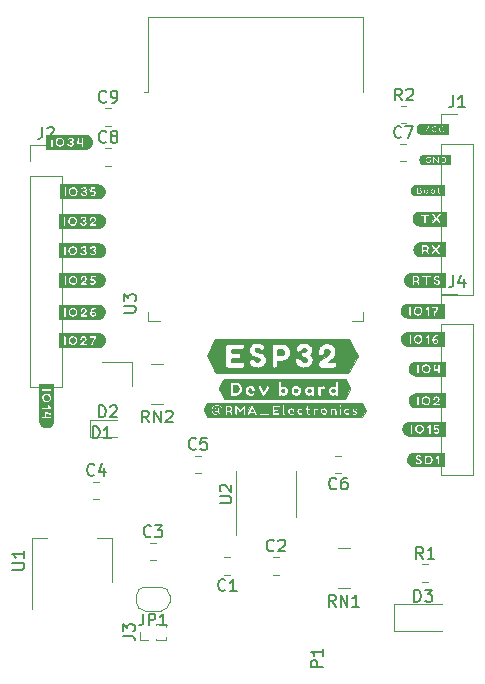
<source format=gbr>
%TF.GenerationSoftware,KiCad,Pcbnew,(5.99.0-9526-g5c17ff0595)*%
%TF.CreationDate,2021-04-11T17:42:10-05:00*%
%TF.ProjectId,DualingDev-ESP32,4475616c-696e-4674-9465-762d45535033,rev?*%
%TF.SameCoordinates,Original*%
%TF.FileFunction,Legend,Top*%
%TF.FilePolarity,Positive*%
%FSLAX46Y46*%
G04 Gerber Fmt 4.6, Leading zero omitted, Abs format (unit mm)*
G04 Created by KiCad (PCBNEW (5.99.0-9526-g5c17ff0595)) date 2021-04-11 17:42:10*
%MOMM*%
%LPD*%
G01*
G04 APERTURE LIST*
%ADD10C,0.150000*%
%ADD11C,0.010000*%
%ADD12C,0.120000*%
G04 APERTURE END LIST*
D10*
%TO.C,*%
%TO.C,J1*%
X148066666Y-53372380D02*
X148066666Y-54086666D01*
X148019047Y-54229523D01*
X147923809Y-54324761D01*
X147780952Y-54372380D01*
X147685714Y-54372380D01*
X149066666Y-54372380D02*
X148495238Y-54372380D01*
X148780952Y-54372380D02*
X148780952Y-53372380D01*
X148685714Y-53515238D01*
X148590476Y-53610476D01*
X148495238Y-53658095D01*
%TO.C,C9*%
X118683333Y-53877142D02*
X118635714Y-53924761D01*
X118492857Y-53972380D01*
X118397619Y-53972380D01*
X118254761Y-53924761D01*
X118159523Y-53829523D01*
X118111904Y-53734285D01*
X118064285Y-53543809D01*
X118064285Y-53400952D01*
X118111904Y-53210476D01*
X118159523Y-53115238D01*
X118254761Y-53020000D01*
X118397619Y-52972380D01*
X118492857Y-52972380D01*
X118635714Y-53020000D01*
X118683333Y-53067619D01*
X119159523Y-53972380D02*
X119350000Y-53972380D01*
X119445238Y-53924761D01*
X119492857Y-53877142D01*
X119588095Y-53734285D01*
X119635714Y-53543809D01*
X119635714Y-53162857D01*
X119588095Y-53067619D01*
X119540476Y-53020000D01*
X119445238Y-52972380D01*
X119254761Y-52972380D01*
X119159523Y-53020000D01*
X119111904Y-53067619D01*
X119064285Y-53162857D01*
X119064285Y-53400952D01*
X119111904Y-53496190D01*
X119159523Y-53543809D01*
X119254761Y-53591428D01*
X119445238Y-53591428D01*
X119540476Y-53543809D01*
X119588095Y-53496190D01*
X119635714Y-53400952D01*
%TO.C,R2*%
X143720833Y-53802380D02*
X143387500Y-53326190D01*
X143149404Y-53802380D02*
X143149404Y-52802380D01*
X143530357Y-52802380D01*
X143625595Y-52850000D01*
X143673214Y-52897619D01*
X143720833Y-52992857D01*
X143720833Y-53135714D01*
X143673214Y-53230952D01*
X143625595Y-53278571D01*
X143530357Y-53326190D01*
X143149404Y-53326190D01*
X144101785Y-52897619D02*
X144149404Y-52850000D01*
X144244642Y-52802380D01*
X144482738Y-52802380D01*
X144577976Y-52850000D01*
X144625595Y-52897619D01*
X144673214Y-52992857D01*
X144673214Y-53088095D01*
X144625595Y-53230952D01*
X144054166Y-53802380D01*
X144673214Y-53802380D01*
%TO.C,C7*%
X143683333Y-56877142D02*
X143635714Y-56924761D01*
X143492857Y-56972380D01*
X143397619Y-56972380D01*
X143254761Y-56924761D01*
X143159523Y-56829523D01*
X143111904Y-56734285D01*
X143064285Y-56543809D01*
X143064285Y-56400952D01*
X143111904Y-56210476D01*
X143159523Y-56115238D01*
X143254761Y-56020000D01*
X143397619Y-55972380D01*
X143492857Y-55972380D01*
X143635714Y-56020000D01*
X143683333Y-56067619D01*
X144016666Y-55972380D02*
X144683333Y-55972380D01*
X144254761Y-56972380D01*
%TO.C,C2*%
X132883333Y-91877142D02*
X132835714Y-91924761D01*
X132692857Y-91972380D01*
X132597619Y-91972380D01*
X132454761Y-91924761D01*
X132359523Y-91829523D01*
X132311904Y-91734285D01*
X132264285Y-91543809D01*
X132264285Y-91400952D01*
X132311904Y-91210476D01*
X132359523Y-91115238D01*
X132454761Y-91020000D01*
X132597619Y-90972380D01*
X132692857Y-90972380D01*
X132835714Y-91020000D01*
X132883333Y-91067619D01*
X133264285Y-91067619D02*
X133311904Y-91020000D01*
X133407142Y-90972380D01*
X133645238Y-90972380D01*
X133740476Y-91020000D01*
X133788095Y-91067619D01*
X133835714Y-91162857D01*
X133835714Y-91258095D01*
X133788095Y-91400952D01*
X133216666Y-91972380D01*
X133835714Y-91972380D01*
%TO.C,J3*%
X120092380Y-99133333D02*
X120806666Y-99133333D01*
X120949523Y-99180952D01*
X121044761Y-99276190D01*
X121092380Y-99419047D01*
X121092380Y-99514285D01*
X120092380Y-98752380D02*
X120092380Y-98133333D01*
X120473333Y-98466666D01*
X120473333Y-98323809D01*
X120520952Y-98228571D01*
X120568571Y-98180952D01*
X120663809Y-98133333D01*
X120901904Y-98133333D01*
X120997142Y-98180952D01*
X121044761Y-98228571D01*
X121092380Y-98323809D01*
X121092380Y-98609523D01*
X121044761Y-98704761D01*
X120997142Y-98752380D01*
%TO.C,D3*%
X144774404Y-96232380D02*
X144774404Y-95232380D01*
X145012500Y-95232380D01*
X145155357Y-95280000D01*
X145250595Y-95375238D01*
X145298214Y-95470476D01*
X145345833Y-95660952D01*
X145345833Y-95803809D01*
X145298214Y-95994285D01*
X145250595Y-96089523D01*
X145155357Y-96184761D01*
X145012500Y-96232380D01*
X144774404Y-96232380D01*
X145679166Y-95232380D02*
X146298214Y-95232380D01*
X145964880Y-95613333D01*
X146107738Y-95613333D01*
X146202976Y-95660952D01*
X146250595Y-95708571D01*
X146298214Y-95803809D01*
X146298214Y-96041904D01*
X146250595Y-96137142D01*
X146202976Y-96184761D01*
X146107738Y-96232380D01*
X145822023Y-96232380D01*
X145726785Y-96184761D01*
X145679166Y-96137142D01*
%TO.C,*%
%TO.C,RN1*%
X138109523Y-96652380D02*
X137776190Y-96176190D01*
X137538095Y-96652380D02*
X137538095Y-95652380D01*
X137919047Y-95652380D01*
X138014285Y-95700000D01*
X138061904Y-95747619D01*
X138109523Y-95842857D01*
X138109523Y-95985714D01*
X138061904Y-96080952D01*
X138014285Y-96128571D01*
X137919047Y-96176190D01*
X137538095Y-96176190D01*
X138538095Y-96652380D02*
X138538095Y-95652380D01*
X139109523Y-96652380D01*
X139109523Y-95652380D01*
X140109523Y-96652380D02*
X139538095Y-96652380D01*
X139823809Y-96652380D02*
X139823809Y-95652380D01*
X139728571Y-95795238D01*
X139633333Y-95890476D01*
X139538095Y-95938095D01*
%TO.C,*%
%TO.C,C3*%
X122483333Y-90677142D02*
X122435714Y-90724761D01*
X122292857Y-90772380D01*
X122197619Y-90772380D01*
X122054761Y-90724761D01*
X121959523Y-90629523D01*
X121911904Y-90534285D01*
X121864285Y-90343809D01*
X121864285Y-90200952D01*
X121911904Y-90010476D01*
X121959523Y-89915238D01*
X122054761Y-89820000D01*
X122197619Y-89772380D01*
X122292857Y-89772380D01*
X122435714Y-89820000D01*
X122483333Y-89867619D01*
X122816666Y-89772380D02*
X123435714Y-89772380D01*
X123102380Y-90153333D01*
X123245238Y-90153333D01*
X123340476Y-90200952D01*
X123388095Y-90248571D01*
X123435714Y-90343809D01*
X123435714Y-90581904D01*
X123388095Y-90677142D01*
X123340476Y-90724761D01*
X123245238Y-90772380D01*
X122959523Y-90772380D01*
X122864285Y-90724761D01*
X122816666Y-90677142D01*
%TO.C,*%
%TO.C,J2*%
X113266666Y-56047380D02*
X113266666Y-56761666D01*
X113219047Y-56904523D01*
X113123809Y-56999761D01*
X112980952Y-57047380D01*
X112885714Y-57047380D01*
X113695238Y-56142619D02*
X113742857Y-56095000D01*
X113838095Y-56047380D01*
X114076190Y-56047380D01*
X114171428Y-56095000D01*
X114219047Y-56142619D01*
X114266666Y-56237857D01*
X114266666Y-56333095D01*
X114219047Y-56475952D01*
X113647619Y-57047380D01*
X114266666Y-57047380D01*
%TO.C,C4*%
X117683333Y-85477142D02*
X117635714Y-85524761D01*
X117492857Y-85572380D01*
X117397619Y-85572380D01*
X117254761Y-85524761D01*
X117159523Y-85429523D01*
X117111904Y-85334285D01*
X117064285Y-85143809D01*
X117064285Y-85000952D01*
X117111904Y-84810476D01*
X117159523Y-84715238D01*
X117254761Y-84620000D01*
X117397619Y-84572380D01*
X117492857Y-84572380D01*
X117635714Y-84620000D01*
X117683333Y-84667619D01*
X118540476Y-84905714D02*
X118540476Y-85572380D01*
X118302380Y-84524761D02*
X118064285Y-85239047D01*
X118683333Y-85239047D01*
%TO.C,*%
%TO.C,C8*%
X118683333Y-57277142D02*
X118635714Y-57324761D01*
X118492857Y-57372380D01*
X118397619Y-57372380D01*
X118254761Y-57324761D01*
X118159523Y-57229523D01*
X118111904Y-57134285D01*
X118064285Y-56943809D01*
X118064285Y-56800952D01*
X118111904Y-56610476D01*
X118159523Y-56515238D01*
X118254761Y-56420000D01*
X118397619Y-56372380D01*
X118492857Y-56372380D01*
X118635714Y-56420000D01*
X118683333Y-56467619D01*
X119254761Y-56800952D02*
X119159523Y-56753333D01*
X119111904Y-56705714D01*
X119064285Y-56610476D01*
X119064285Y-56562857D01*
X119111904Y-56467619D01*
X119159523Y-56420000D01*
X119254761Y-56372380D01*
X119445238Y-56372380D01*
X119540476Y-56420000D01*
X119588095Y-56467619D01*
X119635714Y-56562857D01*
X119635714Y-56610476D01*
X119588095Y-56705714D01*
X119540476Y-56753333D01*
X119445238Y-56800952D01*
X119254761Y-56800952D01*
X119159523Y-56848571D01*
X119111904Y-56896190D01*
X119064285Y-56991428D01*
X119064285Y-57181904D01*
X119111904Y-57277142D01*
X119159523Y-57324761D01*
X119254761Y-57372380D01*
X119445238Y-57372380D01*
X119540476Y-57324761D01*
X119588095Y-57277142D01*
X119635714Y-57181904D01*
X119635714Y-56991428D01*
X119588095Y-56896190D01*
X119540476Y-56848571D01*
X119445238Y-56800952D01*
%TO.C,*%
%TO.C,C1*%
X128783333Y-95237142D02*
X128735714Y-95284761D01*
X128592857Y-95332380D01*
X128497619Y-95332380D01*
X128354761Y-95284761D01*
X128259523Y-95189523D01*
X128211904Y-95094285D01*
X128164285Y-94903809D01*
X128164285Y-94760952D01*
X128211904Y-94570476D01*
X128259523Y-94475238D01*
X128354761Y-94380000D01*
X128497619Y-94332380D01*
X128592857Y-94332380D01*
X128735714Y-94380000D01*
X128783333Y-94427619D01*
X129735714Y-95332380D02*
X129164285Y-95332380D01*
X129450000Y-95332380D02*
X129450000Y-94332380D01*
X129354761Y-94475238D01*
X129259523Y-94570476D01*
X129164285Y-94618095D01*
%TO.C,D1*%
X117561904Y-82402380D02*
X117561904Y-81402380D01*
X117800000Y-81402380D01*
X117942857Y-81450000D01*
X118038095Y-81545238D01*
X118085714Y-81640476D01*
X118133333Y-81830952D01*
X118133333Y-81973809D01*
X118085714Y-82164285D01*
X118038095Y-82259523D01*
X117942857Y-82354761D01*
X117800000Y-82402380D01*
X117561904Y-82402380D01*
X119085714Y-82402380D02*
X118514285Y-82402380D01*
X118800000Y-82402380D02*
X118800000Y-81402380D01*
X118704761Y-81545238D01*
X118609523Y-81640476D01*
X118514285Y-81688095D01*
%TO.C,R1*%
X145520833Y-92602380D02*
X145187500Y-92126190D01*
X144949404Y-92602380D02*
X144949404Y-91602380D01*
X145330357Y-91602380D01*
X145425595Y-91650000D01*
X145473214Y-91697619D01*
X145520833Y-91792857D01*
X145520833Y-91935714D01*
X145473214Y-92030952D01*
X145425595Y-92078571D01*
X145330357Y-92126190D01*
X144949404Y-92126190D01*
X146473214Y-92602380D02*
X145901785Y-92602380D01*
X146187500Y-92602380D02*
X146187500Y-91602380D01*
X146092261Y-91745238D01*
X145997023Y-91840476D01*
X145901785Y-91888095D01*
%TO.C,J4*%
X148066666Y-68612380D02*
X148066666Y-69326666D01*
X148019047Y-69469523D01*
X147923809Y-69564761D01*
X147780952Y-69612380D01*
X147685714Y-69612380D01*
X148971428Y-68945714D02*
X148971428Y-69612380D01*
X148733333Y-68564761D02*
X148495238Y-69279047D01*
X149114285Y-69279047D01*
%TO.C,*%
%TO.C,P1*%
X137027380Y-101750595D02*
X136027380Y-101750595D01*
X136027380Y-101369642D01*
X136075000Y-101274404D01*
X136122619Y-101226785D01*
X136217857Y-101179166D01*
X136360714Y-101179166D01*
X136455952Y-101226785D01*
X136503571Y-101274404D01*
X136551190Y-101369642D01*
X136551190Y-101750595D01*
X137027380Y-100226785D02*
X137027380Y-100798214D01*
X137027380Y-100512500D02*
X136027380Y-100512500D01*
X136170238Y-100607738D01*
X136265476Y-100702976D01*
X136313095Y-100798214D01*
%TO.C,D2*%
X118074404Y-80622380D02*
X118074404Y-79622380D01*
X118312500Y-79622380D01*
X118455357Y-79670000D01*
X118550595Y-79765238D01*
X118598214Y-79860476D01*
X118645833Y-80050952D01*
X118645833Y-80193809D01*
X118598214Y-80384285D01*
X118550595Y-80479523D01*
X118455357Y-80574761D01*
X118312500Y-80622380D01*
X118074404Y-80622380D01*
X119026785Y-79717619D02*
X119074404Y-79670000D01*
X119169642Y-79622380D01*
X119407738Y-79622380D01*
X119502976Y-79670000D01*
X119550595Y-79717619D01*
X119598214Y-79812857D01*
X119598214Y-79908095D01*
X119550595Y-80050952D01*
X118979166Y-80622380D01*
X119598214Y-80622380D01*
%TO.C,*%
%TO.C,RN2*%
X122309523Y-81052380D02*
X121976190Y-80576190D01*
X121738095Y-81052380D02*
X121738095Y-80052380D01*
X122119047Y-80052380D01*
X122214285Y-80100000D01*
X122261904Y-80147619D01*
X122309523Y-80242857D01*
X122309523Y-80385714D01*
X122261904Y-80480952D01*
X122214285Y-80528571D01*
X122119047Y-80576190D01*
X121738095Y-80576190D01*
X122738095Y-81052380D02*
X122738095Y-80052380D01*
X123309523Y-81052380D01*
X123309523Y-80052380D01*
X123738095Y-80147619D02*
X123785714Y-80100000D01*
X123880952Y-80052380D01*
X124119047Y-80052380D01*
X124214285Y-80100000D01*
X124261904Y-80147619D01*
X124309523Y-80242857D01*
X124309523Y-80338095D01*
X124261904Y-80480952D01*
X123690476Y-81052380D01*
X124309523Y-81052380D01*
%TO.C,U2*%
X128287380Y-87886904D02*
X129096904Y-87886904D01*
X129192142Y-87839285D01*
X129239761Y-87791666D01*
X129287380Y-87696428D01*
X129287380Y-87505952D01*
X129239761Y-87410714D01*
X129192142Y-87363095D01*
X129096904Y-87315476D01*
X128287380Y-87315476D01*
X128382619Y-86886904D02*
X128335000Y-86839285D01*
X128287380Y-86744047D01*
X128287380Y-86505952D01*
X128335000Y-86410714D01*
X128382619Y-86363095D01*
X128477857Y-86315476D01*
X128573095Y-86315476D01*
X128715952Y-86363095D01*
X129287380Y-86934523D01*
X129287380Y-86315476D01*
%TO.C,C6*%
X138183333Y-86637142D02*
X138135714Y-86684761D01*
X137992857Y-86732380D01*
X137897619Y-86732380D01*
X137754761Y-86684761D01*
X137659523Y-86589523D01*
X137611904Y-86494285D01*
X137564285Y-86303809D01*
X137564285Y-86160952D01*
X137611904Y-85970476D01*
X137659523Y-85875238D01*
X137754761Y-85780000D01*
X137897619Y-85732380D01*
X137992857Y-85732380D01*
X138135714Y-85780000D01*
X138183333Y-85827619D01*
X139040476Y-85732380D02*
X138850000Y-85732380D01*
X138754761Y-85780000D01*
X138707142Y-85827619D01*
X138611904Y-85970476D01*
X138564285Y-86160952D01*
X138564285Y-86541904D01*
X138611904Y-86637142D01*
X138659523Y-86684761D01*
X138754761Y-86732380D01*
X138945238Y-86732380D01*
X139040476Y-86684761D01*
X139088095Y-86637142D01*
X139135714Y-86541904D01*
X139135714Y-86303809D01*
X139088095Y-86208571D01*
X139040476Y-86160952D01*
X138945238Y-86113333D01*
X138754761Y-86113333D01*
X138659523Y-86160952D01*
X138611904Y-86208571D01*
X138564285Y-86303809D01*
%TO.C,U3*%
X120192380Y-71761904D02*
X121001904Y-71761904D01*
X121097142Y-71714285D01*
X121144761Y-71666666D01*
X121192380Y-71571428D01*
X121192380Y-71380952D01*
X121144761Y-71285714D01*
X121097142Y-71238095D01*
X121001904Y-71190476D01*
X120192380Y-71190476D01*
X120192380Y-70809523D02*
X120192380Y-70190476D01*
X120573333Y-70523809D01*
X120573333Y-70380952D01*
X120620952Y-70285714D01*
X120668571Y-70238095D01*
X120763809Y-70190476D01*
X121001904Y-70190476D01*
X121097142Y-70238095D01*
X121144761Y-70285714D01*
X121192380Y-70380952D01*
X121192380Y-70666666D01*
X121144761Y-70761904D01*
X121097142Y-70809523D01*
%TO.C,U1*%
X110752380Y-93511904D02*
X111561904Y-93511904D01*
X111657142Y-93464285D01*
X111704761Y-93416666D01*
X111752380Y-93321428D01*
X111752380Y-93130952D01*
X111704761Y-93035714D01*
X111657142Y-92988095D01*
X111561904Y-92940476D01*
X110752380Y-92940476D01*
X111752380Y-91940476D02*
X111752380Y-92511904D01*
X111752380Y-92226190D02*
X110752380Y-92226190D01*
X110895238Y-92321428D01*
X110990476Y-92416666D01*
X111038095Y-92511904D01*
%TO.C,JP1*%
X121816666Y-97252380D02*
X121816666Y-97966666D01*
X121769047Y-98109523D01*
X121673809Y-98204761D01*
X121530952Y-98252380D01*
X121435714Y-98252380D01*
X122292857Y-98252380D02*
X122292857Y-97252380D01*
X122673809Y-97252380D01*
X122769047Y-97300000D01*
X122816666Y-97347619D01*
X122864285Y-97442857D01*
X122864285Y-97585714D01*
X122816666Y-97680952D01*
X122769047Y-97728571D01*
X122673809Y-97776190D01*
X122292857Y-97776190D01*
X123816666Y-98252380D02*
X123245238Y-98252380D01*
X123530952Y-98252380D02*
X123530952Y-97252380D01*
X123435714Y-97395238D01*
X123340476Y-97490476D01*
X123245238Y-97538095D01*
%TO.C,C5*%
X126283333Y-83277142D02*
X126235714Y-83324761D01*
X126092857Y-83372380D01*
X125997619Y-83372380D01*
X125854761Y-83324761D01*
X125759523Y-83229523D01*
X125711904Y-83134285D01*
X125664285Y-82943809D01*
X125664285Y-82800952D01*
X125711904Y-82610476D01*
X125759523Y-82515238D01*
X125854761Y-82420000D01*
X125997619Y-82372380D01*
X126092857Y-82372380D01*
X126235714Y-82420000D01*
X126283333Y-82467619D01*
X127188095Y-82372380D02*
X126711904Y-82372380D01*
X126664285Y-82848571D01*
X126711904Y-82800952D01*
X126807142Y-82753333D01*
X127045238Y-82753333D01*
X127140476Y-82800952D01*
X127188095Y-82848571D01*
X127235714Y-82943809D01*
X127235714Y-83181904D01*
X127188095Y-83277142D01*
X127140476Y-83324761D01*
X127045238Y-83372380D01*
X126807142Y-83372380D01*
X126711904Y-83324761D01*
X126664285Y-83277142D01*
D11*
%TO.C,*%
X114190000Y-78080000D02*
X114190000Y-77840000D01*
X114190000Y-77840000D02*
X114140000Y-77830000D01*
X114140000Y-77830000D02*
X113020000Y-77830000D01*
X113020000Y-77830000D02*
X113010000Y-77880000D01*
X113010000Y-77880000D02*
X113010000Y-80850000D01*
X113010000Y-80850000D02*
X113010000Y-80910000D01*
X113010000Y-80910000D02*
X113020000Y-80970000D01*
X113020000Y-80970000D02*
X113030000Y-81030000D01*
X113030000Y-81030000D02*
X113050000Y-81080000D01*
X113050000Y-81080000D02*
X113070000Y-81140000D01*
X113070000Y-81140000D02*
X113100000Y-81190000D01*
X113100000Y-81190000D02*
X113130000Y-81240000D01*
X113130000Y-81240000D02*
X113170000Y-81280000D01*
X113170000Y-81280000D02*
X113210000Y-81320000D01*
X113210000Y-81320000D02*
X113260000Y-81360000D01*
X113260000Y-81360000D02*
X113310000Y-81390000D01*
X113310000Y-81390000D02*
X113370000Y-81420000D01*
X113370000Y-81420000D02*
X113420000Y-81440000D01*
X113420000Y-81440000D02*
X113480000Y-81450000D01*
X113480000Y-81450000D02*
X113540000Y-81460000D01*
X113540000Y-81460000D02*
X113600000Y-81460000D01*
X113600000Y-81460000D02*
X113660000Y-81460000D01*
X113660000Y-81460000D02*
X113710000Y-81450000D01*
X113710000Y-81450000D02*
X113770000Y-81440000D01*
X113770000Y-81440000D02*
X113830000Y-81420000D01*
X113830000Y-81420000D02*
X113880000Y-81390000D01*
X113880000Y-81390000D02*
X113930000Y-81360000D01*
X113930000Y-81360000D02*
X113980000Y-81330000D01*
X113980000Y-81330000D02*
X114020000Y-81290000D01*
X114020000Y-81290000D02*
X114060000Y-81240000D01*
X114060000Y-81240000D02*
X114100000Y-81190000D01*
X114100000Y-81190000D02*
X114130000Y-81140000D01*
X114130000Y-81140000D02*
X114150000Y-81090000D01*
X114150000Y-81090000D02*
X114170000Y-81030000D01*
X114170000Y-81030000D02*
X114180000Y-80980000D01*
X114180000Y-80980000D02*
X114190000Y-80920000D01*
X114190000Y-80920000D02*
X114190000Y-80860000D01*
X114190000Y-80860000D02*
X113990000Y-80700000D01*
X113990000Y-80700000D02*
X113940000Y-80710000D01*
X113940000Y-80710000D02*
X113280000Y-80710000D01*
X113280000Y-80710000D02*
X113220000Y-80700000D01*
X113220000Y-80700000D02*
X113190000Y-80660000D01*
X113190000Y-80660000D02*
X113190000Y-80590000D01*
X113190000Y-80590000D02*
X113200000Y-80540000D01*
X113200000Y-80540000D02*
X113250000Y-80510000D01*
X113250000Y-80510000D02*
X113310000Y-80510000D01*
X113310000Y-80510000D02*
X113430000Y-80510000D01*
X113430000Y-80510000D02*
X113430000Y-80220000D01*
X113430000Y-80220000D02*
X113440000Y-80150000D01*
X113440000Y-80150000D02*
X113470000Y-80110000D01*
X113470000Y-80110000D02*
X113520000Y-80100000D01*
X113520000Y-80100000D02*
X113580000Y-80110000D01*
X113580000Y-80110000D02*
X113930000Y-80190000D01*
X113930000Y-80190000D02*
X113980000Y-80210000D01*
X113980000Y-80210000D02*
X114020000Y-80250000D01*
X114020000Y-80250000D02*
X114020000Y-80310000D01*
X114020000Y-80310000D02*
X114000000Y-80370000D01*
X114000000Y-80370000D02*
X113960000Y-80400000D01*
X113960000Y-80400000D02*
X113900000Y-80390000D01*
X113900000Y-80390000D02*
X113670000Y-80340000D01*
X113670000Y-80340000D02*
X113610000Y-80330000D01*
X113610000Y-80330000D02*
X113610000Y-80510000D01*
X113610000Y-80510000D02*
X113670000Y-80510000D01*
X113670000Y-80510000D02*
X113960000Y-80510000D01*
X113960000Y-80510000D02*
X114010000Y-80530000D01*
X114010000Y-80530000D02*
X114020000Y-80580000D01*
X114020000Y-80580000D02*
X114020000Y-80650000D01*
X114020000Y-80650000D02*
X113990000Y-80700000D01*
X113990000Y-80700000D02*
X114190000Y-80860000D01*
X114190000Y-80860000D02*
X114190000Y-78130000D01*
X114190000Y-78130000D02*
X114010000Y-78200000D01*
X114010000Y-78200000D02*
X114020000Y-78260000D01*
X114020000Y-78260000D02*
X114010000Y-78330000D01*
X114010000Y-78330000D02*
X113980000Y-78370000D01*
X113980000Y-78370000D02*
X113920000Y-78380000D01*
X113920000Y-78380000D02*
X113790000Y-78570000D01*
X113790000Y-78570000D02*
X113850000Y-78600000D01*
X113850000Y-78600000D02*
X113900000Y-78640000D01*
X113900000Y-78640000D02*
X113940000Y-78680000D01*
X113940000Y-78680000D02*
X113970000Y-78720000D01*
X113970000Y-78720000D02*
X114000000Y-78780000D01*
X114000000Y-78780000D02*
X114020000Y-78830000D01*
X114020000Y-78830000D02*
X114030000Y-78890000D01*
X114030000Y-78890000D02*
X114040000Y-78980000D01*
X114040000Y-78980000D02*
X114030000Y-79040000D01*
X114030000Y-79040000D02*
X114010000Y-79090000D01*
X114010000Y-79090000D02*
X113990000Y-79140000D01*
X113990000Y-79140000D02*
X113950000Y-79190000D01*
X113950000Y-79190000D02*
X113910000Y-79240000D01*
X113910000Y-79240000D02*
X113870000Y-79280000D01*
X113870000Y-79280000D02*
X113820000Y-79310000D01*
X113820000Y-79310000D02*
X113770000Y-79340000D01*
X113770000Y-79340000D02*
X113710000Y-79350000D01*
X113710000Y-79350000D02*
X113770000Y-79530000D01*
X113770000Y-79530000D02*
X113810000Y-79560000D01*
X113810000Y-79560000D02*
X113980000Y-79740000D01*
X113980000Y-79740000D02*
X114000000Y-79770000D01*
X114000000Y-79770000D02*
X114020000Y-79820000D01*
X114020000Y-79820000D02*
X114010000Y-79880000D01*
X114010000Y-79880000D02*
X113980000Y-79920000D01*
X113980000Y-79920000D02*
X113260000Y-79920000D01*
X113260000Y-79920000D02*
X113210000Y-79910000D01*
X113210000Y-79910000D02*
X113190000Y-79870000D01*
X113190000Y-79870000D02*
X113190000Y-79790000D01*
X113190000Y-79790000D02*
X113210000Y-79740000D01*
X113210000Y-79740000D02*
X113260000Y-79720000D01*
X113260000Y-79720000D02*
X113670000Y-79720000D01*
X113670000Y-79720000D02*
X113660000Y-79680000D01*
X113660000Y-79680000D02*
X113640000Y-79630000D01*
X113640000Y-79630000D02*
X113660000Y-79580000D01*
X113660000Y-79580000D02*
X113720000Y-79540000D01*
X113720000Y-79540000D02*
X113760000Y-79530000D01*
X113760000Y-79530000D02*
X113710000Y-79350000D01*
X113710000Y-79350000D02*
X113650000Y-79360000D01*
X113650000Y-79360000D02*
X113590000Y-79360000D01*
X113590000Y-79360000D02*
X113530000Y-79350000D01*
X113530000Y-79350000D02*
X113470000Y-79340000D01*
X113470000Y-79340000D02*
X113420000Y-79320000D01*
X113420000Y-79320000D02*
X113370000Y-79290000D01*
X113370000Y-79290000D02*
X113320000Y-79250000D01*
X113320000Y-79250000D02*
X113280000Y-79210000D01*
X113280000Y-79210000D02*
X113240000Y-79160000D01*
X113240000Y-79160000D02*
X113220000Y-79110000D01*
X113220000Y-79110000D02*
X113200000Y-79050000D01*
X113200000Y-79050000D02*
X113190000Y-78990000D01*
X113190000Y-78990000D02*
X113190000Y-78930000D01*
X113190000Y-78930000D02*
X113190000Y-78870000D01*
X113190000Y-78870000D02*
X113210000Y-78820000D01*
X113210000Y-78820000D02*
X113230000Y-78760000D01*
X113230000Y-78760000D02*
X113260000Y-78710000D01*
X113260000Y-78710000D02*
X113300000Y-78670000D01*
X113300000Y-78670000D02*
X113350000Y-78630000D01*
X113350000Y-78630000D02*
X113390000Y-78590000D01*
X113390000Y-78590000D02*
X113450000Y-78570000D01*
X113450000Y-78570000D02*
X113500000Y-78550000D01*
X113500000Y-78550000D02*
X113560000Y-78540000D01*
X113560000Y-78540000D02*
X113620000Y-78540000D01*
X113620000Y-78540000D02*
X113680000Y-78540000D01*
X113680000Y-78540000D02*
X113740000Y-78550000D01*
X113740000Y-78550000D02*
X113790000Y-78570000D01*
X113790000Y-78570000D02*
X113920000Y-78380000D01*
X113920000Y-78380000D02*
X113270000Y-78380000D01*
X113270000Y-78380000D02*
X113210000Y-78360000D01*
X113210000Y-78360000D02*
X113190000Y-78320000D01*
X113190000Y-78320000D02*
X113190000Y-78240000D01*
X113190000Y-78240000D02*
X113210000Y-78190000D01*
X113210000Y-78190000D02*
X113250000Y-78180000D01*
X113250000Y-78180000D02*
X113320000Y-78180000D01*
X113320000Y-78180000D02*
X113910000Y-78180000D01*
X113910000Y-78180000D02*
X113960000Y-78180000D01*
X113960000Y-78180000D02*
X114000000Y-78200000D01*
X114000000Y-78200000D02*
X114190000Y-78130000D01*
X114190000Y-78130000D02*
X114190000Y-78080000D01*
X114190000Y-78080000D02*
X114190000Y-78080000D01*
G36*
X114180000Y-80980000D02*
G01*
X114170000Y-81030000D01*
X114150000Y-81090000D01*
X114130000Y-81140000D01*
X114100000Y-81190000D01*
X114020000Y-81290000D01*
X113980000Y-81330000D01*
X113830000Y-81420000D01*
X113770000Y-81440000D01*
X113710000Y-81450000D01*
X113660000Y-81460000D01*
X113540000Y-81460000D01*
X113420000Y-81440000D01*
X113370000Y-81420000D01*
X113310000Y-81390000D01*
X113260000Y-81360000D01*
X113210000Y-81320000D01*
X113130000Y-81240000D01*
X113070000Y-81140000D01*
X113050000Y-81080000D01*
X113030000Y-81030000D01*
X113010000Y-80910000D01*
X113010000Y-80590000D01*
X113190000Y-80590000D01*
X113190000Y-80660000D01*
X113220000Y-80700000D01*
X113280000Y-80710000D01*
X113940000Y-80710000D01*
X113990000Y-80700000D01*
X114020000Y-80650000D01*
X114020000Y-80580000D01*
X114010000Y-80530000D01*
X113960000Y-80510000D01*
X113610000Y-80510000D01*
X113610000Y-80330000D01*
X113670000Y-80340000D01*
X113900000Y-80390000D01*
X113960000Y-80400000D01*
X114000000Y-80370000D01*
X114020000Y-80310000D01*
X114020000Y-80250000D01*
X113980000Y-80210000D01*
X113930000Y-80190000D01*
X113580000Y-80110000D01*
X113520000Y-80100000D01*
X113470000Y-80110000D01*
X113440000Y-80150000D01*
X113430000Y-80220000D01*
X113430000Y-80510000D01*
X113250000Y-80510000D01*
X113200000Y-80540000D01*
X113190000Y-80590000D01*
X113010000Y-80590000D01*
X113010000Y-78870000D01*
X113190000Y-78870000D01*
X113190000Y-78990000D01*
X113200000Y-79050000D01*
X113220000Y-79110000D01*
X113240000Y-79160000D01*
X113280000Y-79210000D01*
X113320000Y-79250000D01*
X113370000Y-79290000D01*
X113420000Y-79320000D01*
X113470000Y-79340000D01*
X113590000Y-79360000D01*
X113650000Y-79360000D01*
X113710000Y-79350000D01*
X113760000Y-79530000D01*
X113720000Y-79540000D01*
X113660000Y-79580000D01*
X113640000Y-79630000D01*
X113660000Y-79680000D01*
X113670000Y-79720000D01*
X113260000Y-79720000D01*
X113210000Y-79740000D01*
X113190000Y-79790000D01*
X113190000Y-79870000D01*
X113210000Y-79910000D01*
X113260000Y-79920000D01*
X113980000Y-79920000D01*
X114010000Y-79880000D01*
X114020000Y-79820000D01*
X114000000Y-79770000D01*
X113980000Y-79740000D01*
X113810000Y-79560000D01*
X113770000Y-79530000D01*
X113710000Y-79350000D01*
X113770000Y-79340000D01*
X113870000Y-79280000D01*
X113910000Y-79240000D01*
X113990000Y-79140000D01*
X114030000Y-79040000D01*
X114040000Y-78980000D01*
X114030000Y-78890000D01*
X114020000Y-78830000D01*
X114000000Y-78780000D01*
X113970000Y-78720000D01*
X113940000Y-78680000D01*
X113900000Y-78640000D01*
X113850000Y-78600000D01*
X113790000Y-78570000D01*
X113740000Y-78550000D01*
X113680000Y-78540000D01*
X113560000Y-78540000D01*
X113500000Y-78550000D01*
X113450000Y-78570000D01*
X113390000Y-78590000D01*
X113350000Y-78630000D01*
X113300000Y-78670000D01*
X113260000Y-78710000D01*
X113230000Y-78760000D01*
X113210000Y-78820000D01*
X113190000Y-78870000D01*
X113010000Y-78870000D01*
X113010000Y-77880000D01*
X113020000Y-77830000D01*
X114140000Y-77830000D01*
X114190000Y-77840000D01*
X114190000Y-78130000D01*
X114000000Y-78200000D01*
X113960000Y-78180000D01*
X113250000Y-78180000D01*
X113210000Y-78190000D01*
X113190000Y-78240000D01*
X113190000Y-78320000D01*
X113210000Y-78360000D01*
X113270000Y-78380000D01*
X113920000Y-78380000D01*
X113980000Y-78370000D01*
X114010000Y-78330000D01*
X114020000Y-78260000D01*
X114010000Y-78200000D01*
X114190000Y-78130000D01*
X114190000Y-80920000D01*
X114180000Y-80980000D01*
G37*
X114180000Y-80980000D02*
X114170000Y-81030000D01*
X114150000Y-81090000D01*
X114130000Y-81140000D01*
X114100000Y-81190000D01*
X114020000Y-81290000D01*
X113980000Y-81330000D01*
X113830000Y-81420000D01*
X113770000Y-81440000D01*
X113710000Y-81450000D01*
X113660000Y-81460000D01*
X113540000Y-81460000D01*
X113420000Y-81440000D01*
X113370000Y-81420000D01*
X113310000Y-81390000D01*
X113260000Y-81360000D01*
X113210000Y-81320000D01*
X113130000Y-81240000D01*
X113070000Y-81140000D01*
X113050000Y-81080000D01*
X113030000Y-81030000D01*
X113010000Y-80910000D01*
X113010000Y-80590000D01*
X113190000Y-80590000D01*
X113190000Y-80660000D01*
X113220000Y-80700000D01*
X113280000Y-80710000D01*
X113940000Y-80710000D01*
X113990000Y-80700000D01*
X114020000Y-80650000D01*
X114020000Y-80580000D01*
X114010000Y-80530000D01*
X113960000Y-80510000D01*
X113610000Y-80510000D01*
X113610000Y-80330000D01*
X113670000Y-80340000D01*
X113900000Y-80390000D01*
X113960000Y-80400000D01*
X114000000Y-80370000D01*
X114020000Y-80310000D01*
X114020000Y-80250000D01*
X113980000Y-80210000D01*
X113930000Y-80190000D01*
X113580000Y-80110000D01*
X113520000Y-80100000D01*
X113470000Y-80110000D01*
X113440000Y-80150000D01*
X113430000Y-80220000D01*
X113430000Y-80510000D01*
X113250000Y-80510000D01*
X113200000Y-80540000D01*
X113190000Y-80590000D01*
X113010000Y-80590000D01*
X113010000Y-78870000D01*
X113190000Y-78870000D01*
X113190000Y-78990000D01*
X113200000Y-79050000D01*
X113220000Y-79110000D01*
X113240000Y-79160000D01*
X113280000Y-79210000D01*
X113320000Y-79250000D01*
X113370000Y-79290000D01*
X113420000Y-79320000D01*
X113470000Y-79340000D01*
X113590000Y-79360000D01*
X113650000Y-79360000D01*
X113710000Y-79350000D01*
X113760000Y-79530000D01*
X113720000Y-79540000D01*
X113660000Y-79580000D01*
X113640000Y-79630000D01*
X113660000Y-79680000D01*
X113670000Y-79720000D01*
X113260000Y-79720000D01*
X113210000Y-79740000D01*
X113190000Y-79790000D01*
X113190000Y-79870000D01*
X113210000Y-79910000D01*
X113260000Y-79920000D01*
X113980000Y-79920000D01*
X114010000Y-79880000D01*
X114020000Y-79820000D01*
X114000000Y-79770000D01*
X113980000Y-79740000D01*
X113810000Y-79560000D01*
X113770000Y-79530000D01*
X113710000Y-79350000D01*
X113770000Y-79340000D01*
X113870000Y-79280000D01*
X113910000Y-79240000D01*
X113990000Y-79140000D01*
X114030000Y-79040000D01*
X114040000Y-78980000D01*
X114030000Y-78890000D01*
X114020000Y-78830000D01*
X114000000Y-78780000D01*
X113970000Y-78720000D01*
X113940000Y-78680000D01*
X113900000Y-78640000D01*
X113850000Y-78600000D01*
X113790000Y-78570000D01*
X113740000Y-78550000D01*
X113680000Y-78540000D01*
X113560000Y-78540000D01*
X113500000Y-78550000D01*
X113450000Y-78570000D01*
X113390000Y-78590000D01*
X113350000Y-78630000D01*
X113300000Y-78670000D01*
X113260000Y-78710000D01*
X113230000Y-78760000D01*
X113210000Y-78820000D01*
X113190000Y-78870000D01*
X113010000Y-78870000D01*
X113010000Y-77880000D01*
X113020000Y-77830000D01*
X114140000Y-77830000D01*
X114190000Y-77840000D01*
X114190000Y-78130000D01*
X114000000Y-78200000D01*
X113960000Y-78180000D01*
X113250000Y-78180000D01*
X113210000Y-78190000D01*
X113190000Y-78240000D01*
X113190000Y-78320000D01*
X113210000Y-78360000D01*
X113270000Y-78380000D01*
X113920000Y-78380000D01*
X113980000Y-78370000D01*
X114010000Y-78330000D01*
X114020000Y-78260000D01*
X114010000Y-78200000D01*
X114190000Y-78130000D01*
X114190000Y-80920000D01*
X114180000Y-80980000D01*
X113510000Y-78740000D02*
X113430000Y-78830000D01*
X113430000Y-78830000D02*
X113400000Y-78880000D01*
X113400000Y-78880000D02*
X113390000Y-78940000D01*
X113390000Y-78940000D02*
X113390000Y-78990000D01*
X113390000Y-78990000D02*
X113410000Y-79050000D01*
X113410000Y-79050000D02*
X113450000Y-79100000D01*
X113450000Y-79100000D02*
X113490000Y-79130000D01*
X113490000Y-79130000D02*
X113550000Y-79150000D01*
X113550000Y-79150000D02*
X113610000Y-79160000D01*
X113610000Y-79160000D02*
X113670000Y-79150000D01*
X113670000Y-79150000D02*
X113730000Y-79130000D01*
X113730000Y-79130000D02*
X113770000Y-79100000D01*
X113770000Y-79100000D02*
X113810000Y-79050000D01*
X113810000Y-79050000D02*
X113830000Y-78990000D01*
X113830000Y-78990000D02*
X113840000Y-78940000D01*
X113840000Y-78940000D02*
X113830000Y-78880000D01*
X113830000Y-78880000D02*
X113800000Y-78830000D01*
X113800000Y-78830000D02*
X113760000Y-78790000D01*
X113760000Y-78790000D02*
X113710000Y-78760000D01*
X113710000Y-78760000D02*
X113650000Y-78740000D01*
X113650000Y-78740000D02*
X113590000Y-78740000D01*
X113590000Y-78740000D02*
X113530000Y-78740000D01*
X113530000Y-78740000D02*
X113510000Y-78740000D01*
X113510000Y-78740000D02*
X113510000Y-78740000D01*
G36*
X113710000Y-78760000D02*
G01*
X113760000Y-78790000D01*
X113800000Y-78830000D01*
X113830000Y-78880000D01*
X113840000Y-78940000D01*
X113830000Y-78990000D01*
X113810000Y-79050000D01*
X113770000Y-79100000D01*
X113730000Y-79130000D01*
X113670000Y-79150000D01*
X113610000Y-79160000D01*
X113550000Y-79150000D01*
X113490000Y-79130000D01*
X113450000Y-79100000D01*
X113410000Y-79050000D01*
X113390000Y-78990000D01*
X113390000Y-78940000D01*
X113400000Y-78880000D01*
X113430000Y-78830000D01*
X113510000Y-78740000D01*
X113650000Y-78740000D01*
X113710000Y-78760000D01*
G37*
X113710000Y-78760000D02*
X113760000Y-78790000D01*
X113800000Y-78830000D01*
X113830000Y-78880000D01*
X113840000Y-78940000D01*
X113830000Y-78990000D01*
X113810000Y-79050000D01*
X113770000Y-79100000D01*
X113730000Y-79130000D01*
X113670000Y-79150000D01*
X113610000Y-79160000D01*
X113550000Y-79150000D01*
X113490000Y-79130000D01*
X113450000Y-79100000D01*
X113410000Y-79050000D01*
X113390000Y-78990000D01*
X113390000Y-78940000D01*
X113400000Y-78880000D01*
X113430000Y-78830000D01*
X113510000Y-78740000D01*
X113650000Y-78740000D01*
X113710000Y-78760000D01*
X115000000Y-73510000D02*
X114760000Y-73510000D01*
X114760000Y-73510000D02*
X114710000Y-73520000D01*
X114710000Y-73520000D02*
X114710000Y-74640000D01*
X114710000Y-74640000D02*
X114720000Y-74690000D01*
X114720000Y-74690000D02*
X117980000Y-74690000D01*
X117980000Y-74690000D02*
X118040000Y-74690000D01*
X118040000Y-74690000D02*
X118100000Y-74680000D01*
X118100000Y-74680000D02*
X118160000Y-74670000D01*
X118160000Y-74670000D02*
X118210000Y-74650000D01*
X118210000Y-74650000D02*
X118270000Y-74630000D01*
X118270000Y-74630000D02*
X118320000Y-74600000D01*
X118320000Y-74600000D02*
X118370000Y-74560000D01*
X118370000Y-74560000D02*
X118410000Y-74520000D01*
X118410000Y-74520000D02*
X118450000Y-74480000D01*
X118450000Y-74480000D02*
X118490000Y-74430000D01*
X118490000Y-74430000D02*
X118520000Y-74380000D01*
X118520000Y-74380000D02*
X118540000Y-74330000D01*
X118540000Y-74330000D02*
X118560000Y-74270000D01*
X118560000Y-74270000D02*
X118580000Y-74210000D01*
X118580000Y-74210000D02*
X118580000Y-74150000D01*
X118580000Y-74150000D02*
X118590000Y-74090000D01*
X118590000Y-74090000D02*
X118580000Y-74040000D01*
X118580000Y-74040000D02*
X118570000Y-73980000D01*
X118570000Y-73980000D02*
X118560000Y-73920000D01*
X118560000Y-73920000D02*
X118540000Y-73860000D01*
X118540000Y-73860000D02*
X118510000Y-73810000D01*
X118510000Y-73810000D02*
X118480000Y-73760000D01*
X118480000Y-73760000D02*
X118440000Y-73710000D01*
X118440000Y-73710000D02*
X118400000Y-73670000D01*
X118400000Y-73670000D02*
X118360000Y-73630000D01*
X118360000Y-73630000D02*
X118310000Y-73600000D01*
X118310000Y-73600000D02*
X118260000Y-73570000D01*
X118260000Y-73570000D02*
X118200000Y-73550000D01*
X118200000Y-73550000D02*
X118150000Y-73530000D01*
X118150000Y-73530000D02*
X118090000Y-73520000D01*
X118090000Y-73520000D02*
X118030000Y-73510000D01*
X118030000Y-73510000D02*
X117970000Y-73510000D01*
X117970000Y-73510000D02*
X115010000Y-73510000D01*
X115010000Y-73510000D02*
X115090000Y-73690000D01*
X115090000Y-73690000D02*
X115170000Y-73680000D01*
X115170000Y-73680000D02*
X115230000Y-73700000D01*
X115230000Y-73700000D02*
X115250000Y-73740000D01*
X115250000Y-73740000D02*
X115260000Y-73800000D01*
X115260000Y-73800000D02*
X115460000Y-73880000D01*
X115460000Y-73880000D02*
X115490000Y-73830000D01*
X115490000Y-73830000D02*
X115530000Y-73790000D01*
X115530000Y-73790000D02*
X115570000Y-73750000D01*
X115570000Y-73750000D02*
X115620000Y-73720000D01*
X115620000Y-73720000D02*
X115670000Y-73690000D01*
X115670000Y-73690000D02*
X115730000Y-73670000D01*
X115730000Y-73670000D02*
X115790000Y-73660000D01*
X115790000Y-73660000D02*
X115880000Y-73670000D01*
X115880000Y-73670000D02*
X115940000Y-73680000D01*
X115940000Y-73680000D02*
X115990000Y-73700000D01*
X115990000Y-73700000D02*
X116040000Y-73720000D01*
X116040000Y-73720000D02*
X116090000Y-73760000D01*
X116090000Y-73760000D02*
X116140000Y-73800000D01*
X116140000Y-73800000D02*
X116170000Y-73850000D01*
X116170000Y-73850000D02*
X116200000Y-73900000D01*
X116200000Y-73900000D02*
X116220000Y-73960000D01*
X116220000Y-73960000D02*
X116230000Y-74010000D01*
X116230000Y-74010000D02*
X116420000Y-74000000D01*
X116420000Y-74000000D02*
X116420000Y-73940000D01*
X116420000Y-73940000D02*
X116430000Y-73880000D01*
X116430000Y-73880000D02*
X116450000Y-73830000D01*
X116450000Y-73830000D02*
X116490000Y-73780000D01*
X116490000Y-73780000D02*
X116530000Y-73740000D01*
X116530000Y-73740000D02*
X116570000Y-73700000D01*
X116570000Y-73700000D02*
X116630000Y-73680000D01*
X116630000Y-73680000D02*
X116690000Y-73670000D01*
X116690000Y-73670000D02*
X116750000Y-73670000D01*
X116750000Y-73670000D02*
X116810000Y-73680000D01*
X116810000Y-73680000D02*
X116860000Y-73700000D01*
X116860000Y-73700000D02*
X116910000Y-73730000D01*
X116910000Y-73730000D02*
X116950000Y-73770000D01*
X116950000Y-73770000D02*
X116990000Y-73820000D01*
X116990000Y-73820000D02*
X117010000Y-73870000D01*
X117010000Y-73870000D02*
X117230000Y-73830000D01*
X117230000Y-73830000D02*
X117230000Y-73770000D01*
X117230000Y-73770000D02*
X117240000Y-73710000D01*
X117240000Y-73710000D02*
X117280000Y-73680000D01*
X117280000Y-73680000D02*
X117350000Y-73680000D01*
X117350000Y-73680000D02*
X117700000Y-73680000D01*
X117700000Y-73680000D02*
X117730000Y-73680000D01*
X117730000Y-73680000D02*
X117800000Y-73690000D01*
X117800000Y-73690000D02*
X117830000Y-73730000D01*
X117830000Y-73730000D02*
X117830000Y-73790000D01*
X117830000Y-73790000D02*
X117830000Y-73840000D01*
X117830000Y-73840000D02*
X117800000Y-73900000D01*
X117800000Y-73900000D02*
X117780000Y-73960000D01*
X117780000Y-73960000D02*
X117750000Y-74010000D01*
X117750000Y-74010000D02*
X117690000Y-74110000D01*
X117690000Y-74110000D02*
X117620000Y-74220000D01*
X117620000Y-74220000D02*
X117590000Y-74280000D01*
X117590000Y-74280000D02*
X117570000Y-74340000D01*
X117570000Y-74340000D02*
X117550000Y-74390000D01*
X117550000Y-74390000D02*
X117550000Y-74430000D01*
X117550000Y-74430000D02*
X117530000Y-74490000D01*
X117530000Y-74490000D02*
X117490000Y-74510000D01*
X117490000Y-74510000D02*
X117420000Y-74510000D01*
X117420000Y-74510000D02*
X117360000Y-74500000D01*
X117360000Y-74500000D02*
X117350000Y-74450000D01*
X117350000Y-74450000D02*
X117350000Y-74390000D01*
X117350000Y-74390000D02*
X117360000Y-74330000D01*
X117360000Y-74330000D02*
X117370000Y-74270000D01*
X117370000Y-74270000D02*
X117390000Y-74210000D01*
X117390000Y-74210000D02*
X117420000Y-74160000D01*
X117420000Y-74160000D02*
X117480000Y-74060000D01*
X117480000Y-74060000D02*
X117580000Y-73910000D01*
X117580000Y-73910000D02*
X117570000Y-73880000D01*
X117570000Y-73880000D02*
X117330000Y-73880000D01*
X117330000Y-73880000D02*
X117270000Y-73870000D01*
X117270000Y-73870000D02*
X117230000Y-73830000D01*
X117230000Y-73830000D02*
X117010000Y-73880000D01*
X117010000Y-73880000D02*
X117020000Y-73930000D01*
X117020000Y-73930000D02*
X117030000Y-73990000D01*
X117030000Y-73990000D02*
X117020000Y-74050000D01*
X117020000Y-74050000D02*
X117000000Y-74110000D01*
X117000000Y-74110000D02*
X116970000Y-74160000D01*
X116970000Y-74160000D02*
X116930000Y-74200000D01*
X116930000Y-74200000D02*
X116870000Y-74240000D01*
X116870000Y-74240000D02*
X116830000Y-74280000D01*
X116830000Y-74280000D02*
X116780000Y-74300000D01*
X116780000Y-74300000D02*
X116780000Y-74310000D01*
X116780000Y-74310000D02*
X116960000Y-74310000D01*
X116960000Y-74310000D02*
X117000000Y-74320000D01*
X117000000Y-74320000D02*
X117040000Y-74340000D01*
X117040000Y-74340000D02*
X117060000Y-74390000D01*
X117060000Y-74390000D02*
X117060000Y-74450000D01*
X117060000Y-74450000D02*
X117040000Y-74500000D01*
X117040000Y-74500000D02*
X116980000Y-74510000D01*
X116980000Y-74510000D02*
X116510000Y-74510000D01*
X116510000Y-74510000D02*
X116450000Y-74490000D01*
X116450000Y-74490000D02*
X116420000Y-74440000D01*
X116420000Y-74440000D02*
X116420000Y-74380000D01*
X116420000Y-74380000D02*
X116440000Y-74330000D01*
X116440000Y-74330000D02*
X116480000Y-74280000D01*
X116480000Y-74280000D02*
X116520000Y-74240000D01*
X116520000Y-74240000D02*
X116570000Y-74210000D01*
X116570000Y-74210000D02*
X116670000Y-74150000D01*
X116670000Y-74150000D02*
X116720000Y-74120000D01*
X116720000Y-74120000D02*
X116770000Y-74080000D01*
X116770000Y-74080000D02*
X116810000Y-74030000D01*
X116810000Y-74030000D02*
X116830000Y-73980000D01*
X116830000Y-73980000D02*
X116810000Y-73920000D01*
X116810000Y-73920000D02*
X116770000Y-73880000D01*
X116770000Y-73880000D02*
X116710000Y-73870000D01*
X116710000Y-73870000D02*
X116660000Y-73890000D01*
X116660000Y-73890000D02*
X116630000Y-73940000D01*
X116630000Y-73940000D02*
X116620000Y-74000000D01*
X116620000Y-74000000D02*
X116600000Y-74050000D01*
X116600000Y-74050000D02*
X116560000Y-74070000D01*
X116560000Y-74070000D02*
X116480000Y-74070000D01*
X116480000Y-74070000D02*
X116430000Y-74050000D01*
X116430000Y-74050000D02*
X116420000Y-74010000D01*
X116420000Y-74010000D02*
X116230000Y-74010000D01*
X116230000Y-74010000D02*
X116240000Y-74070000D01*
X116240000Y-74070000D02*
X116240000Y-74140000D01*
X116240000Y-74140000D02*
X116230000Y-74190000D01*
X116230000Y-74190000D02*
X116210000Y-74250000D01*
X116210000Y-74250000D02*
X116180000Y-74300000D01*
X116180000Y-74300000D02*
X116150000Y-74350000D01*
X116150000Y-74350000D02*
X116110000Y-74400000D01*
X116110000Y-74400000D02*
X116070000Y-74440000D01*
X116070000Y-74440000D02*
X116020000Y-74470000D01*
X116020000Y-74470000D02*
X115970000Y-74490000D01*
X115970000Y-74490000D02*
X115910000Y-74510000D01*
X115910000Y-74510000D02*
X115850000Y-74510000D01*
X115850000Y-74510000D02*
X115790000Y-74510000D01*
X115790000Y-74510000D02*
X115730000Y-74500000D01*
X115730000Y-74500000D02*
X115680000Y-74490000D01*
X115680000Y-74490000D02*
X115620000Y-74460000D01*
X115620000Y-74460000D02*
X115580000Y-74430000D01*
X115580000Y-74430000D02*
X115530000Y-74380000D01*
X115530000Y-74380000D02*
X115490000Y-74340000D01*
X115490000Y-74340000D02*
X115460000Y-74290000D01*
X115460000Y-74290000D02*
X115440000Y-74230000D01*
X115440000Y-74230000D02*
X115420000Y-74180000D01*
X115420000Y-74180000D02*
X115420000Y-74120000D01*
X115420000Y-74120000D02*
X115420000Y-74060000D01*
X115420000Y-74060000D02*
X115420000Y-74000000D01*
X115420000Y-74000000D02*
X115440000Y-73940000D01*
X115440000Y-73940000D02*
X115460000Y-73890000D01*
X115460000Y-73890000D02*
X115260000Y-73800000D01*
X115260000Y-73800000D02*
X115260000Y-74390000D01*
X115260000Y-74390000D02*
X115250000Y-74450000D01*
X115250000Y-74450000D02*
X115230000Y-74500000D01*
X115230000Y-74500000D02*
X115180000Y-74510000D01*
X115180000Y-74510000D02*
X115100000Y-74510000D01*
X115100000Y-74510000D02*
X115060000Y-74480000D01*
X115060000Y-74480000D02*
X115050000Y-74430000D01*
X115050000Y-74430000D02*
X115050000Y-73830000D01*
X115050000Y-73830000D02*
X115050000Y-73780000D01*
X115050000Y-73780000D02*
X115060000Y-73720000D01*
X115060000Y-73720000D02*
X115090000Y-73690000D01*
X115090000Y-73690000D02*
X115010000Y-73510000D01*
X115010000Y-73510000D02*
X115000000Y-73510000D01*
X115000000Y-73510000D02*
X115000000Y-73510000D01*
G36*
X118150000Y-73530000D02*
G01*
X118200000Y-73550000D01*
X118260000Y-73570000D01*
X118360000Y-73630000D01*
X118440000Y-73710000D01*
X118480000Y-73760000D01*
X118540000Y-73860000D01*
X118560000Y-73920000D01*
X118580000Y-74040000D01*
X118590000Y-74090000D01*
X118580000Y-74150000D01*
X118580000Y-74210000D01*
X118540000Y-74330000D01*
X118520000Y-74380000D01*
X118490000Y-74430000D01*
X118450000Y-74480000D01*
X118370000Y-74560000D01*
X118320000Y-74600000D01*
X118270000Y-74630000D01*
X118210000Y-74650000D01*
X118160000Y-74670000D01*
X118040000Y-74690000D01*
X114720000Y-74690000D01*
X114710000Y-74640000D01*
X114710000Y-73780000D01*
X115050000Y-73780000D01*
X115050000Y-74430000D01*
X115060000Y-74480000D01*
X115100000Y-74510000D01*
X115180000Y-74510000D01*
X115230000Y-74500000D01*
X115250000Y-74450000D01*
X115260000Y-74390000D01*
X115260000Y-73800000D01*
X115460000Y-73890000D01*
X115440000Y-73940000D01*
X115420000Y-74000000D01*
X115420000Y-74180000D01*
X115440000Y-74230000D01*
X115460000Y-74290000D01*
X115490000Y-74340000D01*
X115580000Y-74430000D01*
X115620000Y-74460000D01*
X115680000Y-74490000D01*
X115730000Y-74500000D01*
X115790000Y-74510000D01*
X115910000Y-74510000D01*
X115970000Y-74490000D01*
X116020000Y-74470000D01*
X116070000Y-74440000D01*
X116110000Y-74400000D01*
X116150000Y-74350000D01*
X116210000Y-74250000D01*
X116230000Y-74190000D01*
X116240000Y-74140000D01*
X116240000Y-74070000D01*
X116230000Y-74010000D01*
X116420000Y-74010000D01*
X116430000Y-74050000D01*
X116480000Y-74070000D01*
X116560000Y-74070000D01*
X116600000Y-74050000D01*
X116620000Y-74000000D01*
X116630000Y-73940000D01*
X116660000Y-73890000D01*
X116710000Y-73870000D01*
X116770000Y-73880000D01*
X116810000Y-73920000D01*
X116830000Y-73980000D01*
X116810000Y-74030000D01*
X116770000Y-74080000D01*
X116720000Y-74120000D01*
X116520000Y-74240000D01*
X116480000Y-74280000D01*
X116440000Y-74330000D01*
X116420000Y-74380000D01*
X116420000Y-74440000D01*
X116450000Y-74490000D01*
X116510000Y-74510000D01*
X116980000Y-74510000D01*
X117040000Y-74500000D01*
X117060000Y-74450000D01*
X117060000Y-74390000D01*
X117040000Y-74340000D01*
X117000000Y-74320000D01*
X116960000Y-74310000D01*
X116780000Y-74310000D01*
X116780000Y-74300000D01*
X116830000Y-74280000D01*
X116870000Y-74240000D01*
X116930000Y-74200000D01*
X116970000Y-74160000D01*
X117000000Y-74110000D01*
X117020000Y-74050000D01*
X117030000Y-73990000D01*
X117020000Y-73930000D01*
X117010000Y-73880000D01*
X117230000Y-73830000D01*
X117270000Y-73870000D01*
X117330000Y-73880000D01*
X117570000Y-73880000D01*
X117580000Y-73910000D01*
X117480000Y-74060000D01*
X117390000Y-74210000D01*
X117370000Y-74270000D01*
X117350000Y-74390000D01*
X117350000Y-74450000D01*
X117360000Y-74500000D01*
X117420000Y-74510000D01*
X117490000Y-74510000D01*
X117530000Y-74490000D01*
X117550000Y-74430000D01*
X117550000Y-74390000D01*
X117570000Y-74340000D01*
X117590000Y-74280000D01*
X117620000Y-74220000D01*
X117690000Y-74110000D01*
X117780000Y-73960000D01*
X117800000Y-73900000D01*
X117830000Y-73840000D01*
X117830000Y-73730000D01*
X117800000Y-73690000D01*
X117730000Y-73680000D01*
X117280000Y-73680000D01*
X117240000Y-73710000D01*
X117230000Y-73770000D01*
X117230000Y-73830000D01*
X117010000Y-73870000D01*
X116990000Y-73820000D01*
X116950000Y-73770000D01*
X116910000Y-73730000D01*
X116860000Y-73700000D01*
X116810000Y-73680000D01*
X116750000Y-73670000D01*
X116690000Y-73670000D01*
X116630000Y-73680000D01*
X116570000Y-73700000D01*
X116490000Y-73780000D01*
X116450000Y-73830000D01*
X116430000Y-73880000D01*
X116420000Y-73940000D01*
X116420000Y-74000000D01*
X116230000Y-74010000D01*
X116220000Y-73960000D01*
X116200000Y-73900000D01*
X116140000Y-73800000D01*
X116040000Y-73720000D01*
X115940000Y-73680000D01*
X115880000Y-73670000D01*
X115790000Y-73660000D01*
X115730000Y-73670000D01*
X115670000Y-73690000D01*
X115570000Y-73750000D01*
X115490000Y-73830000D01*
X115460000Y-73880000D01*
X115260000Y-73800000D01*
X115250000Y-73740000D01*
X115230000Y-73700000D01*
X115170000Y-73680000D01*
X115090000Y-73690000D01*
X115060000Y-73720000D01*
X115050000Y-73780000D01*
X114710000Y-73780000D01*
X114710000Y-73520000D01*
X114760000Y-73510000D01*
X118030000Y-73510000D01*
X118150000Y-73530000D01*
G37*
X118150000Y-73530000D02*
X118200000Y-73550000D01*
X118260000Y-73570000D01*
X118360000Y-73630000D01*
X118440000Y-73710000D01*
X118480000Y-73760000D01*
X118540000Y-73860000D01*
X118560000Y-73920000D01*
X118580000Y-74040000D01*
X118590000Y-74090000D01*
X118580000Y-74150000D01*
X118580000Y-74210000D01*
X118540000Y-74330000D01*
X118520000Y-74380000D01*
X118490000Y-74430000D01*
X118450000Y-74480000D01*
X118370000Y-74560000D01*
X118320000Y-74600000D01*
X118270000Y-74630000D01*
X118210000Y-74650000D01*
X118160000Y-74670000D01*
X118040000Y-74690000D01*
X114720000Y-74690000D01*
X114710000Y-74640000D01*
X114710000Y-73780000D01*
X115050000Y-73780000D01*
X115050000Y-74430000D01*
X115060000Y-74480000D01*
X115100000Y-74510000D01*
X115180000Y-74510000D01*
X115230000Y-74500000D01*
X115250000Y-74450000D01*
X115260000Y-74390000D01*
X115260000Y-73800000D01*
X115460000Y-73890000D01*
X115440000Y-73940000D01*
X115420000Y-74000000D01*
X115420000Y-74180000D01*
X115440000Y-74230000D01*
X115460000Y-74290000D01*
X115490000Y-74340000D01*
X115580000Y-74430000D01*
X115620000Y-74460000D01*
X115680000Y-74490000D01*
X115730000Y-74500000D01*
X115790000Y-74510000D01*
X115910000Y-74510000D01*
X115970000Y-74490000D01*
X116020000Y-74470000D01*
X116070000Y-74440000D01*
X116110000Y-74400000D01*
X116150000Y-74350000D01*
X116210000Y-74250000D01*
X116230000Y-74190000D01*
X116240000Y-74140000D01*
X116240000Y-74070000D01*
X116230000Y-74010000D01*
X116420000Y-74010000D01*
X116430000Y-74050000D01*
X116480000Y-74070000D01*
X116560000Y-74070000D01*
X116600000Y-74050000D01*
X116620000Y-74000000D01*
X116630000Y-73940000D01*
X116660000Y-73890000D01*
X116710000Y-73870000D01*
X116770000Y-73880000D01*
X116810000Y-73920000D01*
X116830000Y-73980000D01*
X116810000Y-74030000D01*
X116770000Y-74080000D01*
X116720000Y-74120000D01*
X116520000Y-74240000D01*
X116480000Y-74280000D01*
X116440000Y-74330000D01*
X116420000Y-74380000D01*
X116420000Y-74440000D01*
X116450000Y-74490000D01*
X116510000Y-74510000D01*
X116980000Y-74510000D01*
X117040000Y-74500000D01*
X117060000Y-74450000D01*
X117060000Y-74390000D01*
X117040000Y-74340000D01*
X117000000Y-74320000D01*
X116960000Y-74310000D01*
X116780000Y-74310000D01*
X116780000Y-74300000D01*
X116830000Y-74280000D01*
X116870000Y-74240000D01*
X116930000Y-74200000D01*
X116970000Y-74160000D01*
X117000000Y-74110000D01*
X117020000Y-74050000D01*
X117030000Y-73990000D01*
X117020000Y-73930000D01*
X117010000Y-73880000D01*
X117230000Y-73830000D01*
X117270000Y-73870000D01*
X117330000Y-73880000D01*
X117570000Y-73880000D01*
X117580000Y-73910000D01*
X117480000Y-74060000D01*
X117390000Y-74210000D01*
X117370000Y-74270000D01*
X117350000Y-74390000D01*
X117350000Y-74450000D01*
X117360000Y-74500000D01*
X117420000Y-74510000D01*
X117490000Y-74510000D01*
X117530000Y-74490000D01*
X117550000Y-74430000D01*
X117550000Y-74390000D01*
X117570000Y-74340000D01*
X117590000Y-74280000D01*
X117620000Y-74220000D01*
X117690000Y-74110000D01*
X117780000Y-73960000D01*
X117800000Y-73900000D01*
X117830000Y-73840000D01*
X117830000Y-73730000D01*
X117800000Y-73690000D01*
X117730000Y-73680000D01*
X117280000Y-73680000D01*
X117240000Y-73710000D01*
X117230000Y-73770000D01*
X117230000Y-73830000D01*
X117010000Y-73870000D01*
X116990000Y-73820000D01*
X116950000Y-73770000D01*
X116910000Y-73730000D01*
X116860000Y-73700000D01*
X116810000Y-73680000D01*
X116750000Y-73670000D01*
X116690000Y-73670000D01*
X116630000Y-73680000D01*
X116570000Y-73700000D01*
X116490000Y-73780000D01*
X116450000Y-73830000D01*
X116430000Y-73880000D01*
X116420000Y-73940000D01*
X116420000Y-74000000D01*
X116230000Y-74010000D01*
X116220000Y-73960000D01*
X116200000Y-73900000D01*
X116140000Y-73800000D01*
X116040000Y-73720000D01*
X115940000Y-73680000D01*
X115880000Y-73670000D01*
X115790000Y-73660000D01*
X115730000Y-73670000D01*
X115670000Y-73690000D01*
X115570000Y-73750000D01*
X115490000Y-73830000D01*
X115460000Y-73880000D01*
X115260000Y-73800000D01*
X115250000Y-73740000D01*
X115230000Y-73700000D01*
X115170000Y-73680000D01*
X115090000Y-73690000D01*
X115060000Y-73720000D01*
X115050000Y-73780000D01*
X114710000Y-73780000D01*
X114710000Y-73520000D01*
X114760000Y-73510000D01*
X118030000Y-73510000D01*
X118150000Y-73530000D01*
X115630000Y-74200000D02*
X115680000Y-74250000D01*
X115680000Y-74250000D02*
X115730000Y-74280000D01*
X115730000Y-74280000D02*
X115780000Y-74310000D01*
X115780000Y-74310000D02*
X115840000Y-74310000D01*
X115840000Y-74310000D02*
X115890000Y-74300000D01*
X115890000Y-74300000D02*
X115940000Y-74280000D01*
X115940000Y-74280000D02*
X115990000Y-74240000D01*
X115990000Y-74240000D02*
X116020000Y-74190000D01*
X116020000Y-74190000D02*
X116030000Y-74130000D01*
X116030000Y-74130000D02*
X116040000Y-74070000D01*
X116040000Y-74070000D02*
X116020000Y-74010000D01*
X116020000Y-74010000D02*
X116000000Y-73960000D01*
X116000000Y-73960000D02*
X115960000Y-73910000D01*
X115960000Y-73910000D02*
X115910000Y-73880000D01*
X115910000Y-73880000D02*
X115850000Y-73860000D01*
X115850000Y-73860000D02*
X115800000Y-73870000D01*
X115800000Y-73870000D02*
X115740000Y-73880000D01*
X115740000Y-73880000D02*
X115690000Y-73920000D01*
X115690000Y-73920000D02*
X115650000Y-73960000D01*
X115650000Y-73960000D02*
X115630000Y-74010000D01*
X115630000Y-74010000D02*
X115620000Y-74070000D01*
X115620000Y-74070000D02*
X115620000Y-74130000D01*
X115620000Y-74130000D02*
X115630000Y-74200000D01*
X115630000Y-74200000D02*
X115630000Y-74200000D01*
G36*
X115910000Y-73880000D02*
G01*
X115960000Y-73910000D01*
X116000000Y-73960000D01*
X116020000Y-74010000D01*
X116040000Y-74070000D01*
X116020000Y-74190000D01*
X115990000Y-74240000D01*
X115940000Y-74280000D01*
X115890000Y-74300000D01*
X115840000Y-74310000D01*
X115780000Y-74310000D01*
X115680000Y-74250000D01*
X115630000Y-74200000D01*
X115620000Y-74130000D01*
X115620000Y-74070000D01*
X115630000Y-74010000D01*
X115650000Y-73960000D01*
X115690000Y-73920000D01*
X115740000Y-73880000D01*
X115800000Y-73870000D01*
X115850000Y-73860000D01*
X115910000Y-73880000D01*
G37*
X115910000Y-73880000D02*
X115960000Y-73910000D01*
X116000000Y-73960000D01*
X116020000Y-74010000D01*
X116040000Y-74070000D01*
X116020000Y-74190000D01*
X115990000Y-74240000D01*
X115940000Y-74280000D01*
X115890000Y-74300000D01*
X115840000Y-74310000D01*
X115780000Y-74310000D01*
X115680000Y-74250000D01*
X115630000Y-74200000D01*
X115620000Y-74130000D01*
X115620000Y-74070000D01*
X115630000Y-74010000D01*
X115650000Y-73960000D01*
X115690000Y-73920000D01*
X115740000Y-73880000D01*
X115800000Y-73870000D01*
X115850000Y-73860000D01*
X115910000Y-73880000D01*
X114980000Y-71110000D02*
X114750000Y-71110000D01*
X114750000Y-71110000D02*
X114720000Y-71140000D01*
X114720000Y-71140000D02*
X114720000Y-72270000D01*
X114720000Y-72270000D02*
X114750000Y-72290000D01*
X114750000Y-72290000D02*
X117950000Y-72290000D01*
X117950000Y-72290000D02*
X118010000Y-72290000D01*
X118010000Y-72290000D02*
X118070000Y-72290000D01*
X118070000Y-72290000D02*
X118130000Y-72270000D01*
X118130000Y-72270000D02*
X118180000Y-72260000D01*
X118180000Y-72260000D02*
X118240000Y-72230000D01*
X118240000Y-72230000D02*
X118290000Y-72210000D01*
X118290000Y-72210000D02*
X118340000Y-72170000D01*
X118340000Y-72170000D02*
X118390000Y-72130000D01*
X118390000Y-72130000D02*
X118430000Y-72090000D01*
X118430000Y-72090000D02*
X118460000Y-72050000D01*
X118460000Y-72050000D02*
X118500000Y-72000000D01*
X118500000Y-72000000D02*
X118520000Y-71940000D01*
X118520000Y-71940000D02*
X118540000Y-71890000D01*
X118540000Y-71890000D02*
X118560000Y-71830000D01*
X118560000Y-71830000D02*
X118570000Y-71770000D01*
X118570000Y-71770000D02*
X118570000Y-71710000D01*
X118570000Y-71710000D02*
X118570000Y-71650000D01*
X118570000Y-71650000D02*
X118570000Y-71600000D01*
X118570000Y-71600000D02*
X118550000Y-71540000D01*
X118550000Y-71540000D02*
X118530000Y-71480000D01*
X118530000Y-71480000D02*
X118510000Y-71430000D01*
X118510000Y-71430000D02*
X118480000Y-71380000D01*
X118480000Y-71380000D02*
X118440000Y-71330000D01*
X118440000Y-71330000D02*
X118400000Y-71280000D01*
X118400000Y-71280000D02*
X118360000Y-71240000D01*
X118360000Y-71240000D02*
X118310000Y-71210000D01*
X118310000Y-71210000D02*
X118260000Y-71180000D01*
X118260000Y-71180000D02*
X118210000Y-71150000D01*
X118210000Y-71150000D02*
X118150000Y-71130000D01*
X118150000Y-71130000D02*
X118100000Y-71120000D01*
X118100000Y-71120000D02*
X118040000Y-71110000D01*
X118040000Y-71110000D02*
X117980000Y-71110000D01*
X117980000Y-71110000D02*
X115020000Y-71110000D01*
X115020000Y-71110000D02*
X115080000Y-71300000D01*
X115080000Y-71300000D02*
X115130000Y-71280000D01*
X115130000Y-71280000D02*
X115210000Y-71280000D01*
X115210000Y-71280000D02*
X115260000Y-71310000D01*
X115260000Y-71310000D02*
X115270000Y-71360000D01*
X115270000Y-71360000D02*
X115490000Y-71460000D01*
X115490000Y-71460000D02*
X115520000Y-71410000D01*
X115520000Y-71410000D02*
X115560000Y-71370000D01*
X115560000Y-71370000D02*
X115610000Y-71330000D01*
X115610000Y-71330000D02*
X115660000Y-71300000D01*
X115660000Y-71300000D02*
X115710000Y-71280000D01*
X115710000Y-71280000D02*
X115770000Y-71270000D01*
X115770000Y-71270000D02*
X115830000Y-71260000D01*
X115830000Y-71260000D02*
X115870000Y-71260000D01*
X115870000Y-71260000D02*
X115920000Y-71270000D01*
X115920000Y-71270000D02*
X115980000Y-71290000D01*
X115980000Y-71290000D02*
X116030000Y-71310000D01*
X116030000Y-71310000D02*
X116080000Y-71340000D01*
X116080000Y-71340000D02*
X116130000Y-71380000D01*
X116130000Y-71380000D02*
X116170000Y-71430000D01*
X116170000Y-71430000D02*
X116200000Y-71480000D01*
X116200000Y-71480000D02*
X116220000Y-71530000D01*
X116220000Y-71530000D02*
X116240000Y-71590000D01*
X116240000Y-71590000D02*
X116250000Y-71640000D01*
X116250000Y-71640000D02*
X116430000Y-71630000D01*
X116430000Y-71630000D02*
X116430000Y-71560000D01*
X116430000Y-71560000D02*
X116440000Y-71510000D01*
X116440000Y-71510000D02*
X116450000Y-71450000D01*
X116450000Y-71450000D02*
X116480000Y-71400000D01*
X116480000Y-71400000D02*
X116520000Y-71350000D01*
X116520000Y-71350000D02*
X116570000Y-71310000D01*
X116570000Y-71310000D02*
X116620000Y-71290000D01*
X116620000Y-71290000D02*
X116670000Y-71270000D01*
X116670000Y-71270000D02*
X116740000Y-71270000D01*
X116740000Y-71270000D02*
X116800000Y-71270000D01*
X116800000Y-71270000D02*
X116850000Y-71290000D01*
X116850000Y-71290000D02*
X116900000Y-71320000D01*
X116900000Y-71320000D02*
X116950000Y-71350000D01*
X116950000Y-71350000D02*
X116990000Y-71400000D01*
X116990000Y-71400000D02*
X117010000Y-71450000D01*
X117010000Y-71450000D02*
X117030000Y-71510000D01*
X117030000Y-71510000D02*
X117040000Y-71570000D01*
X117040000Y-71570000D02*
X117040000Y-71630000D01*
X117040000Y-71630000D02*
X117020000Y-71680000D01*
X117020000Y-71680000D02*
X116990000Y-71740000D01*
X116990000Y-71740000D02*
X116960000Y-71780000D01*
X116960000Y-71780000D02*
X116910000Y-71830000D01*
X116910000Y-71830000D02*
X116860000Y-71860000D01*
X116860000Y-71860000D02*
X116770000Y-71910000D01*
X116770000Y-71910000D02*
X116940000Y-71910000D01*
X116940000Y-71910000D02*
X116980000Y-71910000D01*
X116980000Y-71910000D02*
X117040000Y-71920000D01*
X117040000Y-71920000D02*
X117070000Y-71970000D01*
X117070000Y-71970000D02*
X117270000Y-71900000D01*
X117270000Y-71900000D02*
X117260000Y-71840000D01*
X117260000Y-71840000D02*
X117250000Y-71770000D01*
X117250000Y-71770000D02*
X117260000Y-71710000D01*
X117260000Y-71710000D02*
X117260000Y-71650000D01*
X117260000Y-71650000D02*
X117280000Y-71590000D01*
X117280000Y-71590000D02*
X117300000Y-71540000D01*
X117300000Y-71540000D02*
X117320000Y-71490000D01*
X117320000Y-71490000D02*
X117350000Y-71440000D01*
X117350000Y-71440000D02*
X117390000Y-71390000D01*
X117390000Y-71390000D02*
X117430000Y-71360000D01*
X117430000Y-71360000D02*
X117480000Y-71320000D01*
X117480000Y-71320000D02*
X117530000Y-71300000D01*
X117530000Y-71300000D02*
X117590000Y-71280000D01*
X117590000Y-71280000D02*
X117650000Y-71270000D01*
X117650000Y-71270000D02*
X117710000Y-71270000D01*
X117710000Y-71270000D02*
X117770000Y-71280000D01*
X117770000Y-71280000D02*
X117810000Y-71320000D01*
X117810000Y-71320000D02*
X117810000Y-71380000D01*
X117810000Y-71380000D02*
X117800000Y-71440000D01*
X117800000Y-71440000D02*
X117760000Y-71470000D01*
X117760000Y-71470000D02*
X117690000Y-71470000D01*
X117690000Y-71470000D02*
X117630000Y-71480000D01*
X117630000Y-71480000D02*
X117570000Y-71500000D01*
X117570000Y-71500000D02*
X117530000Y-71540000D01*
X117530000Y-71540000D02*
X117490000Y-71590000D01*
X117490000Y-71590000D02*
X117480000Y-71620000D01*
X117480000Y-71620000D02*
X117540000Y-71610000D01*
X117540000Y-71610000D02*
X117600000Y-71610000D01*
X117600000Y-71610000D02*
X117660000Y-71620000D01*
X117660000Y-71620000D02*
X117710000Y-71650000D01*
X117710000Y-71650000D02*
X117760000Y-71680000D01*
X117760000Y-71680000D02*
X117800000Y-71730000D01*
X117800000Y-71730000D02*
X117820000Y-71780000D01*
X117820000Y-71780000D02*
X117830000Y-71840000D01*
X117830000Y-71840000D02*
X117830000Y-71850000D01*
X117830000Y-71850000D02*
X117830000Y-71910000D01*
X117830000Y-71910000D02*
X117810000Y-71960000D01*
X117810000Y-71960000D02*
X117780000Y-72010000D01*
X117780000Y-72010000D02*
X117730000Y-72050000D01*
X117730000Y-72050000D02*
X117680000Y-72080000D01*
X117680000Y-72080000D02*
X117630000Y-72100000D01*
X117630000Y-72100000D02*
X117570000Y-72110000D01*
X117570000Y-72110000D02*
X117500000Y-72110000D01*
X117500000Y-72110000D02*
X117440000Y-72100000D01*
X117440000Y-72100000D02*
X117390000Y-72080000D01*
X117390000Y-72080000D02*
X117350000Y-72040000D01*
X117350000Y-72040000D02*
X117310000Y-72000000D01*
X117310000Y-72000000D02*
X117290000Y-71950000D01*
X117290000Y-71950000D02*
X117270000Y-71900000D01*
X117270000Y-71900000D02*
X117070000Y-71970000D01*
X117070000Y-71970000D02*
X117070000Y-72030000D01*
X117070000Y-72030000D02*
X117060000Y-72090000D01*
X117060000Y-72090000D02*
X117020000Y-72110000D01*
X117020000Y-72110000D02*
X116950000Y-72110000D01*
X116950000Y-72110000D02*
X116540000Y-72110000D01*
X116540000Y-72110000D02*
X116480000Y-72100000D01*
X116480000Y-72100000D02*
X116440000Y-72060000D01*
X116440000Y-72060000D02*
X116430000Y-72010000D01*
X116430000Y-72010000D02*
X116440000Y-71950000D01*
X116440000Y-71950000D02*
X116470000Y-71900000D01*
X116470000Y-71900000D02*
X116510000Y-71860000D01*
X116510000Y-71860000D02*
X116560000Y-71820000D01*
X116560000Y-71820000D02*
X116720000Y-71730000D01*
X116720000Y-71730000D02*
X116760000Y-71690000D01*
X116760000Y-71690000D02*
X116800000Y-71650000D01*
X116800000Y-71650000D02*
X116830000Y-71600000D01*
X116830000Y-71600000D02*
X116830000Y-71540000D01*
X116830000Y-71540000D02*
X116800000Y-71490000D01*
X116800000Y-71490000D02*
X116750000Y-71470000D01*
X116750000Y-71470000D02*
X116690000Y-71480000D01*
X116690000Y-71480000D02*
X116650000Y-71520000D01*
X116650000Y-71520000D02*
X116630000Y-71570000D01*
X116630000Y-71570000D02*
X116620000Y-71630000D01*
X116620000Y-71630000D02*
X116590000Y-71670000D01*
X116590000Y-71670000D02*
X116520000Y-71680000D01*
X116520000Y-71680000D02*
X116460000Y-71660000D01*
X116460000Y-71660000D02*
X116430000Y-71630000D01*
X116430000Y-71630000D02*
X116250000Y-71650000D01*
X116250000Y-71650000D02*
X116250000Y-71710000D01*
X116250000Y-71710000D02*
X116240000Y-71770000D01*
X116240000Y-71770000D02*
X116230000Y-71820000D01*
X116230000Y-71820000D02*
X116210000Y-71880000D01*
X116210000Y-71880000D02*
X116180000Y-71930000D01*
X116180000Y-71930000D02*
X116140000Y-71980000D01*
X116140000Y-71980000D02*
X116100000Y-72020000D01*
X116100000Y-72020000D02*
X116050000Y-72050000D01*
X116050000Y-72050000D02*
X116000000Y-72080000D01*
X116000000Y-72080000D02*
X115950000Y-72100000D01*
X115950000Y-72100000D02*
X115890000Y-72110000D01*
X115890000Y-72110000D02*
X115830000Y-72110000D01*
X115830000Y-72110000D02*
X115770000Y-72110000D01*
X115770000Y-72110000D02*
X115710000Y-72090000D01*
X115710000Y-72090000D02*
X115660000Y-72070000D01*
X115660000Y-72070000D02*
X115610000Y-72040000D01*
X115610000Y-72040000D02*
X115560000Y-72000000D01*
X115560000Y-72000000D02*
X115520000Y-71960000D01*
X115520000Y-71960000D02*
X115490000Y-71910000D01*
X115490000Y-71910000D02*
X115460000Y-71860000D01*
X115460000Y-71860000D02*
X115440000Y-71800000D01*
X115440000Y-71800000D02*
X115430000Y-71750000D01*
X115430000Y-71750000D02*
X115430000Y-71690000D01*
X115430000Y-71690000D02*
X115430000Y-71630000D01*
X115430000Y-71630000D02*
X115440000Y-71570000D01*
X115440000Y-71570000D02*
X115460000Y-71510000D01*
X115460000Y-71510000D02*
X115490000Y-71460000D01*
X115490000Y-71460000D02*
X115270000Y-71360000D01*
X115270000Y-71360000D02*
X115270000Y-72020000D01*
X115270000Y-72020000D02*
X115260000Y-72070000D01*
X115260000Y-72070000D02*
X115220000Y-72110000D01*
X115220000Y-72110000D02*
X115150000Y-72110000D01*
X115150000Y-72110000D02*
X115090000Y-72100000D01*
X115090000Y-72100000D02*
X115070000Y-72060000D01*
X115070000Y-72060000D02*
X115070000Y-72000000D01*
X115070000Y-72000000D02*
X115070000Y-71400000D01*
X115070000Y-71400000D02*
X115070000Y-71350000D01*
X115070000Y-71350000D02*
X115080000Y-71300000D01*
X115080000Y-71300000D02*
X115020000Y-71110000D01*
X115020000Y-71110000D02*
X114980000Y-71110000D01*
X114980000Y-71110000D02*
X114980000Y-71110000D01*
G36*
X118100000Y-71120000D02*
G01*
X118150000Y-71130000D01*
X118210000Y-71150000D01*
X118360000Y-71240000D01*
X118400000Y-71280000D01*
X118480000Y-71380000D01*
X118510000Y-71430000D01*
X118530000Y-71480000D01*
X118570000Y-71600000D01*
X118570000Y-71770000D01*
X118560000Y-71830000D01*
X118540000Y-71890000D01*
X118520000Y-71940000D01*
X118500000Y-72000000D01*
X118460000Y-72050000D01*
X118430000Y-72090000D01*
X118390000Y-72130000D01*
X118290000Y-72210000D01*
X118240000Y-72230000D01*
X118180000Y-72260000D01*
X118130000Y-72270000D01*
X118070000Y-72290000D01*
X114750000Y-72290000D01*
X114720000Y-72270000D01*
X114720000Y-71350000D01*
X115070000Y-71350000D01*
X115070000Y-72060000D01*
X115090000Y-72100000D01*
X115150000Y-72110000D01*
X115220000Y-72110000D01*
X115260000Y-72070000D01*
X115270000Y-72020000D01*
X115270000Y-71630000D01*
X115430000Y-71630000D01*
X115430000Y-71750000D01*
X115440000Y-71800000D01*
X115460000Y-71860000D01*
X115520000Y-71960000D01*
X115560000Y-72000000D01*
X115610000Y-72040000D01*
X115660000Y-72070000D01*
X115710000Y-72090000D01*
X115770000Y-72110000D01*
X115890000Y-72110000D01*
X115950000Y-72100000D01*
X116000000Y-72080000D01*
X116100000Y-72020000D01*
X116140000Y-71980000D01*
X116180000Y-71930000D01*
X116210000Y-71880000D01*
X116230000Y-71820000D01*
X116240000Y-71770000D01*
X116250000Y-71710000D01*
X116250000Y-71650000D01*
X116430000Y-71630000D01*
X116460000Y-71660000D01*
X116520000Y-71680000D01*
X116590000Y-71670000D01*
X116620000Y-71630000D01*
X116630000Y-71570000D01*
X116650000Y-71520000D01*
X116690000Y-71480000D01*
X116750000Y-71470000D01*
X116800000Y-71490000D01*
X116830000Y-71540000D01*
X116830000Y-71600000D01*
X116800000Y-71650000D01*
X116720000Y-71730000D01*
X116560000Y-71820000D01*
X116510000Y-71860000D01*
X116470000Y-71900000D01*
X116440000Y-71950000D01*
X116430000Y-72010000D01*
X116440000Y-72060000D01*
X116480000Y-72100000D01*
X116540000Y-72110000D01*
X117020000Y-72110000D01*
X117060000Y-72090000D01*
X117070000Y-72030000D01*
X117070000Y-71970000D01*
X117040000Y-71920000D01*
X116980000Y-71910000D01*
X116770000Y-71910000D01*
X116860000Y-71860000D01*
X116910000Y-71830000D01*
X116960000Y-71780000D01*
X116967500Y-71770000D01*
X117250000Y-71770000D01*
X117260000Y-71840000D01*
X117270000Y-71900000D01*
X117310000Y-72000000D01*
X117390000Y-72080000D01*
X117440000Y-72100000D01*
X117500000Y-72110000D01*
X117570000Y-72110000D01*
X117630000Y-72100000D01*
X117680000Y-72080000D01*
X117730000Y-72050000D01*
X117780000Y-72010000D01*
X117810000Y-71960000D01*
X117830000Y-71910000D01*
X117830000Y-71840000D01*
X117820000Y-71780000D01*
X117800000Y-71730000D01*
X117760000Y-71680000D01*
X117660000Y-71620000D01*
X117600000Y-71610000D01*
X117540000Y-71610000D01*
X117480000Y-71620000D01*
X117490000Y-71590000D01*
X117530000Y-71540000D01*
X117570000Y-71500000D01*
X117630000Y-71480000D01*
X117690000Y-71470000D01*
X117760000Y-71470000D01*
X117800000Y-71440000D01*
X117810000Y-71380000D01*
X117810000Y-71320000D01*
X117770000Y-71280000D01*
X117710000Y-71270000D01*
X117650000Y-71270000D01*
X117590000Y-71280000D01*
X117530000Y-71300000D01*
X117480000Y-71320000D01*
X117430000Y-71360000D01*
X117390000Y-71390000D01*
X117350000Y-71440000D01*
X117320000Y-71490000D01*
X117280000Y-71590000D01*
X117260000Y-71650000D01*
X117260000Y-71710000D01*
X117250000Y-71770000D01*
X116967500Y-71770000D01*
X116990000Y-71740000D01*
X117020000Y-71680000D01*
X117040000Y-71630000D01*
X117040000Y-71570000D01*
X117030000Y-71510000D01*
X117010000Y-71450000D01*
X116990000Y-71400000D01*
X116950000Y-71350000D01*
X116850000Y-71290000D01*
X116800000Y-71270000D01*
X116670000Y-71270000D01*
X116570000Y-71310000D01*
X116520000Y-71350000D01*
X116480000Y-71400000D01*
X116450000Y-71450000D01*
X116440000Y-71510000D01*
X116430000Y-71560000D01*
X116430000Y-71630000D01*
X116250000Y-71640000D01*
X116240000Y-71590000D01*
X116220000Y-71530000D01*
X116200000Y-71480000D01*
X116170000Y-71430000D01*
X116130000Y-71380000D01*
X116080000Y-71340000D01*
X116030000Y-71310000D01*
X115980000Y-71290000D01*
X115920000Y-71270000D01*
X115870000Y-71260000D01*
X115830000Y-71260000D01*
X115710000Y-71280000D01*
X115660000Y-71300000D01*
X115610000Y-71330000D01*
X115560000Y-71370000D01*
X115520000Y-71410000D01*
X115460000Y-71510000D01*
X115440000Y-71570000D01*
X115430000Y-71630000D01*
X115270000Y-71630000D01*
X115270000Y-71360000D01*
X115260000Y-71310000D01*
X115210000Y-71280000D01*
X115130000Y-71280000D01*
X115080000Y-71300000D01*
X115070000Y-71350000D01*
X114720000Y-71350000D01*
X114720000Y-71140000D01*
X114750000Y-71110000D01*
X118040000Y-71110000D01*
X118100000Y-71120000D01*
G37*
X118100000Y-71120000D02*
X118150000Y-71130000D01*
X118210000Y-71150000D01*
X118360000Y-71240000D01*
X118400000Y-71280000D01*
X118480000Y-71380000D01*
X118510000Y-71430000D01*
X118530000Y-71480000D01*
X118570000Y-71600000D01*
X118570000Y-71770000D01*
X118560000Y-71830000D01*
X118540000Y-71890000D01*
X118520000Y-71940000D01*
X118500000Y-72000000D01*
X118460000Y-72050000D01*
X118430000Y-72090000D01*
X118390000Y-72130000D01*
X118290000Y-72210000D01*
X118240000Y-72230000D01*
X118180000Y-72260000D01*
X118130000Y-72270000D01*
X118070000Y-72290000D01*
X114750000Y-72290000D01*
X114720000Y-72270000D01*
X114720000Y-71350000D01*
X115070000Y-71350000D01*
X115070000Y-72060000D01*
X115090000Y-72100000D01*
X115150000Y-72110000D01*
X115220000Y-72110000D01*
X115260000Y-72070000D01*
X115270000Y-72020000D01*
X115270000Y-71630000D01*
X115430000Y-71630000D01*
X115430000Y-71750000D01*
X115440000Y-71800000D01*
X115460000Y-71860000D01*
X115520000Y-71960000D01*
X115560000Y-72000000D01*
X115610000Y-72040000D01*
X115660000Y-72070000D01*
X115710000Y-72090000D01*
X115770000Y-72110000D01*
X115890000Y-72110000D01*
X115950000Y-72100000D01*
X116000000Y-72080000D01*
X116100000Y-72020000D01*
X116140000Y-71980000D01*
X116180000Y-71930000D01*
X116210000Y-71880000D01*
X116230000Y-71820000D01*
X116240000Y-71770000D01*
X116250000Y-71710000D01*
X116250000Y-71650000D01*
X116430000Y-71630000D01*
X116460000Y-71660000D01*
X116520000Y-71680000D01*
X116590000Y-71670000D01*
X116620000Y-71630000D01*
X116630000Y-71570000D01*
X116650000Y-71520000D01*
X116690000Y-71480000D01*
X116750000Y-71470000D01*
X116800000Y-71490000D01*
X116830000Y-71540000D01*
X116830000Y-71600000D01*
X116800000Y-71650000D01*
X116720000Y-71730000D01*
X116560000Y-71820000D01*
X116510000Y-71860000D01*
X116470000Y-71900000D01*
X116440000Y-71950000D01*
X116430000Y-72010000D01*
X116440000Y-72060000D01*
X116480000Y-72100000D01*
X116540000Y-72110000D01*
X117020000Y-72110000D01*
X117060000Y-72090000D01*
X117070000Y-72030000D01*
X117070000Y-71970000D01*
X117040000Y-71920000D01*
X116980000Y-71910000D01*
X116770000Y-71910000D01*
X116860000Y-71860000D01*
X116910000Y-71830000D01*
X116960000Y-71780000D01*
X116967500Y-71770000D01*
X117250000Y-71770000D01*
X117260000Y-71840000D01*
X117270000Y-71900000D01*
X117310000Y-72000000D01*
X117390000Y-72080000D01*
X117440000Y-72100000D01*
X117500000Y-72110000D01*
X117570000Y-72110000D01*
X117630000Y-72100000D01*
X117680000Y-72080000D01*
X117730000Y-72050000D01*
X117780000Y-72010000D01*
X117810000Y-71960000D01*
X117830000Y-71910000D01*
X117830000Y-71840000D01*
X117820000Y-71780000D01*
X117800000Y-71730000D01*
X117760000Y-71680000D01*
X117660000Y-71620000D01*
X117600000Y-71610000D01*
X117540000Y-71610000D01*
X117480000Y-71620000D01*
X117490000Y-71590000D01*
X117530000Y-71540000D01*
X117570000Y-71500000D01*
X117630000Y-71480000D01*
X117690000Y-71470000D01*
X117760000Y-71470000D01*
X117800000Y-71440000D01*
X117810000Y-71380000D01*
X117810000Y-71320000D01*
X117770000Y-71280000D01*
X117710000Y-71270000D01*
X117650000Y-71270000D01*
X117590000Y-71280000D01*
X117530000Y-71300000D01*
X117480000Y-71320000D01*
X117430000Y-71360000D01*
X117390000Y-71390000D01*
X117350000Y-71440000D01*
X117320000Y-71490000D01*
X117280000Y-71590000D01*
X117260000Y-71650000D01*
X117260000Y-71710000D01*
X117250000Y-71770000D01*
X116967500Y-71770000D01*
X116990000Y-71740000D01*
X117020000Y-71680000D01*
X117040000Y-71630000D01*
X117040000Y-71570000D01*
X117030000Y-71510000D01*
X117010000Y-71450000D01*
X116990000Y-71400000D01*
X116950000Y-71350000D01*
X116850000Y-71290000D01*
X116800000Y-71270000D01*
X116670000Y-71270000D01*
X116570000Y-71310000D01*
X116520000Y-71350000D01*
X116480000Y-71400000D01*
X116450000Y-71450000D01*
X116440000Y-71510000D01*
X116430000Y-71560000D01*
X116430000Y-71630000D01*
X116250000Y-71640000D01*
X116240000Y-71590000D01*
X116220000Y-71530000D01*
X116200000Y-71480000D01*
X116170000Y-71430000D01*
X116130000Y-71380000D01*
X116080000Y-71340000D01*
X116030000Y-71310000D01*
X115980000Y-71290000D01*
X115920000Y-71270000D01*
X115870000Y-71260000D01*
X115830000Y-71260000D01*
X115710000Y-71280000D01*
X115660000Y-71300000D01*
X115610000Y-71330000D01*
X115560000Y-71370000D01*
X115520000Y-71410000D01*
X115460000Y-71510000D01*
X115440000Y-71570000D01*
X115430000Y-71630000D01*
X115270000Y-71630000D01*
X115270000Y-71360000D01*
X115260000Y-71310000D01*
X115210000Y-71280000D01*
X115130000Y-71280000D01*
X115080000Y-71300000D01*
X115070000Y-71350000D01*
X114720000Y-71350000D01*
X114720000Y-71140000D01*
X114750000Y-71110000D01*
X118040000Y-71110000D01*
X118100000Y-71120000D01*
X115670000Y-71830000D02*
X115710000Y-71870000D01*
X115710000Y-71870000D02*
X115760000Y-71900000D01*
X115760000Y-71900000D02*
X115820000Y-71910000D01*
X115820000Y-71910000D02*
X115880000Y-71910000D01*
X115880000Y-71910000D02*
X115930000Y-71890000D01*
X115930000Y-71890000D02*
X115980000Y-71860000D01*
X115980000Y-71860000D02*
X116020000Y-71810000D01*
X116020000Y-71810000D02*
X116040000Y-71760000D01*
X116040000Y-71760000D02*
X116050000Y-71700000D01*
X116050000Y-71700000D02*
X116040000Y-71640000D01*
X116040000Y-71640000D02*
X116030000Y-71580000D01*
X116030000Y-71580000D02*
X115990000Y-71540000D01*
X115990000Y-71540000D02*
X115950000Y-71500000D01*
X115950000Y-71500000D02*
X115890000Y-71470000D01*
X115890000Y-71470000D02*
X115840000Y-71460000D01*
X115840000Y-71460000D02*
X115780000Y-71470000D01*
X115780000Y-71470000D02*
X115730000Y-71500000D01*
X115730000Y-71500000D02*
X115680000Y-71540000D01*
X115680000Y-71540000D02*
X115650000Y-71580000D01*
X115650000Y-71580000D02*
X115630000Y-71640000D01*
X115630000Y-71640000D02*
X115630000Y-71700000D01*
X115630000Y-71700000D02*
X115630000Y-71760000D01*
X115630000Y-71760000D02*
X115670000Y-71830000D01*
X115670000Y-71830000D02*
X115670000Y-71830000D01*
G36*
X115890000Y-71470000D02*
G01*
X115950000Y-71500000D01*
X116030000Y-71580000D01*
X116050000Y-71700000D01*
X116040000Y-71760000D01*
X116020000Y-71810000D01*
X115980000Y-71860000D01*
X115930000Y-71890000D01*
X115880000Y-71910000D01*
X115820000Y-71910000D01*
X115760000Y-71900000D01*
X115710000Y-71870000D01*
X115670000Y-71830000D01*
X115630000Y-71760000D01*
X115630000Y-71640000D01*
X115650000Y-71580000D01*
X115680000Y-71540000D01*
X115730000Y-71500000D01*
X115780000Y-71470000D01*
X115840000Y-71460000D01*
X115890000Y-71470000D01*
G37*
X115890000Y-71470000D02*
X115950000Y-71500000D01*
X116030000Y-71580000D01*
X116050000Y-71700000D01*
X116040000Y-71760000D01*
X116020000Y-71810000D01*
X115980000Y-71860000D01*
X115930000Y-71890000D01*
X115880000Y-71910000D01*
X115820000Y-71910000D01*
X115760000Y-71900000D01*
X115710000Y-71870000D01*
X115670000Y-71830000D01*
X115630000Y-71760000D01*
X115630000Y-71640000D01*
X115650000Y-71580000D01*
X115680000Y-71540000D01*
X115730000Y-71500000D01*
X115780000Y-71470000D01*
X115840000Y-71460000D01*
X115890000Y-71470000D01*
X117600000Y-71920000D02*
X117630000Y-71880000D01*
X117630000Y-71880000D02*
X117620000Y-71820000D01*
X117620000Y-71820000D02*
X117580000Y-71790000D01*
X117580000Y-71790000D02*
X117520000Y-71790000D01*
X117520000Y-71790000D02*
X117470000Y-71820000D01*
X117470000Y-71820000D02*
X117460000Y-71880000D01*
X117460000Y-71880000D02*
X117490000Y-71920000D01*
X117490000Y-71920000D02*
X117600000Y-71920000D01*
X117600000Y-71920000D02*
X117600000Y-71920000D01*
G36*
X117620000Y-71820000D02*
G01*
X117630000Y-71880000D01*
X117600000Y-71920000D01*
X117490000Y-71920000D01*
X117460000Y-71880000D01*
X117470000Y-71820000D01*
X117520000Y-71790000D01*
X117580000Y-71790000D01*
X117620000Y-71820000D01*
G37*
X117620000Y-71820000D02*
X117630000Y-71880000D01*
X117600000Y-71920000D01*
X117490000Y-71920000D01*
X117460000Y-71880000D01*
X117470000Y-71820000D01*
X117520000Y-71790000D01*
X117580000Y-71790000D01*
X117620000Y-71820000D01*
X115000000Y-68410000D02*
X114770000Y-68410000D01*
X114770000Y-68410000D02*
X114730000Y-68430000D01*
X114730000Y-68430000D02*
X114730000Y-69560000D01*
X114730000Y-69560000D02*
X114760000Y-69590000D01*
X114760000Y-69590000D02*
X117970000Y-69590000D01*
X117970000Y-69590000D02*
X118020000Y-69590000D01*
X118020000Y-69590000D02*
X118080000Y-69580000D01*
X118080000Y-69580000D02*
X118140000Y-69570000D01*
X118140000Y-69570000D02*
X118200000Y-69550000D01*
X118200000Y-69550000D02*
X118250000Y-69520000D01*
X118250000Y-69520000D02*
X118300000Y-69490000D01*
X118300000Y-69490000D02*
X118350000Y-69460000D01*
X118350000Y-69460000D02*
X118390000Y-69420000D01*
X118390000Y-69420000D02*
X118430000Y-69370000D01*
X118430000Y-69370000D02*
X118470000Y-69320000D01*
X118470000Y-69320000D02*
X118500000Y-69270000D01*
X118500000Y-69270000D02*
X118520000Y-69220000D01*
X118520000Y-69220000D02*
X118540000Y-69160000D01*
X118540000Y-69160000D02*
X118550000Y-69100000D01*
X118550000Y-69100000D02*
X118560000Y-69050000D01*
X118560000Y-69050000D02*
X118560000Y-68990000D01*
X118560000Y-68990000D02*
X118560000Y-68930000D01*
X118560000Y-68930000D02*
X118550000Y-68870000D01*
X118550000Y-68870000D02*
X118530000Y-68810000D01*
X118530000Y-68810000D02*
X118510000Y-68760000D01*
X118510000Y-68760000D02*
X118480000Y-68700000D01*
X118480000Y-68700000D02*
X118450000Y-68650000D01*
X118450000Y-68650000D02*
X118410000Y-68610000D01*
X118410000Y-68610000D02*
X118370000Y-68560000D01*
X118370000Y-68560000D02*
X118330000Y-68530000D01*
X118330000Y-68530000D02*
X118280000Y-68490000D01*
X118280000Y-68490000D02*
X118230000Y-68470000D01*
X118230000Y-68470000D02*
X118170000Y-68440000D01*
X118170000Y-68440000D02*
X118110000Y-68430000D01*
X118110000Y-68430000D02*
X118060000Y-68410000D01*
X118060000Y-68410000D02*
X118000000Y-68410000D01*
X118000000Y-68410000D02*
X117940000Y-68410000D01*
X117940000Y-68410000D02*
X115030000Y-68410000D01*
X115030000Y-68410000D02*
X115130000Y-68580000D01*
X115130000Y-68580000D02*
X115210000Y-68580000D01*
X115210000Y-68580000D02*
X115260000Y-68600000D01*
X115260000Y-68600000D02*
X115280000Y-68650000D01*
X115280000Y-68650000D02*
X115280000Y-69310000D01*
X115280000Y-69310000D02*
X115480000Y-69170000D01*
X115480000Y-69170000D02*
X115460000Y-69120000D01*
X115460000Y-69120000D02*
X115440000Y-69060000D01*
X115440000Y-69060000D02*
X115440000Y-69000000D01*
X115440000Y-69000000D02*
X115440000Y-68940000D01*
X115440000Y-68940000D02*
X115450000Y-68880000D01*
X115450000Y-68880000D02*
X115470000Y-68830000D01*
X115470000Y-68830000D02*
X115490000Y-68770000D01*
X115490000Y-68770000D02*
X115520000Y-68720000D01*
X115520000Y-68720000D02*
X115560000Y-68680000D01*
X115560000Y-68680000D02*
X115610000Y-68640000D01*
X115610000Y-68640000D02*
X115660000Y-68610000D01*
X115660000Y-68610000D02*
X115710000Y-68590000D01*
X115710000Y-68590000D02*
X115770000Y-68570000D01*
X115770000Y-68570000D02*
X115820000Y-68560000D01*
X115820000Y-68560000D02*
X115860000Y-68560000D01*
X115860000Y-68560000D02*
X115920000Y-68570000D01*
X115920000Y-68570000D02*
X115970000Y-68580000D01*
X115970000Y-68580000D02*
X116030000Y-68600000D01*
X116030000Y-68600000D02*
X116080000Y-68630000D01*
X116080000Y-68630000D02*
X116120000Y-68670000D01*
X116120000Y-68670000D02*
X116170000Y-68710000D01*
X116170000Y-68710000D02*
X116200000Y-68760000D01*
X116200000Y-68760000D02*
X116230000Y-68810000D01*
X116230000Y-68810000D02*
X116250000Y-68870000D01*
X116250000Y-68870000D02*
X116260000Y-68920000D01*
X116260000Y-68920000D02*
X116440000Y-68890000D01*
X116440000Y-68890000D02*
X116440000Y-68830000D01*
X116440000Y-68830000D02*
X116460000Y-68770000D01*
X116460000Y-68770000D02*
X116480000Y-68720000D01*
X116480000Y-68720000D02*
X116520000Y-68670000D01*
X116520000Y-68670000D02*
X116560000Y-68630000D01*
X116560000Y-68630000D02*
X116610000Y-68600000D01*
X116610000Y-68600000D02*
X116660000Y-68580000D01*
X116660000Y-68580000D02*
X116720000Y-68570000D01*
X116720000Y-68570000D02*
X116790000Y-68570000D01*
X116790000Y-68570000D02*
X116840000Y-68580000D01*
X116840000Y-68580000D02*
X116900000Y-68600000D01*
X116900000Y-68600000D02*
X116940000Y-68640000D01*
X116940000Y-68640000D02*
X116980000Y-68680000D01*
X116980000Y-68680000D02*
X117020000Y-68730000D01*
X117020000Y-68730000D02*
X117040000Y-68790000D01*
X117040000Y-68790000D02*
X117050000Y-68840000D01*
X117050000Y-68840000D02*
X117050000Y-68900000D01*
X117050000Y-68900000D02*
X117040000Y-68960000D01*
X117040000Y-68960000D02*
X117020000Y-69020000D01*
X117020000Y-69020000D02*
X116980000Y-69070000D01*
X116980000Y-69070000D02*
X116940000Y-69110000D01*
X116940000Y-69110000D02*
X116890000Y-69150000D01*
X116890000Y-69150000D02*
X116840000Y-69180000D01*
X116840000Y-69180000D02*
X116790000Y-69200000D01*
X116790000Y-69200000D02*
X116820000Y-69210000D01*
X116820000Y-69210000D02*
X116930000Y-69210000D01*
X116930000Y-69210000D02*
X117030000Y-69220000D01*
X117030000Y-69220000D02*
X117070000Y-69240000D01*
X117070000Y-69240000D02*
X117090000Y-69300000D01*
X117090000Y-69300000D02*
X117260000Y-69280000D01*
X117260000Y-69280000D02*
X117260000Y-69230000D01*
X117260000Y-69230000D02*
X117300000Y-69180000D01*
X117300000Y-69180000D02*
X117350000Y-69150000D01*
X117350000Y-69150000D02*
X117400000Y-69160000D01*
X117400000Y-69160000D02*
X117450000Y-69200000D01*
X117450000Y-69200000D02*
X117510000Y-69210000D01*
X117510000Y-69210000D02*
X117570000Y-69200000D01*
X117570000Y-69200000D02*
X117600000Y-69160000D01*
X117600000Y-69160000D02*
X117600000Y-69100000D01*
X117600000Y-69100000D02*
X117560000Y-69060000D01*
X117560000Y-69060000D02*
X117500000Y-69050000D01*
X117500000Y-69050000D02*
X117450000Y-69080000D01*
X117450000Y-69080000D02*
X117400000Y-69090000D01*
X117400000Y-69090000D02*
X117350000Y-69080000D01*
X117350000Y-69080000D02*
X117290000Y-69040000D01*
X117290000Y-69040000D02*
X117260000Y-69010000D01*
X117260000Y-69010000D02*
X117310000Y-68650000D01*
X117310000Y-68650000D02*
X117340000Y-68600000D01*
X117340000Y-68600000D02*
X117390000Y-68560000D01*
X117390000Y-68560000D02*
X117410000Y-68560000D01*
X117410000Y-68560000D02*
X117710000Y-68560000D01*
X117710000Y-68560000D02*
X117770000Y-68580000D01*
X117770000Y-68580000D02*
X117790000Y-68620000D01*
X117790000Y-68620000D02*
X117790000Y-68690000D01*
X117790000Y-68690000D02*
X117770000Y-68750000D01*
X117770000Y-68750000D02*
X117720000Y-68760000D01*
X117720000Y-68760000D02*
X117540000Y-68760000D01*
X117540000Y-68760000D02*
X117500000Y-68770000D01*
X117500000Y-68770000D02*
X117490000Y-68840000D01*
X117490000Y-68840000D02*
X117550000Y-68850000D01*
X117550000Y-68850000D02*
X117600000Y-68860000D01*
X117600000Y-68860000D02*
X117660000Y-68880000D01*
X117660000Y-68880000D02*
X117710000Y-68910000D01*
X117710000Y-68910000D02*
X117750000Y-68950000D01*
X117750000Y-68950000D02*
X117780000Y-69000000D01*
X117780000Y-69000000D02*
X117800000Y-69060000D01*
X117800000Y-69060000D02*
X117810000Y-69120000D01*
X117810000Y-69120000D02*
X117810000Y-69180000D01*
X117810000Y-69180000D02*
X117790000Y-69230000D01*
X117790000Y-69230000D02*
X117760000Y-69290000D01*
X117760000Y-69290000D02*
X117720000Y-69330000D01*
X117720000Y-69330000D02*
X117680000Y-69370000D01*
X117680000Y-69370000D02*
X117630000Y-69400000D01*
X117630000Y-69400000D02*
X117570000Y-69410000D01*
X117570000Y-69410000D02*
X117510000Y-69410000D01*
X117510000Y-69410000D02*
X117450000Y-69410000D01*
X117450000Y-69410000D02*
X117390000Y-69390000D01*
X117390000Y-69390000D02*
X117340000Y-69360000D01*
X117340000Y-69360000D02*
X117290000Y-69330000D01*
X117290000Y-69330000D02*
X117260000Y-69280000D01*
X117260000Y-69280000D02*
X117090000Y-69300000D01*
X117090000Y-69300000D02*
X117080000Y-69360000D01*
X117080000Y-69360000D02*
X117050000Y-69400000D01*
X117050000Y-69400000D02*
X117000000Y-69410000D01*
X117000000Y-69410000D02*
X116580000Y-69410000D01*
X116580000Y-69410000D02*
X116520000Y-69410000D01*
X116520000Y-69410000D02*
X116470000Y-69380000D01*
X116470000Y-69380000D02*
X116440000Y-69330000D01*
X116440000Y-69330000D02*
X116450000Y-69280000D01*
X116450000Y-69280000D02*
X116470000Y-69220000D01*
X116470000Y-69220000D02*
X116510000Y-69170000D01*
X116510000Y-69170000D02*
X116550000Y-69140000D01*
X116550000Y-69140000D02*
X116700000Y-69040000D01*
X116700000Y-69040000D02*
X116750000Y-69010000D01*
X116750000Y-69010000D02*
X116800000Y-68970000D01*
X116800000Y-68970000D02*
X116840000Y-68920000D01*
X116840000Y-68920000D02*
X116850000Y-68870000D01*
X116850000Y-68870000D02*
X116830000Y-68810000D01*
X116830000Y-68810000D02*
X116790000Y-68780000D01*
X116790000Y-68780000D02*
X116730000Y-68770000D01*
X116730000Y-68770000D02*
X116670000Y-68800000D01*
X116670000Y-68800000D02*
X116650000Y-68850000D01*
X116650000Y-68850000D02*
X116640000Y-68910000D01*
X116640000Y-68910000D02*
X116620000Y-68960000D01*
X116620000Y-68960000D02*
X116570000Y-68970000D01*
X116570000Y-68970000D02*
X116490000Y-68970000D01*
X116490000Y-68970000D02*
X116450000Y-68940000D01*
X116450000Y-68940000D02*
X116440000Y-68890000D01*
X116440000Y-68890000D02*
X116260000Y-68930000D01*
X116260000Y-68930000D02*
X116260000Y-68990000D01*
X116260000Y-68990000D02*
X116260000Y-69050000D01*
X116260000Y-69050000D02*
X116250000Y-69110000D01*
X116250000Y-69110000D02*
X116230000Y-69160000D01*
X116230000Y-69160000D02*
X116200000Y-69210000D01*
X116200000Y-69210000D02*
X116170000Y-69260000D01*
X116170000Y-69260000D02*
X116130000Y-69310000D01*
X116130000Y-69310000D02*
X116080000Y-69340000D01*
X116080000Y-69340000D02*
X116030000Y-69370000D01*
X116030000Y-69370000D02*
X115980000Y-69400000D01*
X115980000Y-69400000D02*
X115920000Y-69410000D01*
X115920000Y-69410000D02*
X115860000Y-69410000D01*
X115860000Y-69410000D02*
X115800000Y-69410000D01*
X115800000Y-69410000D02*
X115740000Y-69400000D01*
X115740000Y-69400000D02*
X115690000Y-69380000D01*
X115690000Y-69380000D02*
X115640000Y-69350000D01*
X115640000Y-69350000D02*
X115590000Y-69320000D01*
X115590000Y-69320000D02*
X115540000Y-69270000D01*
X115540000Y-69270000D02*
X115510000Y-69230000D01*
X115510000Y-69230000D02*
X115480000Y-69180000D01*
X115480000Y-69180000D02*
X115280000Y-69310000D01*
X115280000Y-69310000D02*
X115270000Y-69360000D01*
X115270000Y-69360000D02*
X115250000Y-69400000D01*
X115250000Y-69400000D02*
X115180000Y-69410000D01*
X115180000Y-69410000D02*
X115110000Y-69400000D01*
X115110000Y-69400000D02*
X115080000Y-69370000D01*
X115080000Y-69370000D02*
X115080000Y-69310000D01*
X115080000Y-69310000D02*
X115080000Y-68710000D01*
X115080000Y-68710000D02*
X115080000Y-68660000D01*
X115080000Y-68660000D02*
X115090000Y-68610000D01*
X115090000Y-68610000D02*
X115130000Y-68580000D01*
X115130000Y-68580000D02*
X115030000Y-68410000D01*
X115030000Y-68410000D02*
X115000000Y-68410000D01*
X115000000Y-68410000D02*
X115000000Y-68410000D01*
G36*
X118110000Y-68430000D02*
G01*
X118170000Y-68440000D01*
X118230000Y-68470000D01*
X118280000Y-68490000D01*
X118330000Y-68530000D01*
X118370000Y-68560000D01*
X118410000Y-68610000D01*
X118450000Y-68650000D01*
X118480000Y-68700000D01*
X118510000Y-68760000D01*
X118530000Y-68810000D01*
X118550000Y-68870000D01*
X118560000Y-68930000D01*
X118560000Y-69050000D01*
X118550000Y-69100000D01*
X118540000Y-69160000D01*
X118520000Y-69220000D01*
X118500000Y-69270000D01*
X118470000Y-69320000D01*
X118390000Y-69420000D01*
X118350000Y-69460000D01*
X118200000Y-69550000D01*
X118140000Y-69570000D01*
X118020000Y-69590000D01*
X114760000Y-69590000D01*
X114730000Y-69560000D01*
X114730000Y-68660000D01*
X115080000Y-68660000D01*
X115080000Y-69370000D01*
X115110000Y-69400000D01*
X115180000Y-69410000D01*
X115250000Y-69400000D01*
X115270000Y-69360000D01*
X115280000Y-69310000D01*
X115480000Y-69180000D01*
X115510000Y-69230000D01*
X115540000Y-69270000D01*
X115590000Y-69320000D01*
X115690000Y-69380000D01*
X115740000Y-69400000D01*
X115800000Y-69410000D01*
X115920000Y-69410000D01*
X115980000Y-69400000D01*
X116130000Y-69310000D01*
X116170000Y-69260000D01*
X116230000Y-69160000D01*
X116250000Y-69110000D01*
X116260000Y-69050000D01*
X116260000Y-68930000D01*
X116440000Y-68890000D01*
X116450000Y-68940000D01*
X116490000Y-68970000D01*
X116570000Y-68970000D01*
X116620000Y-68960000D01*
X116640000Y-68910000D01*
X116650000Y-68850000D01*
X116670000Y-68800000D01*
X116730000Y-68770000D01*
X116790000Y-68780000D01*
X116830000Y-68810000D01*
X116850000Y-68870000D01*
X116840000Y-68920000D01*
X116800000Y-68970000D01*
X116750000Y-69010000D01*
X116700000Y-69040000D01*
X116550000Y-69140000D01*
X116510000Y-69170000D01*
X116470000Y-69220000D01*
X116450000Y-69280000D01*
X116440000Y-69330000D01*
X116470000Y-69380000D01*
X116520000Y-69410000D01*
X117000000Y-69410000D01*
X117050000Y-69400000D01*
X117080000Y-69360000D01*
X117090000Y-69300000D01*
X117070000Y-69240000D01*
X117030000Y-69220000D01*
X116930000Y-69210000D01*
X116820000Y-69210000D01*
X116790000Y-69200000D01*
X116840000Y-69180000D01*
X116890000Y-69150000D01*
X116940000Y-69110000D01*
X116980000Y-69070000D01*
X117020000Y-69020000D01*
X117023333Y-69010000D01*
X117260000Y-69010000D01*
X117290000Y-69040000D01*
X117350000Y-69080000D01*
X117400000Y-69090000D01*
X117450000Y-69080000D01*
X117500000Y-69050000D01*
X117560000Y-69060000D01*
X117600000Y-69100000D01*
X117600000Y-69160000D01*
X117570000Y-69200000D01*
X117510000Y-69210000D01*
X117450000Y-69200000D01*
X117400000Y-69160000D01*
X117350000Y-69150000D01*
X117300000Y-69180000D01*
X117260000Y-69230000D01*
X117260000Y-69280000D01*
X117290000Y-69330000D01*
X117390000Y-69390000D01*
X117450000Y-69410000D01*
X117570000Y-69410000D01*
X117630000Y-69400000D01*
X117680000Y-69370000D01*
X117760000Y-69290000D01*
X117790000Y-69230000D01*
X117810000Y-69180000D01*
X117810000Y-69120000D01*
X117800000Y-69060000D01*
X117780000Y-69000000D01*
X117750000Y-68950000D01*
X117710000Y-68910000D01*
X117660000Y-68880000D01*
X117600000Y-68860000D01*
X117550000Y-68850000D01*
X117490000Y-68840000D01*
X117500000Y-68770000D01*
X117540000Y-68760000D01*
X117720000Y-68760000D01*
X117770000Y-68750000D01*
X117790000Y-68690000D01*
X117790000Y-68620000D01*
X117770000Y-68580000D01*
X117710000Y-68560000D01*
X117390000Y-68560000D01*
X117340000Y-68600000D01*
X117310000Y-68650000D01*
X117260000Y-69010000D01*
X117023333Y-69010000D01*
X117040000Y-68960000D01*
X117050000Y-68900000D01*
X117050000Y-68840000D01*
X117040000Y-68790000D01*
X117020000Y-68730000D01*
X116980000Y-68680000D01*
X116900000Y-68600000D01*
X116840000Y-68580000D01*
X116790000Y-68570000D01*
X116720000Y-68570000D01*
X116660000Y-68580000D01*
X116610000Y-68600000D01*
X116560000Y-68630000D01*
X116520000Y-68670000D01*
X116480000Y-68720000D01*
X116460000Y-68770000D01*
X116440000Y-68830000D01*
X116440000Y-68890000D01*
X116260000Y-68920000D01*
X116250000Y-68870000D01*
X116230000Y-68810000D01*
X116170000Y-68710000D01*
X116120000Y-68670000D01*
X116080000Y-68630000D01*
X116030000Y-68600000D01*
X115970000Y-68580000D01*
X115920000Y-68570000D01*
X115860000Y-68560000D01*
X115820000Y-68560000D01*
X115770000Y-68570000D01*
X115710000Y-68590000D01*
X115660000Y-68610000D01*
X115610000Y-68640000D01*
X115560000Y-68680000D01*
X115520000Y-68720000D01*
X115490000Y-68770000D01*
X115470000Y-68830000D01*
X115450000Y-68880000D01*
X115440000Y-68940000D01*
X115440000Y-69060000D01*
X115460000Y-69120000D01*
X115480000Y-69170000D01*
X115280000Y-69310000D01*
X115280000Y-68650000D01*
X115260000Y-68600000D01*
X115210000Y-68580000D01*
X115130000Y-68580000D01*
X115090000Y-68610000D01*
X115080000Y-68660000D01*
X114730000Y-68660000D01*
X114730000Y-68430000D01*
X114770000Y-68410000D01*
X118060000Y-68410000D01*
X118110000Y-68430000D01*
G37*
X118110000Y-68430000D02*
X118170000Y-68440000D01*
X118230000Y-68470000D01*
X118280000Y-68490000D01*
X118330000Y-68530000D01*
X118370000Y-68560000D01*
X118410000Y-68610000D01*
X118450000Y-68650000D01*
X118480000Y-68700000D01*
X118510000Y-68760000D01*
X118530000Y-68810000D01*
X118550000Y-68870000D01*
X118560000Y-68930000D01*
X118560000Y-69050000D01*
X118550000Y-69100000D01*
X118540000Y-69160000D01*
X118520000Y-69220000D01*
X118500000Y-69270000D01*
X118470000Y-69320000D01*
X118390000Y-69420000D01*
X118350000Y-69460000D01*
X118200000Y-69550000D01*
X118140000Y-69570000D01*
X118020000Y-69590000D01*
X114760000Y-69590000D01*
X114730000Y-69560000D01*
X114730000Y-68660000D01*
X115080000Y-68660000D01*
X115080000Y-69370000D01*
X115110000Y-69400000D01*
X115180000Y-69410000D01*
X115250000Y-69400000D01*
X115270000Y-69360000D01*
X115280000Y-69310000D01*
X115480000Y-69180000D01*
X115510000Y-69230000D01*
X115540000Y-69270000D01*
X115590000Y-69320000D01*
X115690000Y-69380000D01*
X115740000Y-69400000D01*
X115800000Y-69410000D01*
X115920000Y-69410000D01*
X115980000Y-69400000D01*
X116130000Y-69310000D01*
X116170000Y-69260000D01*
X116230000Y-69160000D01*
X116250000Y-69110000D01*
X116260000Y-69050000D01*
X116260000Y-68930000D01*
X116440000Y-68890000D01*
X116450000Y-68940000D01*
X116490000Y-68970000D01*
X116570000Y-68970000D01*
X116620000Y-68960000D01*
X116640000Y-68910000D01*
X116650000Y-68850000D01*
X116670000Y-68800000D01*
X116730000Y-68770000D01*
X116790000Y-68780000D01*
X116830000Y-68810000D01*
X116850000Y-68870000D01*
X116840000Y-68920000D01*
X116800000Y-68970000D01*
X116750000Y-69010000D01*
X116700000Y-69040000D01*
X116550000Y-69140000D01*
X116510000Y-69170000D01*
X116470000Y-69220000D01*
X116450000Y-69280000D01*
X116440000Y-69330000D01*
X116470000Y-69380000D01*
X116520000Y-69410000D01*
X117000000Y-69410000D01*
X117050000Y-69400000D01*
X117080000Y-69360000D01*
X117090000Y-69300000D01*
X117070000Y-69240000D01*
X117030000Y-69220000D01*
X116930000Y-69210000D01*
X116820000Y-69210000D01*
X116790000Y-69200000D01*
X116840000Y-69180000D01*
X116890000Y-69150000D01*
X116940000Y-69110000D01*
X116980000Y-69070000D01*
X117020000Y-69020000D01*
X117023333Y-69010000D01*
X117260000Y-69010000D01*
X117290000Y-69040000D01*
X117350000Y-69080000D01*
X117400000Y-69090000D01*
X117450000Y-69080000D01*
X117500000Y-69050000D01*
X117560000Y-69060000D01*
X117600000Y-69100000D01*
X117600000Y-69160000D01*
X117570000Y-69200000D01*
X117510000Y-69210000D01*
X117450000Y-69200000D01*
X117400000Y-69160000D01*
X117350000Y-69150000D01*
X117300000Y-69180000D01*
X117260000Y-69230000D01*
X117260000Y-69280000D01*
X117290000Y-69330000D01*
X117390000Y-69390000D01*
X117450000Y-69410000D01*
X117570000Y-69410000D01*
X117630000Y-69400000D01*
X117680000Y-69370000D01*
X117760000Y-69290000D01*
X117790000Y-69230000D01*
X117810000Y-69180000D01*
X117810000Y-69120000D01*
X117800000Y-69060000D01*
X117780000Y-69000000D01*
X117750000Y-68950000D01*
X117710000Y-68910000D01*
X117660000Y-68880000D01*
X117600000Y-68860000D01*
X117550000Y-68850000D01*
X117490000Y-68840000D01*
X117500000Y-68770000D01*
X117540000Y-68760000D01*
X117720000Y-68760000D01*
X117770000Y-68750000D01*
X117790000Y-68690000D01*
X117790000Y-68620000D01*
X117770000Y-68580000D01*
X117710000Y-68560000D01*
X117390000Y-68560000D01*
X117340000Y-68600000D01*
X117310000Y-68650000D01*
X117260000Y-69010000D01*
X117023333Y-69010000D01*
X117040000Y-68960000D01*
X117050000Y-68900000D01*
X117050000Y-68840000D01*
X117040000Y-68790000D01*
X117020000Y-68730000D01*
X116980000Y-68680000D01*
X116900000Y-68600000D01*
X116840000Y-68580000D01*
X116790000Y-68570000D01*
X116720000Y-68570000D01*
X116660000Y-68580000D01*
X116610000Y-68600000D01*
X116560000Y-68630000D01*
X116520000Y-68670000D01*
X116480000Y-68720000D01*
X116460000Y-68770000D01*
X116440000Y-68830000D01*
X116440000Y-68890000D01*
X116260000Y-68920000D01*
X116250000Y-68870000D01*
X116230000Y-68810000D01*
X116170000Y-68710000D01*
X116120000Y-68670000D01*
X116080000Y-68630000D01*
X116030000Y-68600000D01*
X115970000Y-68580000D01*
X115920000Y-68570000D01*
X115860000Y-68560000D01*
X115820000Y-68560000D01*
X115770000Y-68570000D01*
X115710000Y-68590000D01*
X115660000Y-68610000D01*
X115610000Y-68640000D01*
X115560000Y-68680000D01*
X115520000Y-68720000D01*
X115490000Y-68770000D01*
X115470000Y-68830000D01*
X115450000Y-68880000D01*
X115440000Y-68940000D01*
X115440000Y-69060000D01*
X115460000Y-69120000D01*
X115480000Y-69170000D01*
X115280000Y-69310000D01*
X115280000Y-68650000D01*
X115260000Y-68600000D01*
X115210000Y-68580000D01*
X115130000Y-68580000D01*
X115090000Y-68610000D01*
X115080000Y-68660000D01*
X114730000Y-68660000D01*
X114730000Y-68430000D01*
X114770000Y-68410000D01*
X118060000Y-68410000D01*
X118110000Y-68430000D01*
X115670000Y-69110000D02*
X115710000Y-69160000D01*
X115710000Y-69160000D02*
X115760000Y-69190000D01*
X115760000Y-69190000D02*
X115820000Y-69210000D01*
X115820000Y-69210000D02*
X115870000Y-69210000D01*
X115870000Y-69210000D02*
X115930000Y-69200000D01*
X115930000Y-69200000D02*
X115980000Y-69170000D01*
X115980000Y-69170000D02*
X116020000Y-69130000D01*
X116020000Y-69130000D02*
X116050000Y-69080000D01*
X116050000Y-69080000D02*
X116060000Y-69020000D01*
X116060000Y-69020000D02*
X116060000Y-68950000D01*
X116060000Y-68950000D02*
X116040000Y-68890000D01*
X116040000Y-68890000D02*
X116010000Y-68850000D01*
X116010000Y-68850000D02*
X115970000Y-68800000D01*
X115970000Y-68800000D02*
X115920000Y-68780000D01*
X115920000Y-68780000D02*
X115860000Y-68760000D01*
X115860000Y-68760000D02*
X115810000Y-68770000D01*
X115810000Y-68770000D02*
X115750000Y-68790000D01*
X115750000Y-68790000D02*
X115700000Y-68830000D01*
X115700000Y-68830000D02*
X115670000Y-68870000D01*
X115670000Y-68870000D02*
X115650000Y-68930000D01*
X115650000Y-68930000D02*
X115640000Y-68990000D01*
X115640000Y-68990000D02*
X115640000Y-69050000D01*
X115640000Y-69050000D02*
X115670000Y-69110000D01*
X115670000Y-69110000D02*
X115670000Y-69110000D01*
G36*
X115920000Y-68780000D02*
G01*
X115970000Y-68800000D01*
X116010000Y-68850000D01*
X116040000Y-68890000D01*
X116060000Y-68950000D01*
X116060000Y-69020000D01*
X116050000Y-69080000D01*
X116020000Y-69130000D01*
X115980000Y-69170000D01*
X115930000Y-69200000D01*
X115870000Y-69210000D01*
X115820000Y-69210000D01*
X115760000Y-69190000D01*
X115710000Y-69160000D01*
X115670000Y-69110000D01*
X115640000Y-69050000D01*
X115640000Y-68990000D01*
X115650000Y-68930000D01*
X115670000Y-68870000D01*
X115700000Y-68830000D01*
X115750000Y-68790000D01*
X115810000Y-68770000D01*
X115860000Y-68760000D01*
X115920000Y-68780000D01*
G37*
X115920000Y-68780000D02*
X115970000Y-68800000D01*
X116010000Y-68850000D01*
X116040000Y-68890000D01*
X116060000Y-68950000D01*
X116060000Y-69020000D01*
X116050000Y-69080000D01*
X116020000Y-69130000D01*
X115980000Y-69170000D01*
X115930000Y-69200000D01*
X115870000Y-69210000D01*
X115820000Y-69210000D01*
X115760000Y-69190000D01*
X115710000Y-69160000D01*
X115670000Y-69110000D01*
X115640000Y-69050000D01*
X115640000Y-68990000D01*
X115650000Y-68930000D01*
X115670000Y-68870000D01*
X115700000Y-68830000D01*
X115750000Y-68790000D01*
X115810000Y-68770000D01*
X115860000Y-68760000D01*
X115920000Y-68780000D01*
X114950000Y-65910000D02*
X114710000Y-65910000D01*
X114710000Y-65910000D02*
X114700000Y-65950000D01*
X114700000Y-65950000D02*
X114700000Y-67080000D01*
X114700000Y-67080000D02*
X114750000Y-67090000D01*
X114750000Y-67090000D02*
X118010000Y-67090000D01*
X118010000Y-67090000D02*
X118070000Y-67090000D01*
X118070000Y-67090000D02*
X118130000Y-67080000D01*
X118130000Y-67080000D02*
X118180000Y-67060000D01*
X118180000Y-67060000D02*
X118240000Y-67040000D01*
X118240000Y-67040000D02*
X118290000Y-67020000D01*
X118290000Y-67020000D02*
X118340000Y-66990000D01*
X118340000Y-66990000D02*
X118390000Y-66950000D01*
X118390000Y-66950000D02*
X118430000Y-66910000D01*
X118430000Y-66910000D02*
X118470000Y-66860000D01*
X118470000Y-66860000D02*
X118500000Y-66820000D01*
X118500000Y-66820000D02*
X118530000Y-66760000D01*
X118530000Y-66760000D02*
X118560000Y-66710000D01*
X118560000Y-66710000D02*
X118580000Y-66650000D01*
X118580000Y-66650000D02*
X118590000Y-66590000D01*
X118590000Y-66590000D02*
X118590000Y-66540000D01*
X118590000Y-66540000D02*
X118590000Y-66480000D01*
X118590000Y-66480000D02*
X118590000Y-66420000D01*
X118590000Y-66420000D02*
X118580000Y-66360000D01*
X118580000Y-66360000D02*
X118560000Y-66300000D01*
X118560000Y-66300000D02*
X118540000Y-66250000D01*
X118540000Y-66250000D02*
X118510000Y-66200000D01*
X118510000Y-66200000D02*
X118480000Y-66150000D01*
X118480000Y-66150000D02*
X118440000Y-66100000D01*
X118440000Y-66100000D02*
X118400000Y-66060000D01*
X118400000Y-66060000D02*
X118350000Y-66020000D01*
X118350000Y-66020000D02*
X118300000Y-65990000D01*
X118300000Y-65990000D02*
X118250000Y-65960000D01*
X118250000Y-65960000D02*
X118200000Y-65940000D01*
X118200000Y-65940000D02*
X118140000Y-65920000D01*
X118140000Y-65920000D02*
X118080000Y-65910000D01*
X118080000Y-65910000D02*
X118020000Y-65910000D01*
X118020000Y-65910000D02*
X115000000Y-65910000D01*
X115000000Y-65910000D02*
X115070000Y-66090000D01*
X115070000Y-66090000D02*
X115130000Y-66080000D01*
X115130000Y-66080000D02*
X115200000Y-66090000D01*
X115200000Y-66090000D02*
X115240000Y-66120000D01*
X115240000Y-66120000D02*
X115250000Y-66170000D01*
X115250000Y-66170000D02*
X115440000Y-66310000D01*
X115440000Y-66310000D02*
X115470000Y-66250000D01*
X115470000Y-66250000D02*
X115500000Y-66200000D01*
X115500000Y-66200000D02*
X115550000Y-66160000D01*
X115550000Y-66160000D02*
X115590000Y-66130000D01*
X115590000Y-66130000D02*
X115640000Y-66100000D01*
X115640000Y-66100000D02*
X115700000Y-66080000D01*
X115700000Y-66080000D02*
X115760000Y-66070000D01*
X115760000Y-66070000D02*
X115850000Y-66060000D01*
X115850000Y-66060000D02*
X115910000Y-66070000D01*
X115910000Y-66070000D02*
X115960000Y-66090000D01*
X115960000Y-66090000D02*
X116020000Y-66110000D01*
X116020000Y-66110000D02*
X116060000Y-66150000D01*
X116060000Y-66150000D02*
X116110000Y-66190000D01*
X116110000Y-66190000D02*
X116150000Y-66230000D01*
X116150000Y-66230000D02*
X116180000Y-66280000D01*
X116180000Y-66280000D02*
X116210000Y-66330000D01*
X116210000Y-66330000D02*
X116220000Y-66390000D01*
X116220000Y-66390000D02*
X116230000Y-66450000D01*
X116230000Y-66450000D02*
X116230000Y-66510000D01*
X116230000Y-66510000D02*
X116220000Y-66570000D01*
X116220000Y-66570000D02*
X116420000Y-66630000D01*
X116420000Y-66630000D02*
X116460000Y-66600000D01*
X116460000Y-66600000D02*
X116530000Y-66590000D01*
X116530000Y-66590000D02*
X116580000Y-66600000D01*
X116580000Y-66600000D02*
X116610000Y-66650000D01*
X116610000Y-66650000D02*
X116640000Y-66700000D01*
X116640000Y-66700000D02*
X116700000Y-66720000D01*
X116700000Y-66720000D02*
X116770000Y-66710000D01*
X116770000Y-66710000D02*
X116820000Y-66690000D01*
X116820000Y-66690000D02*
X116840000Y-66640000D01*
X116840000Y-66640000D02*
X116810000Y-66590000D01*
X116810000Y-66590000D02*
X116760000Y-66570000D01*
X116760000Y-66570000D02*
X116700000Y-66560000D01*
X116700000Y-66560000D02*
X116650000Y-66540000D01*
X116650000Y-66540000D02*
X116630000Y-66490000D01*
X116630000Y-66490000D02*
X116640000Y-66410000D01*
X116640000Y-66410000D02*
X116670000Y-66370000D01*
X116670000Y-66370000D02*
X116800000Y-66350000D01*
X116800000Y-66350000D02*
X116820000Y-66320000D01*
X116820000Y-66320000D02*
X116800000Y-66270000D01*
X116800000Y-66270000D02*
X116740000Y-66250000D01*
X116740000Y-66250000D02*
X116680000Y-66260000D01*
X116680000Y-66260000D02*
X116640000Y-66300000D01*
X116640000Y-66300000D02*
X116600000Y-66350000D01*
X116600000Y-66350000D02*
X116550000Y-66360000D01*
X116550000Y-66360000D02*
X116490000Y-66340000D01*
X116490000Y-66340000D02*
X116450000Y-66300000D01*
X116450000Y-66300000D02*
X116450000Y-66250000D01*
X116450000Y-66250000D02*
X116470000Y-66190000D01*
X116470000Y-66190000D02*
X116510000Y-66140000D01*
X116510000Y-66140000D02*
X116550000Y-66100000D01*
X116550000Y-66100000D02*
X116600000Y-66080000D01*
X116600000Y-66080000D02*
X116660000Y-66060000D01*
X116660000Y-66060000D02*
X116720000Y-66060000D01*
X116720000Y-66060000D02*
X116840000Y-66060000D01*
X116840000Y-66060000D02*
X116880000Y-66070000D01*
X116880000Y-66070000D02*
X116960000Y-66150000D01*
X116960000Y-66150000D02*
X117000000Y-66200000D01*
X117000000Y-66200000D02*
X117020000Y-66260000D01*
X117020000Y-66260000D02*
X117020000Y-66310000D01*
X117020000Y-66310000D02*
X117020000Y-66370000D01*
X117020000Y-66370000D02*
X116990000Y-66420000D01*
X116990000Y-66420000D02*
X116940000Y-66460000D01*
X116940000Y-66460000D02*
X117010000Y-66540000D01*
X117010000Y-66540000D02*
X117040000Y-66590000D01*
X117040000Y-66590000D02*
X117040000Y-66650000D01*
X117040000Y-66650000D02*
X117220000Y-66640000D01*
X117220000Y-66640000D02*
X117250000Y-66600000D01*
X117250000Y-66600000D02*
X117320000Y-66590000D01*
X117320000Y-66590000D02*
X117380000Y-66600000D01*
X117380000Y-66600000D02*
X117420000Y-66630000D01*
X117420000Y-66630000D02*
X117440000Y-66690000D01*
X117440000Y-66690000D02*
X117500000Y-66720000D01*
X117500000Y-66720000D02*
X117560000Y-66720000D01*
X117560000Y-66720000D02*
X117620000Y-66700000D01*
X117620000Y-66700000D02*
X117650000Y-66660000D01*
X117650000Y-66660000D02*
X117640000Y-66600000D01*
X117640000Y-66600000D02*
X117590000Y-66570000D01*
X117590000Y-66570000D02*
X117520000Y-66560000D01*
X117520000Y-66560000D02*
X117470000Y-66550000D01*
X117470000Y-66550000D02*
X117450000Y-66510000D01*
X117450000Y-66510000D02*
X117450000Y-66430000D01*
X117450000Y-66430000D02*
X117470000Y-66380000D01*
X117470000Y-66380000D02*
X117520000Y-66360000D01*
X117520000Y-66360000D02*
X117590000Y-66360000D01*
X117590000Y-66360000D02*
X117630000Y-66330000D01*
X117630000Y-66330000D02*
X117620000Y-66280000D01*
X117620000Y-66280000D02*
X117570000Y-66250000D01*
X117570000Y-66250000D02*
X117510000Y-66260000D01*
X117510000Y-66260000D02*
X117460000Y-66290000D01*
X117460000Y-66290000D02*
X117420000Y-66340000D01*
X117420000Y-66340000D02*
X117380000Y-66360000D01*
X117380000Y-66360000D02*
X117320000Y-66350000D01*
X117320000Y-66350000D02*
X117270000Y-66310000D01*
X117270000Y-66310000D02*
X117260000Y-66260000D01*
X117260000Y-66260000D02*
X117270000Y-66210000D01*
X117270000Y-66210000D02*
X117310000Y-66150000D01*
X117310000Y-66150000D02*
X117350000Y-66110000D01*
X117350000Y-66110000D02*
X117400000Y-66090000D01*
X117400000Y-66090000D02*
X117460000Y-66060000D01*
X117460000Y-66060000D02*
X117510000Y-66060000D01*
X117510000Y-66060000D02*
X117630000Y-66060000D01*
X117630000Y-66060000D02*
X117680000Y-66060000D01*
X117680000Y-66060000D02*
X117760000Y-66140000D01*
X117760000Y-66140000D02*
X117800000Y-66190000D01*
X117800000Y-66190000D02*
X117820000Y-66240000D01*
X117820000Y-66240000D02*
X117840000Y-66300000D01*
X117840000Y-66300000D02*
X117830000Y-66360000D01*
X117830000Y-66360000D02*
X117810000Y-66410000D01*
X117810000Y-66410000D02*
X117770000Y-66450000D01*
X117770000Y-66450000D02*
X117770000Y-66480000D01*
X117770000Y-66480000D02*
X117820000Y-66530000D01*
X117820000Y-66530000D02*
X117840000Y-66580000D01*
X117840000Y-66580000D02*
X117850000Y-66640000D01*
X117850000Y-66640000D02*
X117850000Y-66700000D01*
X117850000Y-66700000D02*
X117830000Y-66750000D01*
X117830000Y-66750000D02*
X117800000Y-66800000D01*
X117800000Y-66800000D02*
X117760000Y-66840000D01*
X117760000Y-66840000D02*
X117710000Y-66870000D01*
X117710000Y-66870000D02*
X117660000Y-66900000D01*
X117660000Y-66900000D02*
X117600000Y-66910000D01*
X117600000Y-66910000D02*
X117540000Y-66910000D01*
X117540000Y-66910000D02*
X117470000Y-66910000D01*
X117470000Y-66910000D02*
X117410000Y-66900000D01*
X117410000Y-66900000D02*
X117360000Y-66870000D01*
X117360000Y-66870000D02*
X117310000Y-66840000D01*
X117310000Y-66840000D02*
X117280000Y-66800000D01*
X117280000Y-66800000D02*
X117240000Y-66750000D01*
X117240000Y-66750000D02*
X117220000Y-66690000D01*
X117220000Y-66690000D02*
X117220000Y-66640000D01*
X117220000Y-66640000D02*
X117040000Y-66660000D01*
X117040000Y-66660000D02*
X117030000Y-66710000D01*
X117030000Y-66710000D02*
X117010000Y-66770000D01*
X117010000Y-66770000D02*
X116980000Y-66810000D01*
X116980000Y-66810000D02*
X116930000Y-66850000D01*
X116930000Y-66850000D02*
X116880000Y-66880000D01*
X116880000Y-66880000D02*
X116830000Y-66900000D01*
X116830000Y-66900000D02*
X116770000Y-66910000D01*
X116770000Y-66910000D02*
X116710000Y-66910000D01*
X116710000Y-66910000D02*
X116640000Y-66910000D01*
X116640000Y-66910000D02*
X116590000Y-66890000D01*
X116590000Y-66890000D02*
X116540000Y-66870000D01*
X116540000Y-66870000D02*
X116490000Y-66830000D01*
X116490000Y-66830000D02*
X116450000Y-66790000D01*
X116450000Y-66790000D02*
X116420000Y-66730000D01*
X116420000Y-66730000D02*
X116410000Y-66670000D01*
X116410000Y-66670000D02*
X116410000Y-66630000D01*
X116410000Y-66630000D02*
X116220000Y-66570000D01*
X116220000Y-66570000D02*
X116210000Y-66630000D01*
X116210000Y-66630000D02*
X116190000Y-66680000D01*
X116190000Y-66680000D02*
X116160000Y-66730000D01*
X116160000Y-66730000D02*
X116120000Y-66780000D01*
X116120000Y-66780000D02*
X116070000Y-66820000D01*
X116070000Y-66820000D02*
X116030000Y-66860000D01*
X116030000Y-66860000D02*
X115980000Y-66880000D01*
X115980000Y-66880000D02*
X115920000Y-66900000D01*
X115920000Y-66900000D02*
X115860000Y-66910000D01*
X115860000Y-66910000D02*
X115800000Y-66910000D01*
X115800000Y-66910000D02*
X115740000Y-66910000D01*
X115740000Y-66910000D02*
X115690000Y-66890000D01*
X115690000Y-66890000D02*
X115630000Y-66870000D01*
X115630000Y-66870000D02*
X115580000Y-66840000D01*
X115580000Y-66840000D02*
X115540000Y-66800000D01*
X115540000Y-66800000D02*
X115500000Y-66750000D01*
X115500000Y-66750000D02*
X115460000Y-66710000D01*
X115460000Y-66710000D02*
X115440000Y-66650000D01*
X115440000Y-66650000D02*
X115420000Y-66600000D01*
X115420000Y-66600000D02*
X115410000Y-66540000D01*
X115410000Y-66540000D02*
X115410000Y-66480000D01*
X115410000Y-66480000D02*
X115410000Y-66420000D01*
X115410000Y-66420000D02*
X115420000Y-66360000D01*
X115420000Y-66360000D02*
X115440000Y-66310000D01*
X115440000Y-66310000D02*
X115250000Y-66180000D01*
X115250000Y-66180000D02*
X115250000Y-66830000D01*
X115250000Y-66830000D02*
X115230000Y-66890000D01*
X115230000Y-66890000D02*
X115190000Y-66910000D01*
X115190000Y-66910000D02*
X115120000Y-66910000D01*
X115120000Y-66910000D02*
X115060000Y-66890000D01*
X115060000Y-66890000D02*
X115050000Y-66850000D01*
X115050000Y-66850000D02*
X115050000Y-66790000D01*
X115050000Y-66790000D02*
X115050000Y-66190000D01*
X115050000Y-66190000D02*
X115050000Y-66140000D01*
X115050000Y-66140000D02*
X115070000Y-66100000D01*
X115070000Y-66100000D02*
X115000000Y-65910000D01*
X115000000Y-65910000D02*
X114950000Y-65910000D01*
X114950000Y-65910000D02*
X114950000Y-65910000D01*
G36*
X115070000Y-66100000D02*
G01*
X115050000Y-66140000D01*
X115050000Y-66850000D01*
X115060000Y-66890000D01*
X115120000Y-66910000D01*
X115190000Y-66910000D01*
X115230000Y-66890000D01*
X115250000Y-66830000D01*
X115250000Y-66180000D01*
X115440000Y-66310000D01*
X115420000Y-66360000D01*
X115410000Y-66420000D01*
X115410000Y-66540000D01*
X115420000Y-66600000D01*
X115440000Y-66650000D01*
X115460000Y-66710000D01*
X115500000Y-66750000D01*
X115540000Y-66800000D01*
X115580000Y-66840000D01*
X115630000Y-66870000D01*
X115690000Y-66890000D01*
X115740000Y-66910000D01*
X115860000Y-66910000D01*
X115920000Y-66900000D01*
X115980000Y-66880000D01*
X116030000Y-66860000D01*
X116070000Y-66820000D01*
X116120000Y-66780000D01*
X116160000Y-66730000D01*
X116190000Y-66680000D01*
X116210000Y-66630000D01*
X116220000Y-66570000D01*
X116410000Y-66630000D01*
X116410000Y-66670000D01*
X116420000Y-66730000D01*
X116450000Y-66790000D01*
X116490000Y-66830000D01*
X116540000Y-66870000D01*
X116640000Y-66910000D01*
X116770000Y-66910000D01*
X116830000Y-66900000D01*
X116880000Y-66880000D01*
X116930000Y-66850000D01*
X116980000Y-66810000D01*
X117010000Y-66770000D01*
X117030000Y-66710000D01*
X117040000Y-66660000D01*
X117220000Y-66640000D01*
X117220000Y-66690000D01*
X117240000Y-66750000D01*
X117280000Y-66800000D01*
X117310000Y-66840000D01*
X117410000Y-66900000D01*
X117470000Y-66910000D01*
X117600000Y-66910000D01*
X117660000Y-66900000D01*
X117760000Y-66840000D01*
X117800000Y-66800000D01*
X117830000Y-66750000D01*
X117850000Y-66700000D01*
X117850000Y-66640000D01*
X117840000Y-66580000D01*
X117820000Y-66530000D01*
X117770000Y-66480000D01*
X117770000Y-66450000D01*
X117810000Y-66410000D01*
X117830000Y-66360000D01*
X117840000Y-66300000D01*
X117820000Y-66240000D01*
X117800000Y-66190000D01*
X117760000Y-66140000D01*
X117680000Y-66060000D01*
X117460000Y-66060000D01*
X117400000Y-66090000D01*
X117350000Y-66110000D01*
X117310000Y-66150000D01*
X117270000Y-66210000D01*
X117260000Y-66260000D01*
X117270000Y-66310000D01*
X117320000Y-66350000D01*
X117380000Y-66360000D01*
X117420000Y-66340000D01*
X117460000Y-66290000D01*
X117510000Y-66260000D01*
X117570000Y-66250000D01*
X117620000Y-66280000D01*
X117630000Y-66330000D01*
X117590000Y-66360000D01*
X117520000Y-66360000D01*
X117470000Y-66380000D01*
X117450000Y-66430000D01*
X117450000Y-66510000D01*
X117470000Y-66550000D01*
X117520000Y-66560000D01*
X117590000Y-66570000D01*
X117640000Y-66600000D01*
X117650000Y-66660000D01*
X117620000Y-66700000D01*
X117560000Y-66720000D01*
X117500000Y-66720000D01*
X117440000Y-66690000D01*
X117420000Y-66630000D01*
X117380000Y-66600000D01*
X117320000Y-66590000D01*
X117250000Y-66600000D01*
X117220000Y-66640000D01*
X117040000Y-66650000D01*
X117040000Y-66590000D01*
X117010000Y-66540000D01*
X116940000Y-66460000D01*
X116990000Y-66420000D01*
X117020000Y-66370000D01*
X117020000Y-66260000D01*
X117000000Y-66200000D01*
X116960000Y-66150000D01*
X116880000Y-66070000D01*
X116840000Y-66060000D01*
X116660000Y-66060000D01*
X116600000Y-66080000D01*
X116550000Y-66100000D01*
X116510000Y-66140000D01*
X116470000Y-66190000D01*
X116450000Y-66250000D01*
X116450000Y-66300000D01*
X116490000Y-66340000D01*
X116550000Y-66360000D01*
X116600000Y-66350000D01*
X116640000Y-66300000D01*
X116680000Y-66260000D01*
X116740000Y-66250000D01*
X116800000Y-66270000D01*
X116820000Y-66320000D01*
X116800000Y-66350000D01*
X116670000Y-66370000D01*
X116640000Y-66410000D01*
X116630000Y-66490000D01*
X116650000Y-66540000D01*
X116700000Y-66560000D01*
X116760000Y-66570000D01*
X116810000Y-66590000D01*
X116840000Y-66640000D01*
X116820000Y-66690000D01*
X116770000Y-66710000D01*
X116700000Y-66720000D01*
X116640000Y-66700000D01*
X116580000Y-66600000D01*
X116530000Y-66590000D01*
X116460000Y-66600000D01*
X116420000Y-66630000D01*
X116220000Y-66570000D01*
X116230000Y-66510000D01*
X116230000Y-66450000D01*
X116210000Y-66330000D01*
X116150000Y-66230000D01*
X116110000Y-66190000D01*
X116060000Y-66150000D01*
X116020000Y-66110000D01*
X115960000Y-66090000D01*
X115910000Y-66070000D01*
X115850000Y-66060000D01*
X115760000Y-66070000D01*
X115700000Y-66080000D01*
X115640000Y-66100000D01*
X115590000Y-66130000D01*
X115550000Y-66160000D01*
X115500000Y-66200000D01*
X115470000Y-66250000D01*
X115440000Y-66310000D01*
X115250000Y-66170000D01*
X115240000Y-66120000D01*
X115200000Y-66090000D01*
X115130000Y-66080000D01*
X115070000Y-66090000D01*
X115000000Y-65910000D01*
X118080000Y-65910000D01*
X118140000Y-65920000D01*
X118200000Y-65940000D01*
X118250000Y-65960000D01*
X118350000Y-66020000D01*
X118400000Y-66060000D01*
X118440000Y-66100000D01*
X118480000Y-66150000D01*
X118540000Y-66250000D01*
X118560000Y-66300000D01*
X118580000Y-66360000D01*
X118590000Y-66420000D01*
X118590000Y-66590000D01*
X118580000Y-66650000D01*
X118560000Y-66710000D01*
X118530000Y-66760000D01*
X118500000Y-66820000D01*
X118470000Y-66860000D01*
X118430000Y-66910000D01*
X118390000Y-66950000D01*
X118340000Y-66990000D01*
X118290000Y-67020000D01*
X118240000Y-67040000D01*
X118180000Y-67060000D01*
X118130000Y-67080000D01*
X118070000Y-67090000D01*
X114750000Y-67090000D01*
X114700000Y-67080000D01*
X114700000Y-65950000D01*
X114710000Y-65910000D01*
X115000000Y-65910000D01*
X115070000Y-66100000D01*
G37*
X115070000Y-66100000D02*
X115050000Y-66140000D01*
X115050000Y-66850000D01*
X115060000Y-66890000D01*
X115120000Y-66910000D01*
X115190000Y-66910000D01*
X115230000Y-66890000D01*
X115250000Y-66830000D01*
X115250000Y-66180000D01*
X115440000Y-66310000D01*
X115420000Y-66360000D01*
X115410000Y-66420000D01*
X115410000Y-66540000D01*
X115420000Y-66600000D01*
X115440000Y-66650000D01*
X115460000Y-66710000D01*
X115500000Y-66750000D01*
X115540000Y-66800000D01*
X115580000Y-66840000D01*
X115630000Y-66870000D01*
X115690000Y-66890000D01*
X115740000Y-66910000D01*
X115860000Y-66910000D01*
X115920000Y-66900000D01*
X115980000Y-66880000D01*
X116030000Y-66860000D01*
X116070000Y-66820000D01*
X116120000Y-66780000D01*
X116160000Y-66730000D01*
X116190000Y-66680000D01*
X116210000Y-66630000D01*
X116220000Y-66570000D01*
X116410000Y-66630000D01*
X116410000Y-66670000D01*
X116420000Y-66730000D01*
X116450000Y-66790000D01*
X116490000Y-66830000D01*
X116540000Y-66870000D01*
X116640000Y-66910000D01*
X116770000Y-66910000D01*
X116830000Y-66900000D01*
X116880000Y-66880000D01*
X116930000Y-66850000D01*
X116980000Y-66810000D01*
X117010000Y-66770000D01*
X117030000Y-66710000D01*
X117040000Y-66660000D01*
X117220000Y-66640000D01*
X117220000Y-66690000D01*
X117240000Y-66750000D01*
X117280000Y-66800000D01*
X117310000Y-66840000D01*
X117410000Y-66900000D01*
X117470000Y-66910000D01*
X117600000Y-66910000D01*
X117660000Y-66900000D01*
X117760000Y-66840000D01*
X117800000Y-66800000D01*
X117830000Y-66750000D01*
X117850000Y-66700000D01*
X117850000Y-66640000D01*
X117840000Y-66580000D01*
X117820000Y-66530000D01*
X117770000Y-66480000D01*
X117770000Y-66450000D01*
X117810000Y-66410000D01*
X117830000Y-66360000D01*
X117840000Y-66300000D01*
X117820000Y-66240000D01*
X117800000Y-66190000D01*
X117760000Y-66140000D01*
X117680000Y-66060000D01*
X117460000Y-66060000D01*
X117400000Y-66090000D01*
X117350000Y-66110000D01*
X117310000Y-66150000D01*
X117270000Y-66210000D01*
X117260000Y-66260000D01*
X117270000Y-66310000D01*
X117320000Y-66350000D01*
X117380000Y-66360000D01*
X117420000Y-66340000D01*
X117460000Y-66290000D01*
X117510000Y-66260000D01*
X117570000Y-66250000D01*
X117620000Y-66280000D01*
X117630000Y-66330000D01*
X117590000Y-66360000D01*
X117520000Y-66360000D01*
X117470000Y-66380000D01*
X117450000Y-66430000D01*
X117450000Y-66510000D01*
X117470000Y-66550000D01*
X117520000Y-66560000D01*
X117590000Y-66570000D01*
X117640000Y-66600000D01*
X117650000Y-66660000D01*
X117620000Y-66700000D01*
X117560000Y-66720000D01*
X117500000Y-66720000D01*
X117440000Y-66690000D01*
X117420000Y-66630000D01*
X117380000Y-66600000D01*
X117320000Y-66590000D01*
X117250000Y-66600000D01*
X117220000Y-66640000D01*
X117040000Y-66650000D01*
X117040000Y-66590000D01*
X117010000Y-66540000D01*
X116940000Y-66460000D01*
X116990000Y-66420000D01*
X117020000Y-66370000D01*
X117020000Y-66260000D01*
X117000000Y-66200000D01*
X116960000Y-66150000D01*
X116880000Y-66070000D01*
X116840000Y-66060000D01*
X116660000Y-66060000D01*
X116600000Y-66080000D01*
X116550000Y-66100000D01*
X116510000Y-66140000D01*
X116470000Y-66190000D01*
X116450000Y-66250000D01*
X116450000Y-66300000D01*
X116490000Y-66340000D01*
X116550000Y-66360000D01*
X116600000Y-66350000D01*
X116640000Y-66300000D01*
X116680000Y-66260000D01*
X116740000Y-66250000D01*
X116800000Y-66270000D01*
X116820000Y-66320000D01*
X116800000Y-66350000D01*
X116670000Y-66370000D01*
X116640000Y-66410000D01*
X116630000Y-66490000D01*
X116650000Y-66540000D01*
X116700000Y-66560000D01*
X116760000Y-66570000D01*
X116810000Y-66590000D01*
X116840000Y-66640000D01*
X116820000Y-66690000D01*
X116770000Y-66710000D01*
X116700000Y-66720000D01*
X116640000Y-66700000D01*
X116580000Y-66600000D01*
X116530000Y-66590000D01*
X116460000Y-66600000D01*
X116420000Y-66630000D01*
X116220000Y-66570000D01*
X116230000Y-66510000D01*
X116230000Y-66450000D01*
X116210000Y-66330000D01*
X116150000Y-66230000D01*
X116110000Y-66190000D01*
X116060000Y-66150000D01*
X116020000Y-66110000D01*
X115960000Y-66090000D01*
X115910000Y-66070000D01*
X115850000Y-66060000D01*
X115760000Y-66070000D01*
X115700000Y-66080000D01*
X115640000Y-66100000D01*
X115590000Y-66130000D01*
X115550000Y-66160000D01*
X115500000Y-66200000D01*
X115470000Y-66250000D01*
X115440000Y-66310000D01*
X115250000Y-66170000D01*
X115240000Y-66120000D01*
X115200000Y-66090000D01*
X115130000Y-66080000D01*
X115070000Y-66090000D01*
X115000000Y-65910000D01*
X118080000Y-65910000D01*
X118140000Y-65920000D01*
X118200000Y-65940000D01*
X118250000Y-65960000D01*
X118350000Y-66020000D01*
X118400000Y-66060000D01*
X118440000Y-66100000D01*
X118480000Y-66150000D01*
X118540000Y-66250000D01*
X118560000Y-66300000D01*
X118580000Y-66360000D01*
X118590000Y-66420000D01*
X118590000Y-66590000D01*
X118580000Y-66650000D01*
X118560000Y-66710000D01*
X118530000Y-66760000D01*
X118500000Y-66820000D01*
X118470000Y-66860000D01*
X118430000Y-66910000D01*
X118390000Y-66950000D01*
X118340000Y-66990000D01*
X118290000Y-67020000D01*
X118240000Y-67040000D01*
X118180000Y-67060000D01*
X118130000Y-67080000D01*
X118070000Y-67090000D01*
X114750000Y-67090000D01*
X114700000Y-67080000D01*
X114700000Y-65950000D01*
X114710000Y-65910000D01*
X115000000Y-65910000D01*
X115070000Y-66100000D01*
X115610000Y-66590000D02*
X115700000Y-66670000D01*
X115700000Y-66670000D02*
X115750000Y-66700000D01*
X115750000Y-66700000D02*
X115800000Y-66710000D01*
X115800000Y-66710000D02*
X115860000Y-66710000D01*
X115860000Y-66710000D02*
X115920000Y-66690000D01*
X115920000Y-66690000D02*
X115970000Y-66650000D01*
X115970000Y-66650000D02*
X116000000Y-66610000D01*
X116000000Y-66610000D02*
X116020000Y-66550000D01*
X116020000Y-66550000D02*
X116030000Y-66490000D01*
X116030000Y-66490000D02*
X116020000Y-66430000D01*
X116020000Y-66430000D02*
X116000000Y-66370000D01*
X116000000Y-66370000D02*
X115970000Y-66330000D01*
X115970000Y-66330000D02*
X115920000Y-66290000D01*
X115920000Y-66290000D02*
X115870000Y-66270000D01*
X115870000Y-66270000D02*
X115810000Y-66260000D01*
X115810000Y-66260000D02*
X115750000Y-66270000D01*
X115750000Y-66270000D02*
X115700000Y-66300000D01*
X115700000Y-66300000D02*
X115660000Y-66340000D01*
X115660000Y-66340000D02*
X115630000Y-66390000D01*
X115630000Y-66390000D02*
X115610000Y-66450000D01*
X115610000Y-66450000D02*
X115610000Y-66510000D01*
X115610000Y-66510000D02*
X115610000Y-66570000D01*
X115610000Y-66570000D02*
X115610000Y-66590000D01*
X115610000Y-66590000D02*
X115610000Y-66590000D01*
G36*
X115870000Y-66270000D02*
G01*
X115920000Y-66290000D01*
X115970000Y-66330000D01*
X116000000Y-66370000D01*
X116020000Y-66430000D01*
X116030000Y-66490000D01*
X116020000Y-66550000D01*
X116000000Y-66610000D01*
X115970000Y-66650000D01*
X115920000Y-66690000D01*
X115860000Y-66710000D01*
X115800000Y-66710000D01*
X115750000Y-66700000D01*
X115700000Y-66670000D01*
X115610000Y-66590000D01*
X115610000Y-66450000D01*
X115630000Y-66390000D01*
X115660000Y-66340000D01*
X115700000Y-66300000D01*
X115750000Y-66270000D01*
X115810000Y-66260000D01*
X115870000Y-66270000D01*
G37*
X115870000Y-66270000D02*
X115920000Y-66290000D01*
X115970000Y-66330000D01*
X116000000Y-66370000D01*
X116020000Y-66430000D01*
X116030000Y-66490000D01*
X116020000Y-66550000D01*
X116000000Y-66610000D01*
X115970000Y-66650000D01*
X115920000Y-66690000D01*
X115860000Y-66710000D01*
X115800000Y-66710000D01*
X115750000Y-66700000D01*
X115700000Y-66670000D01*
X115610000Y-66590000D01*
X115610000Y-66450000D01*
X115630000Y-66390000D01*
X115660000Y-66340000D01*
X115700000Y-66300000D01*
X115750000Y-66270000D01*
X115810000Y-66260000D01*
X115870000Y-66270000D01*
X114990000Y-63410000D02*
X114750000Y-63410000D01*
X114750000Y-63410000D02*
X114700000Y-63410000D01*
X114700000Y-63410000D02*
X114700000Y-64540000D01*
X114700000Y-64540000D02*
X114700000Y-64590000D01*
X114700000Y-64590000D02*
X117960000Y-64590000D01*
X117960000Y-64590000D02*
X118020000Y-64590000D01*
X118020000Y-64590000D02*
X118080000Y-64590000D01*
X118080000Y-64590000D02*
X118140000Y-64580000D01*
X118140000Y-64580000D02*
X118200000Y-64560000D01*
X118200000Y-64560000D02*
X118250000Y-64540000D01*
X118250000Y-64540000D02*
X118310000Y-64510000D01*
X118310000Y-64510000D02*
X118360000Y-64480000D01*
X118360000Y-64480000D02*
X118400000Y-64440000D01*
X118400000Y-64440000D02*
X118440000Y-64400000D01*
X118440000Y-64400000D02*
X118480000Y-64360000D01*
X118480000Y-64360000D02*
X118520000Y-64310000D01*
X118520000Y-64310000D02*
X118540000Y-64250000D01*
X118540000Y-64250000D02*
X118570000Y-64200000D01*
X118570000Y-64200000D02*
X118580000Y-64140000D01*
X118580000Y-64140000D02*
X118590000Y-64090000D01*
X118590000Y-64090000D02*
X118600000Y-64030000D01*
X118600000Y-64030000D02*
X118600000Y-63970000D01*
X118600000Y-63970000D02*
X118590000Y-63910000D01*
X118590000Y-63910000D02*
X118580000Y-63850000D01*
X118580000Y-63850000D02*
X118560000Y-63790000D01*
X118560000Y-63790000D02*
X118540000Y-63740000D01*
X118540000Y-63740000D02*
X118510000Y-63690000D01*
X118510000Y-63690000D02*
X118480000Y-63640000D01*
X118480000Y-63640000D02*
X118440000Y-63590000D01*
X118440000Y-63590000D02*
X118400000Y-63550000D01*
X118400000Y-63550000D02*
X118350000Y-63520000D01*
X118350000Y-63520000D02*
X118300000Y-63480000D01*
X118300000Y-63480000D02*
X118250000Y-63460000D01*
X118250000Y-63460000D02*
X118190000Y-63440000D01*
X118190000Y-63440000D02*
X118130000Y-63420000D01*
X118130000Y-63420000D02*
X118080000Y-63410000D01*
X118080000Y-63410000D02*
X118020000Y-63410000D01*
X118020000Y-63410000D02*
X114990000Y-63410000D01*
X114990000Y-63410000D02*
X115080000Y-63590000D01*
X115080000Y-63590000D02*
X115150000Y-63580000D01*
X115150000Y-63580000D02*
X115210000Y-63590000D01*
X115210000Y-63590000D02*
X115240000Y-63630000D01*
X115240000Y-63630000D02*
X115240000Y-63690000D01*
X115240000Y-63690000D02*
X115440000Y-63790000D01*
X115440000Y-63790000D02*
X115470000Y-63740000D01*
X115470000Y-63740000D02*
X115510000Y-63690000D01*
X115510000Y-63690000D02*
X115550000Y-63650000D01*
X115550000Y-63650000D02*
X115600000Y-63620000D01*
X115600000Y-63620000D02*
X115650000Y-63590000D01*
X115650000Y-63590000D02*
X115710000Y-63570000D01*
X115710000Y-63570000D02*
X115770000Y-63560000D01*
X115770000Y-63560000D02*
X115860000Y-63560000D01*
X115860000Y-63560000D02*
X115920000Y-63580000D01*
X115920000Y-63580000D02*
X115970000Y-63590000D01*
X115970000Y-63590000D02*
X116020000Y-63620000D01*
X116020000Y-63620000D02*
X116070000Y-63660000D01*
X116070000Y-63660000D02*
X116120000Y-63700000D01*
X116120000Y-63700000D02*
X116150000Y-63750000D01*
X116150000Y-63750000D02*
X116180000Y-63800000D01*
X116180000Y-63800000D02*
X116200000Y-63850000D01*
X116200000Y-63850000D02*
X116220000Y-63910000D01*
X116220000Y-63910000D02*
X116220000Y-63970000D01*
X116220000Y-63970000D02*
X116220000Y-64030000D01*
X116220000Y-64030000D02*
X116210000Y-64090000D01*
X116210000Y-64090000D02*
X116400000Y-64160000D01*
X116400000Y-64160000D02*
X116420000Y-64120000D01*
X116420000Y-64120000D02*
X116460000Y-64090000D01*
X116460000Y-64090000D02*
X116540000Y-64090000D01*
X116540000Y-64090000D02*
X116580000Y-64110000D01*
X116580000Y-64110000D02*
X116610000Y-64170000D01*
X116610000Y-64170000D02*
X116650000Y-64210000D01*
X116650000Y-64210000D02*
X116710000Y-64220000D01*
X116710000Y-64220000D02*
X116780000Y-64210000D01*
X116780000Y-64210000D02*
X116820000Y-64180000D01*
X116820000Y-64180000D02*
X116830000Y-64130000D01*
X116830000Y-64130000D02*
X116800000Y-64080000D01*
X116800000Y-64080000D02*
X116740000Y-64070000D01*
X116740000Y-64070000D02*
X116680000Y-64060000D01*
X116680000Y-64060000D02*
X116640000Y-64030000D01*
X116640000Y-64030000D02*
X116630000Y-63970000D01*
X116630000Y-63970000D02*
X116640000Y-63900000D01*
X116640000Y-63900000D02*
X116670000Y-63870000D01*
X116670000Y-63870000D02*
X116740000Y-63860000D01*
X116740000Y-63860000D02*
X116800000Y-63850000D01*
X116800000Y-63850000D02*
X116820000Y-63810000D01*
X116820000Y-63810000D02*
X116780000Y-63760000D01*
X116780000Y-63760000D02*
X116720000Y-63750000D01*
X116720000Y-63750000D02*
X116660000Y-63770000D01*
X116660000Y-63770000D02*
X116580000Y-63860000D01*
X116580000Y-63860000D02*
X116530000Y-63860000D01*
X116530000Y-63860000D02*
X116470000Y-63830000D01*
X116470000Y-63830000D02*
X116440000Y-63780000D01*
X116440000Y-63780000D02*
X116440000Y-63740000D01*
X116440000Y-63740000D02*
X116470000Y-63680000D01*
X116470000Y-63680000D02*
X116510000Y-63630000D01*
X116510000Y-63630000D02*
X116550000Y-63600000D01*
X116550000Y-63600000D02*
X116610000Y-63570000D01*
X116610000Y-63570000D02*
X116670000Y-63560000D01*
X116670000Y-63560000D02*
X116730000Y-63560000D01*
X116730000Y-63560000D02*
X116850000Y-63560000D01*
X116850000Y-63560000D02*
X116880000Y-63580000D01*
X116880000Y-63580000D02*
X116960000Y-63660000D01*
X116960000Y-63660000D02*
X117000000Y-63710000D01*
X117000000Y-63710000D02*
X117010000Y-63770000D01*
X117010000Y-63770000D02*
X117020000Y-63830000D01*
X117020000Y-63830000D02*
X117210000Y-63870000D01*
X117210000Y-63870000D02*
X117220000Y-63810000D01*
X117220000Y-63810000D02*
X117240000Y-63750000D01*
X117240000Y-63750000D02*
X117270000Y-63700000D01*
X117270000Y-63700000D02*
X117310000Y-63650000D01*
X117310000Y-63650000D02*
X117350000Y-63620000D01*
X117350000Y-63620000D02*
X117400000Y-63590000D01*
X117400000Y-63590000D02*
X117460000Y-63570000D01*
X117460000Y-63570000D02*
X117520000Y-63570000D01*
X117520000Y-63570000D02*
X117580000Y-63570000D01*
X117580000Y-63570000D02*
X117640000Y-63590000D01*
X117640000Y-63590000D02*
X117690000Y-63620000D01*
X117690000Y-63620000D02*
X117730000Y-63650000D01*
X117730000Y-63650000D02*
X117770000Y-63700000D01*
X117770000Y-63700000D02*
X117800000Y-63750000D01*
X117800000Y-63750000D02*
X117820000Y-63810000D01*
X117820000Y-63810000D02*
X117820000Y-63870000D01*
X117820000Y-63870000D02*
X117820000Y-63930000D01*
X117820000Y-63930000D02*
X117810000Y-63980000D01*
X117810000Y-63980000D02*
X117780000Y-64040000D01*
X117780000Y-64040000D02*
X117740000Y-64080000D01*
X117740000Y-64080000D02*
X117690000Y-64130000D01*
X117690000Y-64130000D02*
X117640000Y-64160000D01*
X117640000Y-64160000D02*
X117550000Y-64210000D01*
X117550000Y-64210000D02*
X117730000Y-64210000D01*
X117730000Y-64210000D02*
X117760000Y-64210000D01*
X117760000Y-64210000D02*
X117820000Y-64220000D01*
X117820000Y-64220000D02*
X117860000Y-64260000D01*
X117860000Y-64260000D02*
X117860000Y-64320000D01*
X117860000Y-64320000D02*
X117850000Y-64380000D01*
X117850000Y-64380000D02*
X117810000Y-64410000D01*
X117810000Y-64410000D02*
X117750000Y-64410000D01*
X117750000Y-64410000D02*
X117330000Y-64410000D01*
X117330000Y-64410000D02*
X117270000Y-64410000D01*
X117270000Y-64410000D02*
X117230000Y-64370000D01*
X117230000Y-64370000D02*
X117210000Y-64310000D01*
X117210000Y-64310000D02*
X117230000Y-64250000D01*
X117230000Y-64250000D02*
X117260000Y-64200000D01*
X117260000Y-64200000D02*
X117300000Y-64160000D01*
X117300000Y-64160000D02*
X117340000Y-64120000D01*
X117340000Y-64120000D02*
X117500000Y-64030000D01*
X117500000Y-64030000D02*
X117550000Y-63990000D01*
X117550000Y-63990000D02*
X117590000Y-63950000D01*
X117590000Y-63950000D02*
X117620000Y-63900000D01*
X117620000Y-63900000D02*
X117620000Y-63850000D01*
X117620000Y-63850000D02*
X117590000Y-63800000D01*
X117590000Y-63800000D02*
X117540000Y-63770000D01*
X117540000Y-63770000D02*
X117480000Y-63770000D01*
X117480000Y-63770000D02*
X117430000Y-63820000D01*
X117430000Y-63820000D02*
X117420000Y-63870000D01*
X117420000Y-63870000D02*
X117410000Y-63930000D01*
X117410000Y-63930000D02*
X117380000Y-63970000D01*
X117380000Y-63970000D02*
X117310000Y-63980000D01*
X117310000Y-63980000D02*
X117250000Y-63960000D01*
X117250000Y-63960000D02*
X117220000Y-63930000D01*
X117220000Y-63930000D02*
X117210000Y-63870000D01*
X117210000Y-63870000D02*
X117020000Y-63830000D01*
X117020000Y-63830000D02*
X117010000Y-63890000D01*
X117010000Y-63890000D02*
X116970000Y-63930000D01*
X116970000Y-63930000D02*
X116930000Y-63970000D01*
X116930000Y-63970000D02*
X116980000Y-64010000D01*
X116980000Y-64010000D02*
X117010000Y-64050000D01*
X117010000Y-64050000D02*
X117030000Y-64110000D01*
X117030000Y-64110000D02*
X117030000Y-64170000D01*
X117030000Y-64170000D02*
X117020000Y-64230000D01*
X117020000Y-64230000D02*
X117000000Y-64280000D01*
X117000000Y-64280000D02*
X116960000Y-64320000D01*
X116960000Y-64320000D02*
X116920000Y-64360000D01*
X116920000Y-64360000D02*
X116870000Y-64390000D01*
X116870000Y-64390000D02*
X116810000Y-64400000D01*
X116810000Y-64400000D02*
X116750000Y-64410000D01*
X116750000Y-64410000D02*
X116680000Y-64410000D01*
X116680000Y-64410000D02*
X116620000Y-64400000D01*
X116620000Y-64400000D02*
X116570000Y-64390000D01*
X116570000Y-64390000D02*
X116520000Y-64360000D01*
X116520000Y-64360000D02*
X116480000Y-64320000D01*
X116480000Y-64320000D02*
X116440000Y-64280000D01*
X116440000Y-64280000D02*
X116410000Y-64220000D01*
X116410000Y-64220000D02*
X116400000Y-64160000D01*
X116400000Y-64160000D02*
X116210000Y-64090000D01*
X116210000Y-64090000D02*
X116200000Y-64140000D01*
X116200000Y-64140000D02*
X116170000Y-64200000D01*
X116170000Y-64200000D02*
X116140000Y-64250000D01*
X116140000Y-64250000D02*
X116100000Y-64290000D01*
X116100000Y-64290000D02*
X116060000Y-64330000D01*
X116060000Y-64330000D02*
X116010000Y-64370000D01*
X116010000Y-64370000D02*
X115960000Y-64390000D01*
X115960000Y-64390000D02*
X115900000Y-64410000D01*
X115900000Y-64410000D02*
X115840000Y-64410000D01*
X115840000Y-64410000D02*
X115780000Y-64410000D01*
X115780000Y-64410000D02*
X115720000Y-64400000D01*
X115720000Y-64400000D02*
X115670000Y-64390000D01*
X115670000Y-64390000D02*
X115610000Y-64360000D01*
X115610000Y-64360000D02*
X115570000Y-64330000D01*
X115570000Y-64330000D02*
X115520000Y-64290000D01*
X115520000Y-64290000D02*
X115480000Y-64240000D01*
X115480000Y-64240000D02*
X115450000Y-64190000D01*
X115450000Y-64190000D02*
X115430000Y-64140000D01*
X115430000Y-64140000D02*
X115410000Y-64080000D01*
X115410000Y-64080000D02*
X115400000Y-64020000D01*
X115400000Y-64020000D02*
X115400000Y-63960000D01*
X115400000Y-63960000D02*
X115410000Y-63900000D01*
X115410000Y-63900000D02*
X115420000Y-63850000D01*
X115420000Y-63850000D02*
X115440000Y-63790000D01*
X115440000Y-63790000D02*
X115240000Y-63690000D01*
X115240000Y-63690000D02*
X115240000Y-64290000D01*
X115240000Y-64290000D02*
X115240000Y-64350000D01*
X115240000Y-64350000D02*
X115220000Y-64400000D01*
X115220000Y-64400000D02*
X115170000Y-64410000D01*
X115170000Y-64410000D02*
X115090000Y-64410000D01*
X115090000Y-64410000D02*
X115050000Y-64380000D01*
X115050000Y-64380000D02*
X115040000Y-64330000D01*
X115040000Y-64330000D02*
X115040000Y-63730000D01*
X115040000Y-63730000D02*
X115040000Y-63620000D01*
X115040000Y-63620000D02*
X115070000Y-63590000D01*
X115070000Y-63590000D02*
X114990000Y-63410000D01*
X114990000Y-63410000D02*
X114990000Y-63410000D01*
G36*
X115210000Y-63590000D02*
G01*
X115150000Y-63580000D01*
X115080000Y-63590000D01*
X114990000Y-63410000D01*
X118080000Y-63410000D01*
X118130000Y-63420000D01*
X118250000Y-63460000D01*
X118300000Y-63480000D01*
X118350000Y-63520000D01*
X118400000Y-63550000D01*
X118440000Y-63590000D01*
X118480000Y-63640000D01*
X118540000Y-63740000D01*
X118560000Y-63790000D01*
X118580000Y-63850000D01*
X118600000Y-63970000D01*
X118600000Y-64030000D01*
X118590000Y-64090000D01*
X118580000Y-64140000D01*
X118570000Y-64200000D01*
X118540000Y-64250000D01*
X118520000Y-64310000D01*
X118480000Y-64360000D01*
X118360000Y-64480000D01*
X118310000Y-64510000D01*
X118250000Y-64540000D01*
X118200000Y-64560000D01*
X118140000Y-64580000D01*
X118080000Y-64590000D01*
X114700000Y-64590000D01*
X114700000Y-63410000D01*
X114990000Y-63410000D01*
X115070000Y-63590000D01*
X115040000Y-63620000D01*
X115040000Y-64330000D01*
X115050000Y-64380000D01*
X115090000Y-64410000D01*
X115170000Y-64410000D01*
X115220000Y-64400000D01*
X115240000Y-64350000D01*
X115240000Y-63960000D01*
X115400000Y-63960000D01*
X115400000Y-64020000D01*
X115410000Y-64080000D01*
X115430000Y-64140000D01*
X115450000Y-64190000D01*
X115480000Y-64240000D01*
X115520000Y-64290000D01*
X115570000Y-64330000D01*
X115610000Y-64360000D01*
X115670000Y-64390000D01*
X115720000Y-64400000D01*
X115780000Y-64410000D01*
X115900000Y-64410000D01*
X115960000Y-64390000D01*
X116010000Y-64370000D01*
X116060000Y-64330000D01*
X116140000Y-64250000D01*
X116170000Y-64200000D01*
X116190000Y-64160000D01*
X116400000Y-64160000D01*
X116410000Y-64220000D01*
X116440000Y-64280000D01*
X116520000Y-64360000D01*
X116570000Y-64390000D01*
X116620000Y-64400000D01*
X116680000Y-64410000D01*
X116750000Y-64410000D01*
X116870000Y-64390000D01*
X116920000Y-64360000D01*
X116970000Y-64310000D01*
X117210000Y-64310000D01*
X117230000Y-64370000D01*
X117270000Y-64410000D01*
X117810000Y-64410000D01*
X117850000Y-64380000D01*
X117860000Y-64320000D01*
X117860000Y-64260000D01*
X117820000Y-64220000D01*
X117760000Y-64210000D01*
X117550000Y-64210000D01*
X117640000Y-64160000D01*
X117690000Y-64130000D01*
X117780000Y-64040000D01*
X117810000Y-63980000D01*
X117820000Y-63930000D01*
X117820000Y-63810000D01*
X117800000Y-63750000D01*
X117770000Y-63700000D01*
X117730000Y-63650000D01*
X117690000Y-63620000D01*
X117640000Y-63590000D01*
X117580000Y-63570000D01*
X117460000Y-63570000D01*
X117400000Y-63590000D01*
X117350000Y-63620000D01*
X117310000Y-63650000D01*
X117270000Y-63700000D01*
X117240000Y-63750000D01*
X117220000Y-63810000D01*
X117210000Y-63870000D01*
X117220000Y-63930000D01*
X117250000Y-63960000D01*
X117310000Y-63980000D01*
X117380000Y-63970000D01*
X117410000Y-63930000D01*
X117420000Y-63870000D01*
X117430000Y-63820000D01*
X117480000Y-63770000D01*
X117540000Y-63770000D01*
X117590000Y-63800000D01*
X117620000Y-63850000D01*
X117620000Y-63900000D01*
X117590000Y-63950000D01*
X117550000Y-63990000D01*
X117500000Y-64030000D01*
X117340000Y-64120000D01*
X117260000Y-64200000D01*
X117230000Y-64250000D01*
X117210000Y-64310000D01*
X116970000Y-64310000D01*
X117000000Y-64280000D01*
X117020000Y-64230000D01*
X117030000Y-64170000D01*
X117030000Y-64110000D01*
X117010000Y-64050000D01*
X116980000Y-64010000D01*
X116930000Y-63970000D01*
X117010000Y-63890000D01*
X117020000Y-63830000D01*
X117000000Y-63710000D01*
X116960000Y-63660000D01*
X116880000Y-63580000D01*
X116850000Y-63560000D01*
X116670000Y-63560000D01*
X116610000Y-63570000D01*
X116550000Y-63600000D01*
X116510000Y-63630000D01*
X116470000Y-63680000D01*
X116440000Y-63740000D01*
X116440000Y-63780000D01*
X116470000Y-63830000D01*
X116530000Y-63860000D01*
X116580000Y-63860000D01*
X116660000Y-63770000D01*
X116720000Y-63750000D01*
X116780000Y-63760000D01*
X116820000Y-63810000D01*
X116800000Y-63850000D01*
X116740000Y-63860000D01*
X116670000Y-63870000D01*
X116640000Y-63900000D01*
X116630000Y-63970000D01*
X116640000Y-64030000D01*
X116680000Y-64060000D01*
X116800000Y-64080000D01*
X116830000Y-64130000D01*
X116820000Y-64180000D01*
X116780000Y-64210000D01*
X116710000Y-64220000D01*
X116650000Y-64210000D01*
X116610000Y-64170000D01*
X116580000Y-64110000D01*
X116540000Y-64090000D01*
X116460000Y-64090000D01*
X116420000Y-64120000D01*
X116400000Y-64160000D01*
X116190000Y-64160000D01*
X116200000Y-64140000D01*
X116210000Y-64090000D01*
X116220000Y-64030000D01*
X116220000Y-63910000D01*
X116200000Y-63850000D01*
X116180000Y-63800000D01*
X116120000Y-63700000D01*
X116020000Y-63620000D01*
X115970000Y-63590000D01*
X115920000Y-63580000D01*
X115860000Y-63560000D01*
X115770000Y-63560000D01*
X115710000Y-63570000D01*
X115650000Y-63590000D01*
X115550000Y-63650000D01*
X115510000Y-63690000D01*
X115470000Y-63740000D01*
X115440000Y-63790000D01*
X115420000Y-63850000D01*
X115410000Y-63900000D01*
X115400000Y-63960000D01*
X115240000Y-63960000D01*
X115240000Y-63630000D01*
X115210000Y-63590000D01*
G37*
X115210000Y-63590000D02*
X115150000Y-63580000D01*
X115080000Y-63590000D01*
X114990000Y-63410000D01*
X118080000Y-63410000D01*
X118130000Y-63420000D01*
X118250000Y-63460000D01*
X118300000Y-63480000D01*
X118350000Y-63520000D01*
X118400000Y-63550000D01*
X118440000Y-63590000D01*
X118480000Y-63640000D01*
X118540000Y-63740000D01*
X118560000Y-63790000D01*
X118580000Y-63850000D01*
X118600000Y-63970000D01*
X118600000Y-64030000D01*
X118590000Y-64090000D01*
X118580000Y-64140000D01*
X118570000Y-64200000D01*
X118540000Y-64250000D01*
X118520000Y-64310000D01*
X118480000Y-64360000D01*
X118360000Y-64480000D01*
X118310000Y-64510000D01*
X118250000Y-64540000D01*
X118200000Y-64560000D01*
X118140000Y-64580000D01*
X118080000Y-64590000D01*
X114700000Y-64590000D01*
X114700000Y-63410000D01*
X114990000Y-63410000D01*
X115070000Y-63590000D01*
X115040000Y-63620000D01*
X115040000Y-64330000D01*
X115050000Y-64380000D01*
X115090000Y-64410000D01*
X115170000Y-64410000D01*
X115220000Y-64400000D01*
X115240000Y-64350000D01*
X115240000Y-63960000D01*
X115400000Y-63960000D01*
X115400000Y-64020000D01*
X115410000Y-64080000D01*
X115430000Y-64140000D01*
X115450000Y-64190000D01*
X115480000Y-64240000D01*
X115520000Y-64290000D01*
X115570000Y-64330000D01*
X115610000Y-64360000D01*
X115670000Y-64390000D01*
X115720000Y-64400000D01*
X115780000Y-64410000D01*
X115900000Y-64410000D01*
X115960000Y-64390000D01*
X116010000Y-64370000D01*
X116060000Y-64330000D01*
X116140000Y-64250000D01*
X116170000Y-64200000D01*
X116190000Y-64160000D01*
X116400000Y-64160000D01*
X116410000Y-64220000D01*
X116440000Y-64280000D01*
X116520000Y-64360000D01*
X116570000Y-64390000D01*
X116620000Y-64400000D01*
X116680000Y-64410000D01*
X116750000Y-64410000D01*
X116870000Y-64390000D01*
X116920000Y-64360000D01*
X116970000Y-64310000D01*
X117210000Y-64310000D01*
X117230000Y-64370000D01*
X117270000Y-64410000D01*
X117810000Y-64410000D01*
X117850000Y-64380000D01*
X117860000Y-64320000D01*
X117860000Y-64260000D01*
X117820000Y-64220000D01*
X117760000Y-64210000D01*
X117550000Y-64210000D01*
X117640000Y-64160000D01*
X117690000Y-64130000D01*
X117780000Y-64040000D01*
X117810000Y-63980000D01*
X117820000Y-63930000D01*
X117820000Y-63810000D01*
X117800000Y-63750000D01*
X117770000Y-63700000D01*
X117730000Y-63650000D01*
X117690000Y-63620000D01*
X117640000Y-63590000D01*
X117580000Y-63570000D01*
X117460000Y-63570000D01*
X117400000Y-63590000D01*
X117350000Y-63620000D01*
X117310000Y-63650000D01*
X117270000Y-63700000D01*
X117240000Y-63750000D01*
X117220000Y-63810000D01*
X117210000Y-63870000D01*
X117220000Y-63930000D01*
X117250000Y-63960000D01*
X117310000Y-63980000D01*
X117380000Y-63970000D01*
X117410000Y-63930000D01*
X117420000Y-63870000D01*
X117430000Y-63820000D01*
X117480000Y-63770000D01*
X117540000Y-63770000D01*
X117590000Y-63800000D01*
X117620000Y-63850000D01*
X117620000Y-63900000D01*
X117590000Y-63950000D01*
X117550000Y-63990000D01*
X117500000Y-64030000D01*
X117340000Y-64120000D01*
X117260000Y-64200000D01*
X117230000Y-64250000D01*
X117210000Y-64310000D01*
X116970000Y-64310000D01*
X117000000Y-64280000D01*
X117020000Y-64230000D01*
X117030000Y-64170000D01*
X117030000Y-64110000D01*
X117010000Y-64050000D01*
X116980000Y-64010000D01*
X116930000Y-63970000D01*
X117010000Y-63890000D01*
X117020000Y-63830000D01*
X117000000Y-63710000D01*
X116960000Y-63660000D01*
X116880000Y-63580000D01*
X116850000Y-63560000D01*
X116670000Y-63560000D01*
X116610000Y-63570000D01*
X116550000Y-63600000D01*
X116510000Y-63630000D01*
X116470000Y-63680000D01*
X116440000Y-63740000D01*
X116440000Y-63780000D01*
X116470000Y-63830000D01*
X116530000Y-63860000D01*
X116580000Y-63860000D01*
X116660000Y-63770000D01*
X116720000Y-63750000D01*
X116780000Y-63760000D01*
X116820000Y-63810000D01*
X116800000Y-63850000D01*
X116740000Y-63860000D01*
X116670000Y-63870000D01*
X116640000Y-63900000D01*
X116630000Y-63970000D01*
X116640000Y-64030000D01*
X116680000Y-64060000D01*
X116800000Y-64080000D01*
X116830000Y-64130000D01*
X116820000Y-64180000D01*
X116780000Y-64210000D01*
X116710000Y-64220000D01*
X116650000Y-64210000D01*
X116610000Y-64170000D01*
X116580000Y-64110000D01*
X116540000Y-64090000D01*
X116460000Y-64090000D01*
X116420000Y-64120000D01*
X116400000Y-64160000D01*
X116190000Y-64160000D01*
X116200000Y-64140000D01*
X116210000Y-64090000D01*
X116220000Y-64030000D01*
X116220000Y-63910000D01*
X116200000Y-63850000D01*
X116180000Y-63800000D01*
X116120000Y-63700000D01*
X116020000Y-63620000D01*
X115970000Y-63590000D01*
X115920000Y-63580000D01*
X115860000Y-63560000D01*
X115770000Y-63560000D01*
X115710000Y-63570000D01*
X115650000Y-63590000D01*
X115550000Y-63650000D01*
X115510000Y-63690000D01*
X115470000Y-63740000D01*
X115440000Y-63790000D01*
X115420000Y-63850000D01*
X115410000Y-63900000D01*
X115400000Y-63960000D01*
X115240000Y-63960000D01*
X115240000Y-63630000D01*
X115210000Y-63590000D01*
X115610000Y-64100000D02*
X115660000Y-64140000D01*
X115660000Y-64140000D02*
X115710000Y-64180000D01*
X115710000Y-64180000D02*
X115760000Y-64210000D01*
X115760000Y-64210000D02*
X115820000Y-64210000D01*
X115820000Y-64210000D02*
X115870000Y-64200000D01*
X115870000Y-64200000D02*
X115920000Y-64180000D01*
X115920000Y-64180000D02*
X115970000Y-64140000D01*
X115970000Y-64140000D02*
X116000000Y-64090000D01*
X116000000Y-64090000D02*
X116020000Y-64040000D01*
X116020000Y-64040000D02*
X116020000Y-63970000D01*
X116020000Y-63970000D02*
X116010000Y-63910000D01*
X116010000Y-63910000D02*
X115990000Y-63860000D01*
X115990000Y-63860000D02*
X115950000Y-63820000D01*
X115950000Y-63820000D02*
X115900000Y-63780000D01*
X115900000Y-63780000D02*
X115840000Y-63770000D01*
X115840000Y-63770000D02*
X115790000Y-63760000D01*
X115790000Y-63760000D02*
X115730000Y-63780000D01*
X115730000Y-63780000D02*
X115680000Y-63810000D01*
X115680000Y-63810000D02*
X115640000Y-63860000D01*
X115640000Y-63860000D02*
X115610000Y-63910000D01*
X115610000Y-63910000D02*
X115600000Y-63970000D01*
X115600000Y-63970000D02*
X115600000Y-64090000D01*
X115600000Y-64090000D02*
X115610000Y-64100000D01*
X115610000Y-64100000D02*
X115610000Y-64100000D01*
G36*
X115840000Y-63770000D02*
G01*
X115900000Y-63780000D01*
X115950000Y-63820000D01*
X115990000Y-63860000D01*
X116010000Y-63910000D01*
X116020000Y-63970000D01*
X116020000Y-64040000D01*
X116000000Y-64090000D01*
X115970000Y-64140000D01*
X115920000Y-64180000D01*
X115870000Y-64200000D01*
X115820000Y-64210000D01*
X115760000Y-64210000D01*
X115710000Y-64180000D01*
X115610000Y-64100000D01*
X115600000Y-64090000D01*
X115600000Y-63970000D01*
X115610000Y-63910000D01*
X115640000Y-63860000D01*
X115680000Y-63810000D01*
X115730000Y-63780000D01*
X115790000Y-63760000D01*
X115840000Y-63770000D01*
G37*
X115840000Y-63770000D02*
X115900000Y-63780000D01*
X115950000Y-63820000D01*
X115990000Y-63860000D01*
X116010000Y-63910000D01*
X116020000Y-63970000D01*
X116020000Y-64040000D01*
X116000000Y-64090000D01*
X115970000Y-64140000D01*
X115920000Y-64180000D01*
X115870000Y-64200000D01*
X115820000Y-64210000D01*
X115760000Y-64210000D01*
X115710000Y-64180000D01*
X115610000Y-64100000D01*
X115600000Y-64090000D01*
X115600000Y-63970000D01*
X115610000Y-63910000D01*
X115640000Y-63860000D01*
X115680000Y-63810000D01*
X115730000Y-63780000D01*
X115790000Y-63760000D01*
X115840000Y-63770000D01*
X115030000Y-60910000D02*
X114790000Y-60910000D01*
X114790000Y-60910000D02*
X114740000Y-60910000D01*
X114740000Y-60910000D02*
X114740000Y-62040000D01*
X114740000Y-62040000D02*
X114750000Y-62090000D01*
X114750000Y-62090000D02*
X117950000Y-62090000D01*
X117950000Y-62090000D02*
X118010000Y-62090000D01*
X118010000Y-62090000D02*
X118070000Y-62080000D01*
X118070000Y-62080000D02*
X118130000Y-62070000D01*
X118130000Y-62070000D02*
X118180000Y-62050000D01*
X118180000Y-62050000D02*
X118240000Y-62030000D01*
X118240000Y-62030000D02*
X118290000Y-62000000D01*
X118290000Y-62000000D02*
X118340000Y-61960000D01*
X118340000Y-61960000D02*
X118380000Y-61920000D01*
X118380000Y-61920000D02*
X118420000Y-61880000D01*
X118420000Y-61880000D02*
X118460000Y-61830000D01*
X118460000Y-61830000D02*
X118490000Y-61780000D01*
X118490000Y-61780000D02*
X118510000Y-61730000D01*
X118510000Y-61730000D02*
X118530000Y-61670000D01*
X118530000Y-61670000D02*
X118550000Y-61610000D01*
X118550000Y-61610000D02*
X118550000Y-61560000D01*
X118550000Y-61560000D02*
X118560000Y-61500000D01*
X118560000Y-61500000D02*
X118550000Y-61440000D01*
X118550000Y-61440000D02*
X118540000Y-61380000D01*
X118540000Y-61380000D02*
X118530000Y-61320000D01*
X118530000Y-61320000D02*
X118510000Y-61270000D01*
X118510000Y-61270000D02*
X118480000Y-61210000D01*
X118480000Y-61210000D02*
X118450000Y-61160000D01*
X118450000Y-61160000D02*
X118410000Y-61110000D01*
X118410000Y-61110000D02*
X118370000Y-61070000D01*
X118370000Y-61070000D02*
X118330000Y-61030000D01*
X118330000Y-61030000D02*
X118280000Y-61000000D01*
X118280000Y-61000000D02*
X118230000Y-60970000D01*
X118230000Y-60970000D02*
X118170000Y-60950000D01*
X118170000Y-60950000D02*
X118120000Y-60930000D01*
X118120000Y-60930000D02*
X118060000Y-60920000D01*
X118060000Y-60920000D02*
X118000000Y-60910000D01*
X118000000Y-60910000D02*
X117940000Y-60910000D01*
X117940000Y-60910000D02*
X115040000Y-60910000D01*
X115040000Y-60910000D02*
X115120000Y-61090000D01*
X115120000Y-61090000D02*
X115190000Y-61080000D01*
X115190000Y-61080000D02*
X115260000Y-61090000D01*
X115260000Y-61090000D02*
X115280000Y-61130000D01*
X115280000Y-61130000D02*
X115280000Y-61190000D01*
X115280000Y-61190000D02*
X115490000Y-61290000D01*
X115490000Y-61290000D02*
X115520000Y-61240000D01*
X115520000Y-61240000D02*
X115560000Y-61190000D01*
X115560000Y-61190000D02*
X115600000Y-61150000D01*
X115600000Y-61150000D02*
X115650000Y-61120000D01*
X115650000Y-61120000D02*
X115700000Y-61090000D01*
X115700000Y-61090000D02*
X115760000Y-61070000D01*
X115760000Y-61070000D02*
X115810000Y-61060000D01*
X115810000Y-61060000D02*
X115910000Y-61060000D01*
X115910000Y-61060000D02*
X115960000Y-61080000D01*
X115960000Y-61080000D02*
X116020000Y-61100000D01*
X116020000Y-61100000D02*
X116070000Y-61120000D01*
X116070000Y-61120000D02*
X116120000Y-61160000D01*
X116120000Y-61160000D02*
X116160000Y-61200000D01*
X116160000Y-61200000D02*
X116200000Y-61250000D01*
X116200000Y-61250000D02*
X116230000Y-61300000D01*
X116230000Y-61300000D02*
X116250000Y-61350000D01*
X116250000Y-61350000D02*
X116260000Y-61410000D01*
X116260000Y-61410000D02*
X116270000Y-61470000D01*
X116270000Y-61470000D02*
X116270000Y-61530000D01*
X116270000Y-61530000D02*
X116260000Y-61590000D01*
X116260000Y-61590000D02*
X116450000Y-61660000D01*
X116450000Y-61660000D02*
X116460000Y-61620000D01*
X116460000Y-61620000D02*
X116510000Y-61590000D01*
X116510000Y-61590000D02*
X116590000Y-61590000D01*
X116590000Y-61590000D02*
X116630000Y-61610000D01*
X116630000Y-61610000D02*
X116660000Y-61670000D01*
X116660000Y-61670000D02*
X116700000Y-61710000D01*
X116700000Y-61710000D02*
X116760000Y-61720000D01*
X116760000Y-61720000D02*
X116820000Y-61710000D01*
X116820000Y-61710000D02*
X116870000Y-61680000D01*
X116870000Y-61680000D02*
X116880000Y-61620000D01*
X116880000Y-61620000D02*
X116840000Y-61580000D01*
X116840000Y-61580000D02*
X116780000Y-61570000D01*
X116780000Y-61570000D02*
X116720000Y-61560000D01*
X116720000Y-61560000D02*
X116680000Y-61530000D01*
X116680000Y-61530000D02*
X116670000Y-61460000D01*
X116670000Y-61460000D02*
X116680000Y-61390000D01*
X116680000Y-61390000D02*
X116720000Y-61370000D01*
X116720000Y-61370000D02*
X116790000Y-61360000D01*
X116790000Y-61360000D02*
X116850000Y-61350000D01*
X116850000Y-61350000D02*
X116860000Y-61300000D01*
X116860000Y-61300000D02*
X116820000Y-61260000D01*
X116820000Y-61260000D02*
X116760000Y-61250000D01*
X116760000Y-61250000D02*
X116700000Y-61270000D01*
X116700000Y-61270000D02*
X116670000Y-61320000D01*
X116670000Y-61320000D02*
X116630000Y-61360000D01*
X116630000Y-61360000D02*
X116570000Y-61360000D01*
X116570000Y-61360000D02*
X116520000Y-61330000D01*
X116520000Y-61330000D02*
X116480000Y-61280000D01*
X116480000Y-61280000D02*
X116490000Y-61230000D01*
X116490000Y-61230000D02*
X116510000Y-61180000D01*
X116510000Y-61180000D02*
X116560000Y-61130000D01*
X116560000Y-61130000D02*
X116600000Y-61100000D01*
X116600000Y-61100000D02*
X116660000Y-61070000D01*
X116660000Y-61070000D02*
X116720000Y-61060000D01*
X116720000Y-61060000D02*
X116780000Y-61060000D01*
X116780000Y-61060000D02*
X116900000Y-61060000D01*
X116900000Y-61060000D02*
X116930000Y-61080000D01*
X116930000Y-61080000D02*
X116970000Y-61120000D01*
X116970000Y-61120000D02*
X117010000Y-61170000D01*
X117010000Y-61170000D02*
X117040000Y-61220000D01*
X117040000Y-61220000D02*
X117060000Y-61270000D01*
X117060000Y-61270000D02*
X117060000Y-61330000D01*
X117060000Y-61330000D02*
X117050000Y-61390000D01*
X117050000Y-61390000D02*
X117010000Y-61430000D01*
X117010000Y-61430000D02*
X116980000Y-61470000D01*
X116980000Y-61470000D02*
X117030000Y-61510000D01*
X117030000Y-61510000D02*
X117060000Y-61560000D01*
X117060000Y-61560000D02*
X117080000Y-61610000D01*
X117080000Y-61610000D02*
X117080000Y-61670000D01*
X117080000Y-61670000D02*
X117250000Y-61730000D01*
X117250000Y-61730000D02*
X117300000Y-61680000D01*
X117300000Y-61680000D02*
X117350000Y-61650000D01*
X117350000Y-61650000D02*
X117390000Y-61660000D01*
X117390000Y-61660000D02*
X117440000Y-61700000D01*
X117440000Y-61700000D02*
X117500000Y-61710000D01*
X117500000Y-61710000D02*
X117560000Y-61700000D01*
X117560000Y-61700000D02*
X117600000Y-61660000D01*
X117600000Y-61660000D02*
X117600000Y-61600000D01*
X117600000Y-61600000D02*
X117560000Y-61560000D01*
X117560000Y-61560000D02*
X117500000Y-61550000D01*
X117500000Y-61550000D02*
X117450000Y-61580000D01*
X117450000Y-61580000D02*
X117400000Y-61590000D01*
X117400000Y-61590000D02*
X117340000Y-61580000D01*
X117340000Y-61580000D02*
X117280000Y-61550000D01*
X117280000Y-61550000D02*
X117260000Y-61510000D01*
X117260000Y-61510000D02*
X117310000Y-61150000D01*
X117310000Y-61150000D02*
X117330000Y-61100000D01*
X117330000Y-61100000D02*
X117380000Y-61060000D01*
X117380000Y-61060000D02*
X117410000Y-61060000D01*
X117410000Y-61060000D02*
X117710000Y-61060000D01*
X117710000Y-61060000D02*
X117760000Y-61070000D01*
X117760000Y-61070000D02*
X117780000Y-61120000D01*
X117780000Y-61120000D02*
X117780000Y-61190000D01*
X117780000Y-61190000D02*
X117760000Y-61250000D01*
X117760000Y-61250000D02*
X117720000Y-61260000D01*
X117720000Y-61260000D02*
X117530000Y-61260000D01*
X117530000Y-61260000D02*
X117490000Y-61270000D01*
X117490000Y-61270000D02*
X117480000Y-61340000D01*
X117480000Y-61340000D02*
X117540000Y-61350000D01*
X117540000Y-61350000D02*
X117600000Y-61360000D01*
X117600000Y-61360000D02*
X117650000Y-61380000D01*
X117650000Y-61380000D02*
X117700000Y-61410000D01*
X117700000Y-61410000D02*
X117740000Y-61450000D01*
X117740000Y-61450000D02*
X117780000Y-61500000D01*
X117780000Y-61500000D02*
X117800000Y-61560000D01*
X117800000Y-61560000D02*
X117800000Y-61620000D01*
X117800000Y-61620000D02*
X117800000Y-61680000D01*
X117800000Y-61680000D02*
X117780000Y-61730000D01*
X117780000Y-61730000D02*
X117760000Y-61780000D01*
X117760000Y-61780000D02*
X117720000Y-61830000D01*
X117720000Y-61830000D02*
X117670000Y-61870000D01*
X117670000Y-61870000D02*
X117620000Y-61900000D01*
X117620000Y-61900000D02*
X117560000Y-61910000D01*
X117560000Y-61910000D02*
X117500000Y-61910000D01*
X117500000Y-61910000D02*
X117440000Y-61910000D01*
X117440000Y-61910000D02*
X117390000Y-61890000D01*
X117390000Y-61890000D02*
X117340000Y-61870000D01*
X117340000Y-61870000D02*
X117290000Y-61830000D01*
X117290000Y-61830000D02*
X117250000Y-61780000D01*
X117250000Y-61780000D02*
X117250000Y-61740000D01*
X117250000Y-61740000D02*
X117080000Y-61670000D01*
X117080000Y-61670000D02*
X117070000Y-61730000D01*
X117070000Y-61730000D02*
X117040000Y-61780000D01*
X117040000Y-61780000D02*
X117000000Y-61830000D01*
X117000000Y-61830000D02*
X116960000Y-61860000D01*
X116960000Y-61860000D02*
X116910000Y-61890000D01*
X116910000Y-61890000D02*
X116850000Y-61910000D01*
X116850000Y-61910000D02*
X116790000Y-61910000D01*
X116790000Y-61910000D02*
X116720000Y-61910000D01*
X116720000Y-61910000D02*
X116660000Y-61900000D01*
X116660000Y-61900000D02*
X116610000Y-61880000D01*
X116610000Y-61880000D02*
X116560000Y-61860000D01*
X116560000Y-61860000D02*
X116520000Y-61820000D01*
X116520000Y-61820000D02*
X116480000Y-61770000D01*
X116480000Y-61770000D02*
X116460000Y-61720000D01*
X116460000Y-61720000D02*
X116450000Y-61660000D01*
X116450000Y-61660000D02*
X116260000Y-61590000D01*
X116260000Y-61590000D02*
X116240000Y-61650000D01*
X116240000Y-61650000D02*
X116220000Y-61700000D01*
X116220000Y-61700000D02*
X116180000Y-61750000D01*
X116180000Y-61750000D02*
X116140000Y-61790000D01*
X116140000Y-61790000D02*
X116100000Y-61840000D01*
X116100000Y-61840000D02*
X116050000Y-61870000D01*
X116050000Y-61870000D02*
X116000000Y-61890000D01*
X116000000Y-61890000D02*
X115940000Y-61910000D01*
X115940000Y-61910000D02*
X115880000Y-61910000D01*
X115880000Y-61910000D02*
X115820000Y-61910000D01*
X115820000Y-61910000D02*
X115760000Y-61900000D01*
X115760000Y-61900000D02*
X115710000Y-61890000D01*
X115710000Y-61890000D02*
X115660000Y-61860000D01*
X115660000Y-61860000D02*
X115610000Y-61830000D01*
X115610000Y-61830000D02*
X115560000Y-61790000D01*
X115560000Y-61790000D02*
X115520000Y-61740000D01*
X115520000Y-61740000D02*
X115490000Y-61690000D01*
X115490000Y-61690000D02*
X115470000Y-61640000D01*
X115470000Y-61640000D02*
X115450000Y-61580000D01*
X115450000Y-61580000D02*
X115450000Y-61520000D01*
X115450000Y-61520000D02*
X115450000Y-61460000D01*
X115450000Y-61460000D02*
X115450000Y-61400000D01*
X115450000Y-61400000D02*
X115470000Y-61340000D01*
X115470000Y-61340000D02*
X115490000Y-61290000D01*
X115490000Y-61290000D02*
X115290000Y-61200000D01*
X115290000Y-61200000D02*
X115290000Y-61790000D01*
X115290000Y-61790000D02*
X115280000Y-61850000D01*
X115280000Y-61850000D02*
X115260000Y-61900000D01*
X115260000Y-61900000D02*
X115210000Y-61910000D01*
X115210000Y-61910000D02*
X115130000Y-61910000D01*
X115130000Y-61910000D02*
X115090000Y-61880000D01*
X115090000Y-61880000D02*
X115080000Y-61830000D01*
X115080000Y-61830000D02*
X115080000Y-61230000D01*
X115080000Y-61230000D02*
X115080000Y-61180000D01*
X115080000Y-61180000D02*
X115090000Y-61120000D01*
X115090000Y-61120000D02*
X115120000Y-61090000D01*
X115120000Y-61090000D02*
X115030000Y-60910000D01*
X115030000Y-60910000D02*
X115030000Y-60910000D01*
G36*
X116270000Y-61470000D02*
G01*
X116250000Y-61350000D01*
X116230000Y-61300000D01*
X116200000Y-61250000D01*
X116160000Y-61200000D01*
X116120000Y-61160000D01*
X116070000Y-61120000D01*
X116020000Y-61100000D01*
X115960000Y-61080000D01*
X115910000Y-61060000D01*
X115810000Y-61060000D01*
X115760000Y-61070000D01*
X115700000Y-61090000D01*
X115600000Y-61150000D01*
X115560000Y-61190000D01*
X115520000Y-61240000D01*
X115490000Y-61290000D01*
X115280000Y-61190000D01*
X115280000Y-61130000D01*
X115260000Y-61090000D01*
X115190000Y-61080000D01*
X115120000Y-61090000D01*
X115040000Y-60910000D01*
X118000000Y-60910000D01*
X118120000Y-60930000D01*
X118170000Y-60950000D01*
X118230000Y-60970000D01*
X118330000Y-61030000D01*
X118410000Y-61110000D01*
X118450000Y-61160000D01*
X118480000Y-61210000D01*
X118510000Y-61270000D01*
X118530000Y-61320000D01*
X118560000Y-61500000D01*
X118550000Y-61560000D01*
X118550000Y-61610000D01*
X118510000Y-61730000D01*
X118490000Y-61780000D01*
X118460000Y-61830000D01*
X118420000Y-61880000D01*
X118340000Y-61960000D01*
X118290000Y-62000000D01*
X118240000Y-62030000D01*
X118180000Y-62050000D01*
X118130000Y-62070000D01*
X118010000Y-62090000D01*
X114750000Y-62090000D01*
X114740000Y-62040000D01*
X114740000Y-60910000D01*
X115030000Y-60910000D01*
X115120000Y-61090000D01*
X115090000Y-61120000D01*
X115080000Y-61180000D01*
X115080000Y-61830000D01*
X115090000Y-61880000D01*
X115130000Y-61910000D01*
X115210000Y-61910000D01*
X115260000Y-61900000D01*
X115280000Y-61850000D01*
X115290000Y-61790000D01*
X115290000Y-61200000D01*
X115490000Y-61290000D01*
X115470000Y-61340000D01*
X115450000Y-61400000D01*
X115450000Y-61580000D01*
X115470000Y-61640000D01*
X115490000Y-61690000D01*
X115520000Y-61740000D01*
X115560000Y-61790000D01*
X115610000Y-61830000D01*
X115710000Y-61890000D01*
X115760000Y-61900000D01*
X115820000Y-61910000D01*
X115940000Y-61910000D01*
X116000000Y-61890000D01*
X116050000Y-61870000D01*
X116100000Y-61840000D01*
X116140000Y-61790000D01*
X116180000Y-61750000D01*
X116220000Y-61700000D01*
X116236000Y-61660000D01*
X116450000Y-61660000D01*
X116460000Y-61720000D01*
X116480000Y-61770000D01*
X116520000Y-61820000D01*
X116560000Y-61860000D01*
X116660000Y-61900000D01*
X116720000Y-61910000D01*
X116850000Y-61910000D01*
X116910000Y-61890000D01*
X116960000Y-61860000D01*
X117000000Y-61830000D01*
X117040000Y-61780000D01*
X117070000Y-61730000D01*
X117080000Y-61670000D01*
X117250000Y-61740000D01*
X117250000Y-61780000D01*
X117290000Y-61830000D01*
X117340000Y-61870000D01*
X117440000Y-61910000D01*
X117560000Y-61910000D01*
X117620000Y-61900000D01*
X117670000Y-61870000D01*
X117720000Y-61830000D01*
X117760000Y-61780000D01*
X117800000Y-61680000D01*
X117800000Y-61560000D01*
X117780000Y-61500000D01*
X117740000Y-61450000D01*
X117700000Y-61410000D01*
X117650000Y-61380000D01*
X117600000Y-61360000D01*
X117480000Y-61340000D01*
X117490000Y-61270000D01*
X117530000Y-61260000D01*
X117720000Y-61260000D01*
X117760000Y-61250000D01*
X117780000Y-61190000D01*
X117780000Y-61120000D01*
X117760000Y-61070000D01*
X117710000Y-61060000D01*
X117380000Y-61060000D01*
X117330000Y-61100000D01*
X117310000Y-61150000D01*
X117260000Y-61510000D01*
X117280000Y-61550000D01*
X117340000Y-61580000D01*
X117400000Y-61590000D01*
X117450000Y-61580000D01*
X117500000Y-61550000D01*
X117560000Y-61560000D01*
X117600000Y-61600000D01*
X117600000Y-61660000D01*
X117560000Y-61700000D01*
X117500000Y-61710000D01*
X117440000Y-61700000D01*
X117390000Y-61660000D01*
X117350000Y-61650000D01*
X117300000Y-61680000D01*
X117250000Y-61730000D01*
X117080000Y-61670000D01*
X117080000Y-61610000D01*
X117060000Y-61560000D01*
X117030000Y-61510000D01*
X116980000Y-61470000D01*
X117010000Y-61430000D01*
X117050000Y-61390000D01*
X117060000Y-61330000D01*
X117060000Y-61270000D01*
X117040000Y-61220000D01*
X117010000Y-61170000D01*
X116970000Y-61120000D01*
X116930000Y-61080000D01*
X116900000Y-61060000D01*
X116720000Y-61060000D01*
X116660000Y-61070000D01*
X116600000Y-61100000D01*
X116560000Y-61130000D01*
X116510000Y-61180000D01*
X116490000Y-61230000D01*
X116480000Y-61280000D01*
X116520000Y-61330000D01*
X116570000Y-61360000D01*
X116630000Y-61360000D01*
X116670000Y-61320000D01*
X116700000Y-61270000D01*
X116760000Y-61250000D01*
X116820000Y-61260000D01*
X116860000Y-61300000D01*
X116850000Y-61350000D01*
X116790000Y-61360000D01*
X116720000Y-61370000D01*
X116680000Y-61390000D01*
X116670000Y-61460000D01*
X116680000Y-61530000D01*
X116720000Y-61560000D01*
X116840000Y-61580000D01*
X116880000Y-61620000D01*
X116870000Y-61680000D01*
X116820000Y-61710000D01*
X116760000Y-61720000D01*
X116700000Y-61710000D01*
X116660000Y-61670000D01*
X116630000Y-61610000D01*
X116590000Y-61590000D01*
X116510000Y-61590000D01*
X116460000Y-61620000D01*
X116450000Y-61660000D01*
X116236000Y-61660000D01*
X116240000Y-61650000D01*
X116260000Y-61590000D01*
X116270000Y-61530000D01*
X116270000Y-61470000D01*
G37*
X116270000Y-61470000D02*
X116250000Y-61350000D01*
X116230000Y-61300000D01*
X116200000Y-61250000D01*
X116160000Y-61200000D01*
X116120000Y-61160000D01*
X116070000Y-61120000D01*
X116020000Y-61100000D01*
X115960000Y-61080000D01*
X115910000Y-61060000D01*
X115810000Y-61060000D01*
X115760000Y-61070000D01*
X115700000Y-61090000D01*
X115600000Y-61150000D01*
X115560000Y-61190000D01*
X115520000Y-61240000D01*
X115490000Y-61290000D01*
X115280000Y-61190000D01*
X115280000Y-61130000D01*
X115260000Y-61090000D01*
X115190000Y-61080000D01*
X115120000Y-61090000D01*
X115040000Y-60910000D01*
X118000000Y-60910000D01*
X118120000Y-60930000D01*
X118170000Y-60950000D01*
X118230000Y-60970000D01*
X118330000Y-61030000D01*
X118410000Y-61110000D01*
X118450000Y-61160000D01*
X118480000Y-61210000D01*
X118510000Y-61270000D01*
X118530000Y-61320000D01*
X118560000Y-61500000D01*
X118550000Y-61560000D01*
X118550000Y-61610000D01*
X118510000Y-61730000D01*
X118490000Y-61780000D01*
X118460000Y-61830000D01*
X118420000Y-61880000D01*
X118340000Y-61960000D01*
X118290000Y-62000000D01*
X118240000Y-62030000D01*
X118180000Y-62050000D01*
X118130000Y-62070000D01*
X118010000Y-62090000D01*
X114750000Y-62090000D01*
X114740000Y-62040000D01*
X114740000Y-60910000D01*
X115030000Y-60910000D01*
X115120000Y-61090000D01*
X115090000Y-61120000D01*
X115080000Y-61180000D01*
X115080000Y-61830000D01*
X115090000Y-61880000D01*
X115130000Y-61910000D01*
X115210000Y-61910000D01*
X115260000Y-61900000D01*
X115280000Y-61850000D01*
X115290000Y-61790000D01*
X115290000Y-61200000D01*
X115490000Y-61290000D01*
X115470000Y-61340000D01*
X115450000Y-61400000D01*
X115450000Y-61580000D01*
X115470000Y-61640000D01*
X115490000Y-61690000D01*
X115520000Y-61740000D01*
X115560000Y-61790000D01*
X115610000Y-61830000D01*
X115710000Y-61890000D01*
X115760000Y-61900000D01*
X115820000Y-61910000D01*
X115940000Y-61910000D01*
X116000000Y-61890000D01*
X116050000Y-61870000D01*
X116100000Y-61840000D01*
X116140000Y-61790000D01*
X116180000Y-61750000D01*
X116220000Y-61700000D01*
X116236000Y-61660000D01*
X116450000Y-61660000D01*
X116460000Y-61720000D01*
X116480000Y-61770000D01*
X116520000Y-61820000D01*
X116560000Y-61860000D01*
X116660000Y-61900000D01*
X116720000Y-61910000D01*
X116850000Y-61910000D01*
X116910000Y-61890000D01*
X116960000Y-61860000D01*
X117000000Y-61830000D01*
X117040000Y-61780000D01*
X117070000Y-61730000D01*
X117080000Y-61670000D01*
X117250000Y-61740000D01*
X117250000Y-61780000D01*
X117290000Y-61830000D01*
X117340000Y-61870000D01*
X117440000Y-61910000D01*
X117560000Y-61910000D01*
X117620000Y-61900000D01*
X117670000Y-61870000D01*
X117720000Y-61830000D01*
X117760000Y-61780000D01*
X117800000Y-61680000D01*
X117800000Y-61560000D01*
X117780000Y-61500000D01*
X117740000Y-61450000D01*
X117700000Y-61410000D01*
X117650000Y-61380000D01*
X117600000Y-61360000D01*
X117480000Y-61340000D01*
X117490000Y-61270000D01*
X117530000Y-61260000D01*
X117720000Y-61260000D01*
X117760000Y-61250000D01*
X117780000Y-61190000D01*
X117780000Y-61120000D01*
X117760000Y-61070000D01*
X117710000Y-61060000D01*
X117380000Y-61060000D01*
X117330000Y-61100000D01*
X117310000Y-61150000D01*
X117260000Y-61510000D01*
X117280000Y-61550000D01*
X117340000Y-61580000D01*
X117400000Y-61590000D01*
X117450000Y-61580000D01*
X117500000Y-61550000D01*
X117560000Y-61560000D01*
X117600000Y-61600000D01*
X117600000Y-61660000D01*
X117560000Y-61700000D01*
X117500000Y-61710000D01*
X117440000Y-61700000D01*
X117390000Y-61660000D01*
X117350000Y-61650000D01*
X117300000Y-61680000D01*
X117250000Y-61730000D01*
X117080000Y-61670000D01*
X117080000Y-61610000D01*
X117060000Y-61560000D01*
X117030000Y-61510000D01*
X116980000Y-61470000D01*
X117010000Y-61430000D01*
X117050000Y-61390000D01*
X117060000Y-61330000D01*
X117060000Y-61270000D01*
X117040000Y-61220000D01*
X117010000Y-61170000D01*
X116970000Y-61120000D01*
X116930000Y-61080000D01*
X116900000Y-61060000D01*
X116720000Y-61060000D01*
X116660000Y-61070000D01*
X116600000Y-61100000D01*
X116560000Y-61130000D01*
X116510000Y-61180000D01*
X116490000Y-61230000D01*
X116480000Y-61280000D01*
X116520000Y-61330000D01*
X116570000Y-61360000D01*
X116630000Y-61360000D01*
X116670000Y-61320000D01*
X116700000Y-61270000D01*
X116760000Y-61250000D01*
X116820000Y-61260000D01*
X116860000Y-61300000D01*
X116850000Y-61350000D01*
X116790000Y-61360000D01*
X116720000Y-61370000D01*
X116680000Y-61390000D01*
X116670000Y-61460000D01*
X116680000Y-61530000D01*
X116720000Y-61560000D01*
X116840000Y-61580000D01*
X116880000Y-61620000D01*
X116870000Y-61680000D01*
X116820000Y-61710000D01*
X116760000Y-61720000D01*
X116700000Y-61710000D01*
X116660000Y-61670000D01*
X116630000Y-61610000D01*
X116590000Y-61590000D01*
X116510000Y-61590000D01*
X116460000Y-61620000D01*
X116450000Y-61660000D01*
X116236000Y-61660000D01*
X116240000Y-61650000D01*
X116260000Y-61590000D01*
X116270000Y-61530000D01*
X116270000Y-61470000D01*
X115660000Y-61600000D02*
X115700000Y-61640000D01*
X115700000Y-61640000D02*
X115750000Y-61680000D01*
X115750000Y-61680000D02*
X115810000Y-61710000D01*
X115810000Y-61710000D02*
X115860000Y-61710000D01*
X115860000Y-61710000D02*
X115920000Y-61700000D01*
X115920000Y-61700000D02*
X115970000Y-61680000D01*
X115970000Y-61680000D02*
X116020000Y-61640000D01*
X116020000Y-61640000D02*
X116050000Y-61590000D01*
X116050000Y-61590000D02*
X116060000Y-61530000D01*
X116060000Y-61530000D02*
X116070000Y-61470000D01*
X116070000Y-61470000D02*
X116060000Y-61410000D01*
X116060000Y-61410000D02*
X116030000Y-61360000D01*
X116030000Y-61360000D02*
X115990000Y-61310000D01*
X115990000Y-61310000D02*
X115940000Y-61280000D01*
X115940000Y-61280000D02*
X115890000Y-61260000D01*
X115890000Y-61260000D02*
X115830000Y-61270000D01*
X115830000Y-61270000D02*
X115770000Y-61280000D01*
X115770000Y-61280000D02*
X115720000Y-61320000D01*
X115720000Y-61320000D02*
X115680000Y-61360000D01*
X115680000Y-61360000D02*
X115660000Y-61410000D01*
X115660000Y-61410000D02*
X115650000Y-61470000D01*
X115650000Y-61470000D02*
X115650000Y-61530000D01*
X115650000Y-61530000D02*
X115660000Y-61600000D01*
X115660000Y-61600000D02*
X115660000Y-61600000D01*
G36*
X115940000Y-61280000D02*
G01*
X115990000Y-61310000D01*
X116030000Y-61360000D01*
X116060000Y-61410000D01*
X116070000Y-61470000D01*
X116050000Y-61590000D01*
X116020000Y-61640000D01*
X115970000Y-61680000D01*
X115920000Y-61700000D01*
X115860000Y-61710000D01*
X115810000Y-61710000D01*
X115750000Y-61680000D01*
X115700000Y-61640000D01*
X115660000Y-61600000D01*
X115650000Y-61530000D01*
X115650000Y-61470000D01*
X115660000Y-61410000D01*
X115680000Y-61360000D01*
X115720000Y-61320000D01*
X115770000Y-61280000D01*
X115890000Y-61260000D01*
X115940000Y-61280000D01*
G37*
X115940000Y-61280000D02*
X115990000Y-61310000D01*
X116030000Y-61360000D01*
X116060000Y-61410000D01*
X116070000Y-61470000D01*
X116050000Y-61590000D01*
X116020000Y-61640000D01*
X115970000Y-61680000D01*
X115920000Y-61700000D01*
X115860000Y-61710000D01*
X115810000Y-61710000D01*
X115750000Y-61680000D01*
X115700000Y-61640000D01*
X115660000Y-61600000D01*
X115650000Y-61530000D01*
X115650000Y-61470000D01*
X115660000Y-61410000D01*
X115680000Y-61360000D01*
X115720000Y-61320000D01*
X115770000Y-61280000D01*
X115890000Y-61260000D01*
X115940000Y-61280000D01*
X113860000Y-56710000D02*
X113620000Y-56710000D01*
X113620000Y-56710000D02*
X113610000Y-56760000D01*
X113610000Y-56760000D02*
X113610000Y-57880000D01*
X113610000Y-57880000D02*
X113660000Y-57890000D01*
X113660000Y-57890000D02*
X116870000Y-57890000D01*
X116870000Y-57890000D02*
X116930000Y-57890000D01*
X116930000Y-57890000D02*
X116990000Y-57880000D01*
X116990000Y-57880000D02*
X117040000Y-57870000D01*
X117040000Y-57870000D02*
X117100000Y-57850000D01*
X117100000Y-57850000D02*
X117160000Y-57830000D01*
X117160000Y-57830000D02*
X117210000Y-57800000D01*
X117210000Y-57800000D02*
X117260000Y-57770000D01*
X117260000Y-57770000D02*
X117300000Y-57730000D01*
X117300000Y-57730000D02*
X117340000Y-57690000D01*
X117340000Y-57690000D02*
X117380000Y-57640000D01*
X117380000Y-57640000D02*
X117410000Y-57590000D01*
X117410000Y-57590000D02*
X117430000Y-57530000D01*
X117430000Y-57530000D02*
X117460000Y-57480000D01*
X117460000Y-57480000D02*
X117470000Y-57420000D01*
X117470000Y-57420000D02*
X117480000Y-57360000D01*
X117480000Y-57360000D02*
X117480000Y-57300000D01*
X117480000Y-57300000D02*
X117480000Y-57240000D01*
X117480000Y-57240000D02*
X117470000Y-57190000D01*
X117470000Y-57190000D02*
X117460000Y-57130000D01*
X117460000Y-57130000D02*
X117440000Y-57070000D01*
X117440000Y-57070000D02*
X117410000Y-57020000D01*
X117410000Y-57020000D02*
X117380000Y-56970000D01*
X117380000Y-56970000D02*
X117350000Y-56920000D01*
X117350000Y-56920000D02*
X117310000Y-56880000D01*
X117310000Y-56880000D02*
X117260000Y-56840000D01*
X117260000Y-56840000D02*
X117210000Y-56800000D01*
X117210000Y-56800000D02*
X117160000Y-56770000D01*
X117160000Y-56770000D02*
X117110000Y-56750000D01*
X117110000Y-56750000D02*
X117050000Y-56730000D01*
X117050000Y-56730000D02*
X116990000Y-56720000D01*
X116990000Y-56720000D02*
X116940000Y-56710000D01*
X116940000Y-56710000D02*
X116880000Y-56710000D01*
X116880000Y-56710000D02*
X113910000Y-56710000D01*
X113910000Y-56710000D02*
X113980000Y-56890000D01*
X113980000Y-56890000D02*
X114040000Y-56880000D01*
X114040000Y-56880000D02*
X114110000Y-56890000D01*
X114110000Y-56890000D02*
X114150000Y-56920000D01*
X114150000Y-56920000D02*
X114160000Y-56980000D01*
X114160000Y-56980000D02*
X114360000Y-57110000D01*
X114360000Y-57110000D02*
X114380000Y-57050000D01*
X114380000Y-57050000D02*
X114420000Y-57010000D01*
X114420000Y-57010000D02*
X114460000Y-56960000D01*
X114460000Y-56960000D02*
X114510000Y-56930000D01*
X114510000Y-56930000D02*
X114560000Y-56900000D01*
X114560000Y-56900000D02*
X114610000Y-56880000D01*
X114610000Y-56880000D02*
X114670000Y-56870000D01*
X114670000Y-56870000D02*
X114760000Y-56860000D01*
X114760000Y-56860000D02*
X114820000Y-56870000D01*
X114820000Y-56870000D02*
X114870000Y-56890000D01*
X114870000Y-56890000D02*
X114920000Y-56910000D01*
X114920000Y-56910000D02*
X114970000Y-56950000D01*
X114970000Y-56950000D02*
X115020000Y-56990000D01*
X115020000Y-56990000D02*
X115060000Y-57030000D01*
X115060000Y-57030000D02*
X115090000Y-57080000D01*
X115090000Y-57080000D02*
X115120000Y-57130000D01*
X115120000Y-57130000D02*
X115130000Y-57190000D01*
X115130000Y-57190000D02*
X115140000Y-57250000D01*
X115140000Y-57250000D02*
X115140000Y-57310000D01*
X115140000Y-57310000D02*
X115130000Y-57370000D01*
X115130000Y-57370000D02*
X115330000Y-57430000D01*
X115330000Y-57430000D02*
X115360000Y-57400000D01*
X115360000Y-57400000D02*
X115440000Y-57390000D01*
X115440000Y-57390000D02*
X115490000Y-57400000D01*
X115490000Y-57400000D02*
X115550000Y-57500000D01*
X115550000Y-57500000D02*
X115610000Y-57520000D01*
X115610000Y-57520000D02*
X115680000Y-57520000D01*
X115680000Y-57520000D02*
X115730000Y-57490000D01*
X115730000Y-57490000D02*
X115750000Y-57440000D01*
X115750000Y-57440000D02*
X115730000Y-57390000D01*
X115730000Y-57390000D02*
X115680000Y-57370000D01*
X115680000Y-57370000D02*
X115610000Y-57360000D01*
X115610000Y-57360000D02*
X115570000Y-57340000D01*
X115570000Y-57340000D02*
X115550000Y-57290000D01*
X115550000Y-57290000D02*
X115550000Y-57210000D01*
X115550000Y-57210000D02*
X115580000Y-57170000D01*
X115580000Y-57170000D02*
X115630000Y-57160000D01*
X115630000Y-57160000D02*
X115700000Y-57160000D01*
X115700000Y-57160000D02*
X115730000Y-57120000D01*
X115730000Y-57120000D02*
X115710000Y-57070000D01*
X115710000Y-57070000D02*
X115660000Y-57050000D01*
X115660000Y-57050000D02*
X115600000Y-57060000D01*
X115600000Y-57060000D02*
X115550000Y-57100000D01*
X115550000Y-57100000D02*
X115520000Y-57150000D01*
X115520000Y-57150000D02*
X115470000Y-57160000D01*
X115470000Y-57160000D02*
X115410000Y-57140000D01*
X115410000Y-57140000D02*
X115360000Y-57100000D01*
X115360000Y-57100000D02*
X115360000Y-57050000D01*
X115360000Y-57050000D02*
X115380000Y-56990000D01*
X115380000Y-56990000D02*
X115420000Y-56940000D01*
X115420000Y-56940000D02*
X115460000Y-56910000D01*
X115460000Y-56910000D02*
X115510000Y-56880000D01*
X115510000Y-56880000D02*
X115570000Y-56860000D01*
X115570000Y-56860000D02*
X115630000Y-56860000D01*
X115630000Y-56860000D02*
X115750000Y-56860000D01*
X115750000Y-56860000D02*
X115780000Y-56860000D01*
X115780000Y-56860000D02*
X115870000Y-56950000D01*
X115870000Y-56950000D02*
X115900000Y-57000000D01*
X115900000Y-57000000D02*
X115930000Y-57050000D01*
X115930000Y-57050000D02*
X115940000Y-57110000D01*
X115940000Y-57110000D02*
X115930000Y-57170000D01*
X115930000Y-57170000D02*
X115900000Y-57220000D01*
X115900000Y-57220000D02*
X115860000Y-57250000D01*
X115860000Y-57250000D02*
X115880000Y-57290000D01*
X115880000Y-57290000D02*
X115920000Y-57340000D01*
X115920000Y-57340000D02*
X115950000Y-57390000D01*
X115950000Y-57390000D02*
X116120000Y-57370000D01*
X116120000Y-57370000D02*
X116120000Y-57320000D01*
X116120000Y-57320000D02*
X116210000Y-56970000D01*
X116210000Y-56970000D02*
X116230000Y-56920000D01*
X116230000Y-56920000D02*
X116270000Y-56880000D01*
X116270000Y-56880000D02*
X116330000Y-56880000D01*
X116330000Y-56880000D02*
X116390000Y-56900000D01*
X116390000Y-56900000D02*
X116420000Y-56940000D01*
X116420000Y-56940000D02*
X116410000Y-57000000D01*
X116410000Y-57000000D02*
X116360000Y-57230000D01*
X116360000Y-57230000D02*
X116350000Y-57290000D01*
X116350000Y-57290000D02*
X116530000Y-57290000D01*
X116530000Y-57290000D02*
X116530000Y-57230000D01*
X116530000Y-57230000D02*
X116530000Y-56940000D01*
X116530000Y-56940000D02*
X116550000Y-56890000D01*
X116550000Y-56890000D02*
X116600000Y-56880000D01*
X116600000Y-56880000D02*
X116670000Y-56880000D01*
X116670000Y-56880000D02*
X116710000Y-56910000D01*
X116710000Y-56910000D02*
X116730000Y-56960000D01*
X116730000Y-56960000D02*
X116730000Y-57620000D01*
X116730000Y-57620000D02*
X116720000Y-57680000D01*
X116720000Y-57680000D02*
X116680000Y-57710000D01*
X116680000Y-57710000D02*
X116610000Y-57710000D01*
X116610000Y-57710000D02*
X116560000Y-57700000D01*
X116560000Y-57700000D02*
X116530000Y-57650000D01*
X116530000Y-57650000D02*
X116530000Y-57590000D01*
X116530000Y-57590000D02*
X116530000Y-57470000D01*
X116530000Y-57470000D02*
X116230000Y-57470000D01*
X116230000Y-57470000D02*
X116160000Y-57460000D01*
X116160000Y-57460000D02*
X116130000Y-57430000D01*
X116130000Y-57430000D02*
X116120000Y-57380000D01*
X116120000Y-57380000D02*
X115950000Y-57390000D01*
X115950000Y-57390000D02*
X115950000Y-57450000D01*
X115950000Y-57450000D02*
X115950000Y-57510000D01*
X115950000Y-57510000D02*
X115920000Y-57560000D01*
X115920000Y-57560000D02*
X115890000Y-57610000D01*
X115890000Y-57610000D02*
X115850000Y-57650000D01*
X115850000Y-57650000D02*
X115800000Y-57680000D01*
X115800000Y-57680000D02*
X115750000Y-57700000D01*
X115750000Y-57700000D02*
X115690000Y-57710000D01*
X115690000Y-57710000D02*
X115620000Y-57710000D01*
X115620000Y-57710000D02*
X115560000Y-57710000D01*
X115560000Y-57710000D02*
X115500000Y-57690000D01*
X115500000Y-57690000D02*
X115450000Y-57670000D01*
X115450000Y-57670000D02*
X115410000Y-57640000D01*
X115410000Y-57640000D02*
X115370000Y-57590000D01*
X115370000Y-57590000D02*
X115340000Y-57540000D01*
X115340000Y-57540000D02*
X115320000Y-57480000D01*
X115320000Y-57480000D02*
X115320000Y-57430000D01*
X115320000Y-57430000D02*
X115130000Y-57370000D01*
X115130000Y-57370000D02*
X115120000Y-57430000D01*
X115120000Y-57430000D02*
X115100000Y-57480000D01*
X115100000Y-57480000D02*
X115070000Y-57530000D01*
X115070000Y-57530000D02*
X115030000Y-57580000D01*
X115030000Y-57580000D02*
X114990000Y-57620000D01*
X114990000Y-57620000D02*
X114940000Y-57660000D01*
X114940000Y-57660000D02*
X114890000Y-57680000D01*
X114890000Y-57680000D02*
X114830000Y-57700000D01*
X114830000Y-57700000D02*
X114780000Y-57710000D01*
X114780000Y-57710000D02*
X114720000Y-57710000D01*
X114720000Y-57710000D02*
X114660000Y-57710000D01*
X114660000Y-57710000D02*
X114600000Y-57690000D01*
X114600000Y-57690000D02*
X114550000Y-57670000D01*
X114550000Y-57670000D02*
X114500000Y-57640000D01*
X114500000Y-57640000D02*
X114450000Y-57600000D01*
X114450000Y-57600000D02*
X114410000Y-57560000D01*
X114410000Y-57560000D02*
X114370000Y-57510000D01*
X114370000Y-57510000D02*
X114350000Y-57450000D01*
X114350000Y-57450000D02*
X114330000Y-57400000D01*
X114330000Y-57400000D02*
X114320000Y-57340000D01*
X114320000Y-57340000D02*
X114320000Y-57280000D01*
X114320000Y-57280000D02*
X114320000Y-57220000D01*
X114320000Y-57220000D02*
X114340000Y-57160000D01*
X114340000Y-57160000D02*
X114350000Y-57110000D01*
X114350000Y-57110000D02*
X114160000Y-56980000D01*
X114160000Y-56980000D02*
X114160000Y-57630000D01*
X114160000Y-57630000D02*
X114150000Y-57690000D01*
X114150000Y-57690000D02*
X114100000Y-57710000D01*
X114100000Y-57710000D02*
X114030000Y-57710000D01*
X114030000Y-57710000D02*
X113970000Y-57690000D01*
X113970000Y-57690000D02*
X113960000Y-57650000D01*
X113960000Y-57650000D02*
X113960000Y-57580000D01*
X113960000Y-57580000D02*
X113960000Y-56990000D01*
X113960000Y-56990000D02*
X113960000Y-56940000D01*
X113960000Y-56940000D02*
X113980000Y-56900000D01*
X113980000Y-56900000D02*
X113910000Y-56710000D01*
X113910000Y-56710000D02*
X113860000Y-56710000D01*
X113860000Y-56710000D02*
X113860000Y-56710000D01*
G36*
X113980000Y-56900000D02*
G01*
X113960000Y-56940000D01*
X113960000Y-57650000D01*
X113970000Y-57690000D01*
X114030000Y-57710000D01*
X114100000Y-57710000D01*
X114150000Y-57690000D01*
X114160000Y-57630000D01*
X114160000Y-56980000D01*
X114350000Y-57110000D01*
X114340000Y-57160000D01*
X114320000Y-57220000D01*
X114320000Y-57340000D01*
X114330000Y-57400000D01*
X114350000Y-57450000D01*
X114370000Y-57510000D01*
X114410000Y-57560000D01*
X114450000Y-57600000D01*
X114500000Y-57640000D01*
X114550000Y-57670000D01*
X114600000Y-57690000D01*
X114660000Y-57710000D01*
X114780000Y-57710000D01*
X114830000Y-57700000D01*
X114890000Y-57680000D01*
X114940000Y-57660000D01*
X114990000Y-57620000D01*
X115030000Y-57580000D01*
X115070000Y-57530000D01*
X115100000Y-57480000D01*
X115120000Y-57430000D01*
X115130000Y-57370000D01*
X115320000Y-57430000D01*
X115320000Y-57480000D01*
X115340000Y-57540000D01*
X115370000Y-57590000D01*
X115410000Y-57640000D01*
X115450000Y-57670000D01*
X115500000Y-57690000D01*
X115560000Y-57710000D01*
X115690000Y-57710000D01*
X115750000Y-57700000D01*
X115800000Y-57680000D01*
X115850000Y-57650000D01*
X115890000Y-57610000D01*
X115950000Y-57510000D01*
X115950000Y-57390000D01*
X116120000Y-57380000D01*
X116130000Y-57430000D01*
X116160000Y-57460000D01*
X116230000Y-57470000D01*
X116530000Y-57470000D01*
X116530000Y-57650000D01*
X116560000Y-57700000D01*
X116610000Y-57710000D01*
X116680000Y-57710000D01*
X116720000Y-57680000D01*
X116730000Y-57620000D01*
X116730000Y-56960000D01*
X116710000Y-56910000D01*
X116670000Y-56880000D01*
X116600000Y-56880000D01*
X116550000Y-56890000D01*
X116530000Y-56940000D01*
X116530000Y-57290000D01*
X116350000Y-57290000D01*
X116360000Y-57230000D01*
X116410000Y-57000000D01*
X116420000Y-56940000D01*
X116390000Y-56900000D01*
X116330000Y-56880000D01*
X116270000Y-56880000D01*
X116230000Y-56920000D01*
X116210000Y-56970000D01*
X116120000Y-57320000D01*
X116120000Y-57370000D01*
X115950000Y-57390000D01*
X115920000Y-57340000D01*
X115880000Y-57290000D01*
X115860000Y-57250000D01*
X115900000Y-57220000D01*
X115930000Y-57170000D01*
X115940000Y-57110000D01*
X115930000Y-57050000D01*
X115870000Y-56950000D01*
X115780000Y-56860000D01*
X115570000Y-56860000D01*
X115510000Y-56880000D01*
X115460000Y-56910000D01*
X115420000Y-56940000D01*
X115380000Y-56990000D01*
X115360000Y-57050000D01*
X115360000Y-57100000D01*
X115410000Y-57140000D01*
X115470000Y-57160000D01*
X115520000Y-57150000D01*
X115550000Y-57100000D01*
X115600000Y-57060000D01*
X115660000Y-57050000D01*
X115710000Y-57070000D01*
X115730000Y-57120000D01*
X115700000Y-57160000D01*
X115630000Y-57160000D01*
X115580000Y-57170000D01*
X115550000Y-57210000D01*
X115550000Y-57290000D01*
X115570000Y-57340000D01*
X115610000Y-57360000D01*
X115680000Y-57370000D01*
X115730000Y-57390000D01*
X115750000Y-57440000D01*
X115730000Y-57490000D01*
X115680000Y-57520000D01*
X115610000Y-57520000D01*
X115550000Y-57500000D01*
X115490000Y-57400000D01*
X115440000Y-57390000D01*
X115360000Y-57400000D01*
X115330000Y-57430000D01*
X115130000Y-57370000D01*
X115140000Y-57310000D01*
X115140000Y-57250000D01*
X115120000Y-57130000D01*
X115060000Y-57030000D01*
X115020000Y-56990000D01*
X114920000Y-56910000D01*
X114820000Y-56870000D01*
X114760000Y-56860000D01*
X114670000Y-56870000D01*
X114610000Y-56880000D01*
X114560000Y-56900000D01*
X114460000Y-56960000D01*
X114420000Y-57010000D01*
X114380000Y-57050000D01*
X114360000Y-57110000D01*
X114160000Y-56980000D01*
X114150000Y-56920000D01*
X114110000Y-56890000D01*
X114040000Y-56880000D01*
X113980000Y-56890000D01*
X113910000Y-56710000D01*
X116940000Y-56710000D01*
X116990000Y-56720000D01*
X117050000Y-56730000D01*
X117110000Y-56750000D01*
X117160000Y-56770000D01*
X117210000Y-56800000D01*
X117310000Y-56880000D01*
X117350000Y-56920000D01*
X117440000Y-57070000D01*
X117460000Y-57130000D01*
X117470000Y-57190000D01*
X117480000Y-57240000D01*
X117480000Y-57360000D01*
X117460000Y-57480000D01*
X117430000Y-57530000D01*
X117410000Y-57590000D01*
X117380000Y-57640000D01*
X117340000Y-57690000D01*
X117260000Y-57770000D01*
X117160000Y-57830000D01*
X117040000Y-57870000D01*
X116990000Y-57880000D01*
X116930000Y-57890000D01*
X113660000Y-57890000D01*
X113610000Y-57880000D01*
X113610000Y-56760000D01*
X113620000Y-56710000D01*
X113910000Y-56710000D01*
X113980000Y-56900000D01*
G37*
X113980000Y-56900000D02*
X113960000Y-56940000D01*
X113960000Y-57650000D01*
X113970000Y-57690000D01*
X114030000Y-57710000D01*
X114100000Y-57710000D01*
X114150000Y-57690000D01*
X114160000Y-57630000D01*
X114160000Y-56980000D01*
X114350000Y-57110000D01*
X114340000Y-57160000D01*
X114320000Y-57220000D01*
X114320000Y-57340000D01*
X114330000Y-57400000D01*
X114350000Y-57450000D01*
X114370000Y-57510000D01*
X114410000Y-57560000D01*
X114450000Y-57600000D01*
X114500000Y-57640000D01*
X114550000Y-57670000D01*
X114600000Y-57690000D01*
X114660000Y-57710000D01*
X114780000Y-57710000D01*
X114830000Y-57700000D01*
X114890000Y-57680000D01*
X114940000Y-57660000D01*
X114990000Y-57620000D01*
X115030000Y-57580000D01*
X115070000Y-57530000D01*
X115100000Y-57480000D01*
X115120000Y-57430000D01*
X115130000Y-57370000D01*
X115320000Y-57430000D01*
X115320000Y-57480000D01*
X115340000Y-57540000D01*
X115370000Y-57590000D01*
X115410000Y-57640000D01*
X115450000Y-57670000D01*
X115500000Y-57690000D01*
X115560000Y-57710000D01*
X115690000Y-57710000D01*
X115750000Y-57700000D01*
X115800000Y-57680000D01*
X115850000Y-57650000D01*
X115890000Y-57610000D01*
X115950000Y-57510000D01*
X115950000Y-57390000D01*
X116120000Y-57380000D01*
X116130000Y-57430000D01*
X116160000Y-57460000D01*
X116230000Y-57470000D01*
X116530000Y-57470000D01*
X116530000Y-57650000D01*
X116560000Y-57700000D01*
X116610000Y-57710000D01*
X116680000Y-57710000D01*
X116720000Y-57680000D01*
X116730000Y-57620000D01*
X116730000Y-56960000D01*
X116710000Y-56910000D01*
X116670000Y-56880000D01*
X116600000Y-56880000D01*
X116550000Y-56890000D01*
X116530000Y-56940000D01*
X116530000Y-57290000D01*
X116350000Y-57290000D01*
X116360000Y-57230000D01*
X116410000Y-57000000D01*
X116420000Y-56940000D01*
X116390000Y-56900000D01*
X116330000Y-56880000D01*
X116270000Y-56880000D01*
X116230000Y-56920000D01*
X116210000Y-56970000D01*
X116120000Y-57320000D01*
X116120000Y-57370000D01*
X115950000Y-57390000D01*
X115920000Y-57340000D01*
X115880000Y-57290000D01*
X115860000Y-57250000D01*
X115900000Y-57220000D01*
X115930000Y-57170000D01*
X115940000Y-57110000D01*
X115930000Y-57050000D01*
X115870000Y-56950000D01*
X115780000Y-56860000D01*
X115570000Y-56860000D01*
X115510000Y-56880000D01*
X115460000Y-56910000D01*
X115420000Y-56940000D01*
X115380000Y-56990000D01*
X115360000Y-57050000D01*
X115360000Y-57100000D01*
X115410000Y-57140000D01*
X115470000Y-57160000D01*
X115520000Y-57150000D01*
X115550000Y-57100000D01*
X115600000Y-57060000D01*
X115660000Y-57050000D01*
X115710000Y-57070000D01*
X115730000Y-57120000D01*
X115700000Y-57160000D01*
X115630000Y-57160000D01*
X115580000Y-57170000D01*
X115550000Y-57210000D01*
X115550000Y-57290000D01*
X115570000Y-57340000D01*
X115610000Y-57360000D01*
X115680000Y-57370000D01*
X115730000Y-57390000D01*
X115750000Y-57440000D01*
X115730000Y-57490000D01*
X115680000Y-57520000D01*
X115610000Y-57520000D01*
X115550000Y-57500000D01*
X115490000Y-57400000D01*
X115440000Y-57390000D01*
X115360000Y-57400000D01*
X115330000Y-57430000D01*
X115130000Y-57370000D01*
X115140000Y-57310000D01*
X115140000Y-57250000D01*
X115120000Y-57130000D01*
X115060000Y-57030000D01*
X115020000Y-56990000D01*
X114920000Y-56910000D01*
X114820000Y-56870000D01*
X114760000Y-56860000D01*
X114670000Y-56870000D01*
X114610000Y-56880000D01*
X114560000Y-56900000D01*
X114460000Y-56960000D01*
X114420000Y-57010000D01*
X114380000Y-57050000D01*
X114360000Y-57110000D01*
X114160000Y-56980000D01*
X114150000Y-56920000D01*
X114110000Y-56890000D01*
X114040000Y-56880000D01*
X113980000Y-56890000D01*
X113910000Y-56710000D01*
X116940000Y-56710000D01*
X116990000Y-56720000D01*
X117050000Y-56730000D01*
X117110000Y-56750000D01*
X117160000Y-56770000D01*
X117210000Y-56800000D01*
X117310000Y-56880000D01*
X117350000Y-56920000D01*
X117440000Y-57070000D01*
X117460000Y-57130000D01*
X117470000Y-57190000D01*
X117480000Y-57240000D01*
X117480000Y-57360000D01*
X117460000Y-57480000D01*
X117430000Y-57530000D01*
X117410000Y-57590000D01*
X117380000Y-57640000D01*
X117340000Y-57690000D01*
X117260000Y-57770000D01*
X117160000Y-57830000D01*
X117040000Y-57870000D01*
X116990000Y-57880000D01*
X116930000Y-57890000D01*
X113660000Y-57890000D01*
X113610000Y-57880000D01*
X113610000Y-56760000D01*
X113620000Y-56710000D01*
X113910000Y-56710000D01*
X113980000Y-56900000D01*
X114520000Y-57390000D02*
X114610000Y-57470000D01*
X114610000Y-57470000D02*
X114660000Y-57500000D01*
X114660000Y-57500000D02*
X114720000Y-57510000D01*
X114720000Y-57510000D02*
X114770000Y-57510000D01*
X114770000Y-57510000D02*
X114830000Y-57490000D01*
X114830000Y-57490000D02*
X114880000Y-57450000D01*
X114880000Y-57450000D02*
X114910000Y-57410000D01*
X114910000Y-57410000D02*
X114930000Y-57350000D01*
X114930000Y-57350000D02*
X114940000Y-57290000D01*
X114940000Y-57290000D02*
X114930000Y-57230000D01*
X114930000Y-57230000D02*
X114910000Y-57170000D01*
X114910000Y-57170000D02*
X114880000Y-57130000D01*
X114880000Y-57130000D02*
X114830000Y-57090000D01*
X114830000Y-57090000D02*
X114780000Y-57070000D01*
X114780000Y-57070000D02*
X114720000Y-57060000D01*
X114720000Y-57060000D02*
X114660000Y-57070000D01*
X114660000Y-57070000D02*
X114610000Y-57100000D01*
X114610000Y-57100000D02*
X114570000Y-57140000D01*
X114570000Y-57140000D02*
X114540000Y-57190000D01*
X114540000Y-57190000D02*
X114520000Y-57250000D01*
X114520000Y-57250000D02*
X114520000Y-57310000D01*
X114520000Y-57310000D02*
X114520000Y-57370000D01*
X114520000Y-57370000D02*
X114520000Y-57390000D01*
X114520000Y-57390000D02*
X114520000Y-57390000D01*
G36*
X114780000Y-57070000D02*
G01*
X114830000Y-57090000D01*
X114880000Y-57130000D01*
X114910000Y-57170000D01*
X114930000Y-57230000D01*
X114940000Y-57290000D01*
X114930000Y-57350000D01*
X114910000Y-57410000D01*
X114880000Y-57450000D01*
X114830000Y-57490000D01*
X114770000Y-57510000D01*
X114720000Y-57510000D01*
X114660000Y-57500000D01*
X114610000Y-57470000D01*
X114520000Y-57390000D01*
X114520000Y-57250000D01*
X114540000Y-57190000D01*
X114570000Y-57140000D01*
X114610000Y-57100000D01*
X114660000Y-57070000D01*
X114720000Y-57060000D01*
X114780000Y-57070000D01*
G37*
X114780000Y-57070000D02*
X114830000Y-57090000D01*
X114880000Y-57130000D01*
X114910000Y-57170000D01*
X114930000Y-57230000D01*
X114940000Y-57290000D01*
X114930000Y-57350000D01*
X114910000Y-57410000D01*
X114880000Y-57450000D01*
X114830000Y-57490000D01*
X114770000Y-57510000D01*
X114720000Y-57510000D01*
X114660000Y-57500000D01*
X114610000Y-57470000D01*
X114520000Y-57390000D01*
X114520000Y-57250000D01*
X114540000Y-57190000D01*
X114570000Y-57140000D01*
X114610000Y-57100000D01*
X114660000Y-57070000D01*
X114720000Y-57060000D01*
X114780000Y-57070000D01*
X144740000Y-83610000D02*
X144680000Y-83610000D01*
X144680000Y-83610000D02*
X144620000Y-83630000D01*
X144620000Y-83630000D02*
X144560000Y-83650000D01*
X144560000Y-83650000D02*
X144510000Y-83670000D01*
X144510000Y-83670000D02*
X144460000Y-83700000D01*
X144460000Y-83700000D02*
X144410000Y-83730000D01*
X144410000Y-83730000D02*
X144360000Y-83770000D01*
X144360000Y-83770000D02*
X144320000Y-83810000D01*
X144320000Y-83810000D02*
X144290000Y-83860000D01*
X144290000Y-83860000D02*
X144250000Y-83910000D01*
X144250000Y-83910000D02*
X144230000Y-83960000D01*
X144230000Y-83960000D02*
X144210000Y-84020000D01*
X144210000Y-84020000D02*
X144190000Y-84080000D01*
X144190000Y-84080000D02*
X144180000Y-84130000D01*
X144180000Y-84130000D02*
X144180000Y-84190000D01*
X144180000Y-84190000D02*
X144180000Y-84250000D01*
X144180000Y-84250000D02*
X144190000Y-84310000D01*
X144190000Y-84310000D02*
X144200000Y-84370000D01*
X144200000Y-84370000D02*
X144220000Y-84420000D01*
X144220000Y-84420000D02*
X144250000Y-84480000D01*
X144250000Y-84480000D02*
X144280000Y-84530000D01*
X144280000Y-84530000D02*
X144310000Y-84580000D01*
X144310000Y-84580000D02*
X144350000Y-84620000D01*
X144350000Y-84620000D02*
X144400000Y-84660000D01*
X144400000Y-84660000D02*
X144450000Y-84700000D01*
X144450000Y-84700000D02*
X144500000Y-84730000D01*
X144500000Y-84730000D02*
X144550000Y-84750000D01*
X144550000Y-84750000D02*
X144610000Y-84770000D01*
X144610000Y-84770000D02*
X144660000Y-84780000D01*
X144660000Y-84780000D02*
X144720000Y-84790000D01*
X144720000Y-84790000D02*
X144780000Y-84790000D01*
X144780000Y-84790000D02*
X147270000Y-84790000D01*
X147270000Y-84790000D02*
X147330000Y-84790000D01*
X147330000Y-84790000D02*
X147330000Y-83660000D01*
X147330000Y-83660000D02*
X147320000Y-83610000D01*
X147320000Y-83610000D02*
X144770000Y-83610000D01*
X144770000Y-83610000D02*
X144940000Y-83790000D01*
X144940000Y-83790000D02*
X144990000Y-83770000D01*
X144990000Y-83770000D02*
X145050000Y-83760000D01*
X145050000Y-83760000D02*
X145120000Y-83760000D01*
X145120000Y-83760000D02*
X145180000Y-83760000D01*
X145180000Y-83760000D02*
X145230000Y-83780000D01*
X145230000Y-83780000D02*
X145290000Y-83800000D01*
X145290000Y-83800000D02*
X145330000Y-83840000D01*
X145330000Y-83840000D02*
X145360000Y-83890000D01*
X145360000Y-83890000D02*
X145340000Y-83940000D01*
X145340000Y-83940000D02*
X145290000Y-83990000D01*
X145290000Y-83990000D02*
X145240000Y-84000000D01*
X145240000Y-84000000D02*
X145190000Y-83980000D01*
X145190000Y-83980000D02*
X145140000Y-83950000D01*
X145140000Y-83950000D02*
X145080000Y-83940000D01*
X145080000Y-83940000D02*
X145030000Y-83970000D01*
X145030000Y-83970000D02*
X145020000Y-84020000D01*
X145020000Y-84020000D02*
X145050000Y-84060000D01*
X145050000Y-84060000D02*
X145110000Y-84080000D01*
X145110000Y-84080000D02*
X145230000Y-84110000D01*
X145230000Y-84110000D02*
X145280000Y-84130000D01*
X145280000Y-84130000D02*
X145330000Y-84160000D01*
X145330000Y-84160000D02*
X145370000Y-84210000D01*
X145370000Y-84210000D02*
X145390000Y-84260000D01*
X145390000Y-84260000D02*
X145400000Y-84320000D01*
X145400000Y-84320000D02*
X145400000Y-84380000D01*
X145400000Y-84380000D02*
X145390000Y-84440000D01*
X145390000Y-84440000D02*
X145600000Y-84490000D01*
X145600000Y-84490000D02*
X145600000Y-83840000D01*
X145600000Y-83840000D02*
X145620000Y-83800000D01*
X145620000Y-83800000D02*
X145680000Y-83780000D01*
X145680000Y-83780000D02*
X145720000Y-83780000D01*
X145720000Y-83780000D02*
X145900000Y-83780000D01*
X145900000Y-83780000D02*
X145960000Y-83780000D01*
X145960000Y-83780000D02*
X146020000Y-83790000D01*
X146020000Y-83790000D02*
X146070000Y-83810000D01*
X146070000Y-83810000D02*
X146120000Y-83840000D01*
X146120000Y-83840000D02*
X146170000Y-83870000D01*
X146170000Y-83870000D02*
X146220000Y-83920000D01*
X146220000Y-83920000D02*
X146250000Y-83960000D01*
X146250000Y-83960000D02*
X146280000Y-84010000D01*
X146280000Y-84010000D02*
X146300000Y-84060000D01*
X146300000Y-84060000D02*
X146470000Y-84040000D01*
X146470000Y-84040000D02*
X146500000Y-84000000D01*
X146500000Y-84000000D02*
X146670000Y-83830000D01*
X146670000Y-83830000D02*
X146700000Y-83810000D01*
X146700000Y-83810000D02*
X146750000Y-83780000D01*
X146750000Y-83780000D02*
X146820000Y-83780000D01*
X146820000Y-83780000D02*
X146860000Y-83810000D01*
X146860000Y-83810000D02*
X146870000Y-83860000D01*
X146870000Y-83860000D02*
X146870000Y-84520000D01*
X146870000Y-84520000D02*
X146860000Y-84580000D01*
X146860000Y-84580000D02*
X146830000Y-84610000D01*
X146830000Y-84610000D02*
X146750000Y-84610000D01*
X146750000Y-84610000D02*
X146690000Y-84600000D01*
X146690000Y-84600000D02*
X146670000Y-84550000D01*
X146670000Y-84550000D02*
X146670000Y-84490000D01*
X146670000Y-84490000D02*
X146670000Y-84140000D01*
X146670000Y-84140000D02*
X146640000Y-84130000D01*
X146640000Y-84130000D02*
X146590000Y-84160000D01*
X146590000Y-84160000D02*
X146540000Y-84150000D01*
X146540000Y-84150000D02*
X146490000Y-84090000D01*
X146490000Y-84090000D02*
X146470000Y-84050000D01*
X146470000Y-84050000D02*
X146310000Y-84070000D01*
X146310000Y-84070000D02*
X146320000Y-84120000D01*
X146320000Y-84120000D02*
X146320000Y-84180000D01*
X146320000Y-84180000D02*
X146320000Y-84240000D01*
X146320000Y-84240000D02*
X146310000Y-84300000D01*
X146310000Y-84300000D02*
X146290000Y-84360000D01*
X146290000Y-84360000D02*
X146270000Y-84410000D01*
X146270000Y-84410000D02*
X146230000Y-84460000D01*
X146230000Y-84460000D02*
X146190000Y-84500000D01*
X146190000Y-84500000D02*
X146140000Y-84540000D01*
X146140000Y-84540000D02*
X146090000Y-84570000D01*
X146090000Y-84570000D02*
X146040000Y-84590000D01*
X146040000Y-84590000D02*
X145990000Y-84610000D01*
X145990000Y-84610000D02*
X145930000Y-84610000D01*
X145930000Y-84610000D02*
X145680000Y-84610000D01*
X145680000Y-84610000D02*
X145620000Y-84600000D01*
X145620000Y-84600000D02*
X145600000Y-84560000D01*
X145600000Y-84560000D02*
X145600000Y-84490000D01*
X145600000Y-84490000D02*
X145390000Y-84440000D01*
X145390000Y-84440000D02*
X145360000Y-84490000D01*
X145360000Y-84490000D02*
X145330000Y-84530000D01*
X145330000Y-84530000D02*
X145280000Y-84570000D01*
X145280000Y-84570000D02*
X145220000Y-84590000D01*
X145220000Y-84590000D02*
X145170000Y-84610000D01*
X145170000Y-84610000D02*
X145110000Y-84610000D01*
X145110000Y-84610000D02*
X145050000Y-84610000D01*
X145050000Y-84610000D02*
X144990000Y-84600000D01*
X144990000Y-84600000D02*
X144940000Y-84580000D01*
X144940000Y-84580000D02*
X144880000Y-84540000D01*
X144880000Y-84540000D02*
X144850000Y-84500000D01*
X144850000Y-84500000D02*
X144820000Y-84470000D01*
X144820000Y-84470000D02*
X144800000Y-84420000D01*
X144800000Y-84420000D02*
X144820000Y-84370000D01*
X144820000Y-84370000D02*
X144880000Y-84330000D01*
X144880000Y-84330000D02*
X144930000Y-84320000D01*
X144930000Y-84320000D02*
X144970000Y-84350000D01*
X144970000Y-84350000D02*
X145020000Y-84390000D01*
X145020000Y-84390000D02*
X145080000Y-84420000D01*
X145080000Y-84420000D02*
X145140000Y-84420000D01*
X145140000Y-84420000D02*
X145190000Y-84390000D01*
X145190000Y-84390000D02*
X145200000Y-84340000D01*
X145200000Y-84340000D02*
X145170000Y-84290000D01*
X145170000Y-84290000D02*
X145120000Y-84270000D01*
X145120000Y-84270000D02*
X145060000Y-84260000D01*
X145060000Y-84260000D02*
X145000000Y-84240000D01*
X145000000Y-84240000D02*
X144940000Y-84220000D01*
X144940000Y-84220000D02*
X144900000Y-84190000D01*
X144900000Y-84190000D02*
X144850000Y-84150000D01*
X144850000Y-84150000D02*
X144830000Y-84100000D01*
X144830000Y-84100000D02*
X144810000Y-84040000D01*
X144810000Y-84040000D02*
X144810000Y-83980000D01*
X144810000Y-83980000D02*
X144830000Y-83920000D01*
X144830000Y-83920000D02*
X144850000Y-83870000D01*
X144850000Y-83870000D02*
X144890000Y-83820000D01*
X144890000Y-83820000D02*
X144940000Y-83790000D01*
X144940000Y-83790000D02*
X144770000Y-83610000D01*
X144770000Y-83610000D02*
X144740000Y-83610000D01*
X144740000Y-83610000D02*
X144740000Y-83610000D01*
G36*
X147330000Y-83660000D02*
G01*
X147330000Y-84790000D01*
X144720000Y-84790000D01*
X144660000Y-84780000D01*
X144610000Y-84770000D01*
X144550000Y-84750000D01*
X144500000Y-84730000D01*
X144450000Y-84700000D01*
X144350000Y-84620000D01*
X144310000Y-84580000D01*
X144250000Y-84480000D01*
X144220000Y-84420000D01*
X144800000Y-84420000D01*
X144820000Y-84470000D01*
X144850000Y-84500000D01*
X144880000Y-84540000D01*
X144940000Y-84580000D01*
X144990000Y-84600000D01*
X145050000Y-84610000D01*
X145170000Y-84610000D01*
X145220000Y-84590000D01*
X145280000Y-84570000D01*
X145330000Y-84530000D01*
X145360000Y-84490000D01*
X145390000Y-84440000D01*
X145400000Y-84380000D01*
X145400000Y-84320000D01*
X145390000Y-84260000D01*
X145370000Y-84210000D01*
X145330000Y-84160000D01*
X145280000Y-84130000D01*
X145230000Y-84110000D01*
X145110000Y-84080000D01*
X145050000Y-84060000D01*
X145020000Y-84020000D01*
X145030000Y-83970000D01*
X145080000Y-83940000D01*
X145140000Y-83950000D01*
X145190000Y-83980000D01*
X145240000Y-84000000D01*
X145290000Y-83990000D01*
X145340000Y-83940000D01*
X145360000Y-83890000D01*
X145330000Y-83840000D01*
X145600000Y-83840000D01*
X145600000Y-84560000D01*
X145620000Y-84600000D01*
X145680000Y-84610000D01*
X145990000Y-84610000D01*
X146090000Y-84570000D01*
X146140000Y-84540000D01*
X146190000Y-84500000D01*
X146230000Y-84460000D01*
X146270000Y-84410000D01*
X146290000Y-84360000D01*
X146310000Y-84300000D01*
X146320000Y-84240000D01*
X146320000Y-84120000D01*
X146310000Y-84070000D01*
X146470000Y-84050000D01*
X146490000Y-84090000D01*
X146540000Y-84150000D01*
X146590000Y-84160000D01*
X146640000Y-84130000D01*
X146670000Y-84140000D01*
X146670000Y-84550000D01*
X146690000Y-84600000D01*
X146750000Y-84610000D01*
X146830000Y-84610000D01*
X146860000Y-84580000D01*
X146870000Y-84520000D01*
X146870000Y-83860000D01*
X146860000Y-83810000D01*
X146820000Y-83780000D01*
X146750000Y-83780000D01*
X146700000Y-83810000D01*
X146670000Y-83830000D01*
X146500000Y-84000000D01*
X146470000Y-84040000D01*
X146300000Y-84060000D01*
X146280000Y-84010000D01*
X146250000Y-83960000D01*
X146220000Y-83920000D01*
X146170000Y-83870000D01*
X146070000Y-83810000D01*
X146020000Y-83790000D01*
X145960000Y-83780000D01*
X145680000Y-83780000D01*
X145620000Y-83800000D01*
X145600000Y-83840000D01*
X145330000Y-83840000D01*
X145290000Y-83800000D01*
X145230000Y-83780000D01*
X145180000Y-83760000D
... [320858 chars truncated]
</source>
